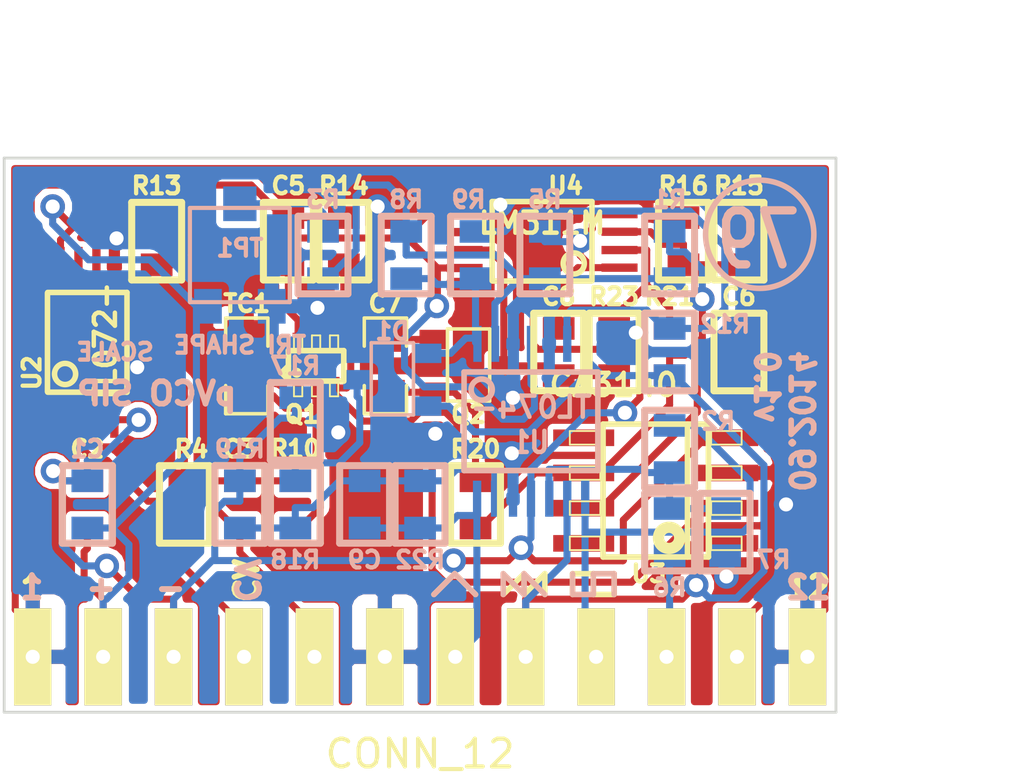
<source format=kicad_pcb>
(kicad_pcb (version 4) (host pcbnew "(2014-09-02 BZR 5112)-product")

  (general
    (links 94)
    (no_connects 0)
    (area 141.449999 76.15 180.821429 103.9782)
    (thickness 0.8)
    (drawings 47)
    (tracks 477)
    (zones 0)
    (modules 40)
    (nets 34)
  )

  (page A3)
  (layers
    (0 F.Cu signal)
    (31 B.Cu signal)
    (32 B.Adhes user)
    (33 F.Adhes user)
    (34 B.Paste user)
    (35 F.Paste user)
    (36 B.SilkS user)
    (37 F.SilkS user)
    (38 B.Mask user)
    (39 F.Mask user)
    (40 Dwgs.User user)
    (41 Cmts.User user)
    (42 Eco1.User user)
    (43 Eco2.User user)
    (44 Edge.Cuts user)
  )

  (setup
    (last_trace_width 0.254)
    (trace_clearance 0.2032)
    (zone_clearance 0.2032)
    (zone_45_only no)
    (trace_min 0.254)
    (segment_width 0.2)
    (edge_width 0.1)
    (via_size 0.889)
    (via_drill 0.508)
    (via_min_size 0.889)
    (via_min_drill 0.508)
    (uvia_size 0.508)
    (uvia_drill 0.127)
    (uvias_allowed no)
    (uvia_min_size 0.508)
    (uvia_min_drill 0.127)
    (pcb_text_width 0.3)
    (pcb_text_size 1.5 1.5)
    (mod_edge_width 0.15)
    (mod_text_size 1 1)
    (mod_text_width 0.15)
    (pad_size 0.29972 1.30048)
    (pad_drill 0)
    (pad_to_mask_clearance 0)
    (aux_axis_origin 0 0)
    (visible_elements 7FFEFF7F)
    (pcbplotparams
      (layerselection 0x010f0_80000001)
      (usegerberextensions true)
      (excludeedgelayer true)
      (linewidth 0.150000)
      (plotframeref false)
      (viasonmask false)
      (mode 1)
      (useauxorigin false)
      (hpglpennumber 1)
      (hpglpenspeed 20)
      (hpglpendiameter 15)
      (hpglpenoverlay 2)
      (psnegative false)
      (psa4output false)
      (plotreference true)
      (plotvalue false)
      (plotinvisibletext false)
      (padsonsilk false)
      (subtractmaskfromsilk true)
      (outputformat 1)
      (mirror false)
      (drillshape 0)
      (scaleselection 1)
      (outputdirectory Gerbers/))
  )

  (net 0 "")
  (net 1 +VCC)
  (net 2 -VCC)
  (net 3 /TRI_SHAPE)
  (net 4 0V)
  (net 5 PITCH_CV)
  (net 6 PULSE)
  (net 7 PWM_CV)
  (net 8 RAMP)
  (net 9 SAW)
  (net 10 SYNC)
  (net 11 TRI)
  (net 12 "Net-(C3-Pad1)")
  (net 13 "Net-(C5-Pad1)")
  (net 14 "Net-(C5-Pad2)")
  (net 15 "Net-(C6-Pad2)")
  (net 16 "Net-(C7-Pad1)")
  (net 17 "Net-(C7-Pad2)")
  (net 18 "Net-(C8-Pad1)")
  (net 19 "Net-(C8-Pad2)")
  (net 20 "Net-(C9-Pad1)")
  (net 21 "Net-(D1-Pad3)")
  (net 22 "Net-(Q1-Pad1)")
  (net 23 "Net-(Q1-Pad2)")
  (net 24 "Net-(R1-Pad2)")
  (net 25 "Net-(R2-Pad2)")
  (net 26 "Net-(R12-Pad1)")
  (net 27 "Net-(U3-Pad1)")
  (net 28 "Net-(U3-Pad5)")
  (net 29 "Net-(U3-Pad8)")
  (net 30 "Net-(U4-Pad5)")
  (net 31 "Net-(U4-Pad6)")
  (net 32 "Net-(D1-Pad2)")
  (net 33 SCALE)

  (net_class Default "This is the default net class."
    (clearance 0.2032)
    (trace_width 0.254)
    (via_dia 0.889)
    (via_drill 0.508)
    (uvia_dia 0.508)
    (uvia_drill 0.127)
    (add_net +VCC)
    (add_net -VCC)
    (add_net /TRI_SHAPE)
    (add_net 0V)
    (add_net "Net-(C3-Pad1)")
    (add_net "Net-(C5-Pad1)")
    (add_net "Net-(C5-Pad2)")
    (add_net "Net-(C6-Pad2)")
    (add_net "Net-(C7-Pad1)")
    (add_net "Net-(C7-Pad2)")
    (add_net "Net-(C8-Pad1)")
    (add_net "Net-(C8-Pad2)")
    (add_net "Net-(C9-Pad1)")
    (add_net "Net-(D1-Pad2)")
    (add_net "Net-(D1-Pad3)")
    (add_net "Net-(Q1-Pad1)")
    (add_net "Net-(Q1-Pad2)")
    (add_net "Net-(R1-Pad2)")
    (add_net "Net-(R12-Pad1)")
    (add_net "Net-(R2-Pad2)")
    (add_net "Net-(U3-Pad1)")
    (add_net "Net-(U3-Pad5)")
    (add_net "Net-(U3-Pad8)")
    (add_net "Net-(U4-Pad5)")
    (add_net "Net-(U4-Pad6)")
    (add_net PITCH_CV)
    (add_net PULSE)
    (add_net PWM_CV)
    (add_net RAMP)
    (add_net SAW)
    (add_net SCALE)
    (add_net SYNC)
    (add_net TRI)
  )

  (module TSSOP8-JRL (layer F.Cu) (tedit 540B915A) (tstamp 540508B8)
    (at 144.5 88.25)
    (path /53FFE3C7)
    (attr smd)
    (fp_text reference U2 (at -2 1 270) (layer F.SilkS)
      (effects (font (size 0.6096 0.6096) (thickness 0.1524)))
    )
    (fp_text value TL072- (at 0.65 -0.1 90) (layer F.SilkS)
      (effects (font (size 0.762 0.762) (thickness 0.16002)))
    )
    (fp_line (start -1.43 -1.9) (end 1.43 -1.9) (layer F.SilkS) (width 0.2))
    (fp_line (start 1.43 -1.9) (end 1.43 1.7) (layer F.SilkS) (width 0.2))
    (fp_line (start 1.43 1.7) (end -1.43 1.7) (layer F.SilkS) (width 0.2))
    (fp_line (start -1.438 1.678) (end -1.438 -1.878) (layer F.SilkS) (width 0.2))
    (fp_circle (center -0.803 1.043) (end -1.184 1.043) (layer F.SilkS) (width 0.2))
    (pad 1 smd rect (at -0.9554 2.694) (size 0.29972 1.30048) (layers F.Cu F.Paste F.Mask)
      (net 12 "Net-(C3-Pad1)"))
    (pad 2 smd rect (at -0.3204 2.694) (size 0.29972 1.30048) (layers F.Cu F.Paste F.Mask)
      (net 5 PITCH_CV))
    (pad 3 smd rect (at 0.34 2.694) (size 0.29972 1.30048) (layers F.Cu F.Paste F.Mask)
      (net 4 0V))
    (pad 4 smd rect (at 0.975 2.694) (size 0.29972 1.30048) (layers F.Cu F.Paste F.Mask)
      (net 2 -VCC))
    (pad 5 smd rect (at 0.975 -2.894) (size 0.29972 1.30048) (layers F.Cu F.Paste F.Mask)
      (net 4 0V))
    (pad 6 smd rect (at 0.3273 -2.894) (size 0.29972 1.30048) (layers F.Cu F.Paste F.Mask)
      (net 13 "Net-(C5-Pad1)"))
    (pad 7 smd rect (at -0.3204 -2.894) (size 0.29972 1.30048) (layers F.Cu F.Paste F.Mask)
      (net 14 "Net-(C5-Pad2)"))
    (pad 8 smd rect (at -0.9681 -2.894) (size 0.29972 1.30048) (layers F.Cu F.Paste F.Mask)
      (net 1 +VCC))
    (model "E:/Documents/KiCad/MyLibs/MyModules/3D models/TSSOP08.wrl"
      (at (xyz 0 0 0))
      (scale (xyz 0.3937 0.3937 0.3937))
      (rotate (xyz 0 0 180))
    )
  )

  (module TSSOP8-JRL (layer F.Cu) (tedit 540B90B7) (tstamp 540508C9)
    (at 161 84.5 90)
    (path /5113E081)
    (attr smd)
    (fp_text reference U4 (at 2 0.75 180) (layer F.SilkS)
      (effects (font (size 0.6096 0.6096) (thickness 0.1524)))
    )
    (fp_text value LM311M (at 0.65 -0.1 180) (layer F.SilkS)
      (effects (font (size 0.762 0.762) (thickness 0.16002)))
    )
    (fp_line (start -1.43 -1.9) (end 1.43 -1.9) (layer F.SilkS) (width 0.2))
    (fp_line (start 1.43 -1.9) (end 1.43 1.7) (layer F.SilkS) (width 0.2))
    (fp_line (start 1.43 1.7) (end -1.43 1.7) (layer F.SilkS) (width 0.2))
    (fp_line (start -1.438 1.678) (end -1.438 -1.878) (layer F.SilkS) (width 0.2))
    (fp_circle (center -0.803 1.043) (end -1.184 1.043) (layer F.SilkS) (width 0.2))
    (pad 1 smd rect (at -0.9554 2.694 90) (size 0.29972 1.30048) (layers F.Cu F.Paste F.Mask)
      (net 2 -VCC))
    (pad 2 smd rect (at -0.3204 2.694 90) (size 0.29972 1.30048) (layers F.Cu F.Paste F.Mask)
      (net 18 "Net-(C8-Pad1)"))
    (pad 3 smd rect (at 0.34 2.694 90) (size 0.29972 1.30048) (layers F.Cu F.Paste F.Mask)
      (net 15 "Net-(C6-Pad2)"))
    (pad 4 smd rect (at 0.975 2.694 90) (size 0.29972 1.30048) (layers F.Cu F.Paste F.Mask)
      (net 2 -VCC))
    (pad 5 smd rect (at 0.975 -2.894 90) (size 0.29972 1.30048) (layers F.Cu F.Paste F.Mask)
      (net 30 "Net-(U4-Pad5)"))
    (pad 6 smd rect (at 0.3273 -2.894 90) (size 0.29972 1.30048) (layers F.Cu F.Paste F.Mask)
      (net 31 "Net-(U4-Pad6)"))
    (pad 7 smd rect (at -0.3204 -2.894 90) (size 0.29972 1.30048) (layers F.Cu F.Paste F.Mask)
      (net 19 "Net-(C8-Pad2)"))
    (pad 8 smd rect (at -0.9681 -2.894 90) (size 0.29972 1.30048) (layers F.Cu F.Paste F.Mask)
      (net 1 +VCC))
    (model "E:/Documents/KiCad/MyLibs/MyModules/3D models/TSSOP08.wrl"
      (at (xyz 0 0 0))
      (scale (xyz 0.3937 0.3937 0.3937))
      (rotate (xyz 0 0 180))
    )
  )

  (module SOT363-JRL (layer F.Cu) (tedit 541058F4) (tstamp 54050907)
    (at 152.75 89)
    (descr "SMALL OUTLINE TRANSISTOR; 6 LEADS")
    (tags "SMALL OUTLINE TRANSISTOR; 6 LEADS")
    (path /5113E67D)
    (attr smd)
    (fp_text reference Q1 (at -0.5 1.75) (layer F.SilkS)
      (effects (font (size 0.6096 0.6096) (thickness 0.1524)))
    )
    (fp_text value BCM847 (at 1.016 2.286) (layer F.SilkS) hide
      (effects (font (size 0.8128 0.8128) (thickness 0.1524)))
    )
    (fp_line (start -0.79756 1.09982) (end -0.49784 1.09982) (layer F.SilkS) (width 0.06604))
    (fp_line (start -0.49784 1.09982) (end -0.49784 0.59944) (layer F.SilkS) (width 0.06604))
    (fp_line (start -0.79756 0.59944) (end -0.49784 0.59944) (layer F.SilkS) (width 0.06604))
    (fp_line (start -0.79756 1.09982) (end -0.79756 0.59944) (layer F.SilkS) (width 0.06604))
    (fp_line (start -0.14986 1.09982) (end 0.14986 1.09982) (layer F.SilkS) (width 0.06604))
    (fp_line (start 0.14986 1.09982) (end 0.14986 0.59944) (layer F.SilkS) (width 0.06604))
    (fp_line (start -0.14986 0.59944) (end 0.14986 0.59944) (layer F.SilkS) (width 0.06604))
    (fp_line (start -0.14986 1.09982) (end -0.14986 0.59944) (layer F.SilkS) (width 0.06604))
    (fp_line (start 0.49784 1.09982) (end 0.79756 1.09982) (layer F.SilkS) (width 0.06604))
    (fp_line (start 0.79756 1.09982) (end 0.79756 0.59944) (layer F.SilkS) (width 0.06604))
    (fp_line (start 0.49784 0.59944) (end 0.79756 0.59944) (layer F.SilkS) (width 0.06604))
    (fp_line (start 0.49784 1.09982) (end 0.49784 0.59944) (layer F.SilkS) (width 0.06604))
    (fp_line (start 0.49784 -0.59944) (end 0.79756 -0.59944) (layer F.SilkS) (width 0.06604))
    (fp_line (start 0.79756 -0.59944) (end 0.79756 -1.09982) (layer F.SilkS) (width 0.06604))
    (fp_line (start 0.49784 -1.09982) (end 0.79756 -1.09982) (layer F.SilkS) (width 0.06604))
    (fp_line (start 0.49784 -0.59944) (end 0.49784 -1.09982) (layer F.SilkS) (width 0.06604))
    (fp_line (start -0.14986 -0.59944) (end 0.14986 -0.59944) (layer F.SilkS) (width 0.06604))
    (fp_line (start 0.14986 -0.59944) (end 0.14986 -1.09982) (layer F.SilkS) (width 0.06604))
    (fp_line (start -0.14986 -1.09982) (end 0.14986 -1.09982) (layer F.SilkS) (width 0.06604))
    (fp_line (start -0.14986 -0.59944) (end -0.14986 -1.09982) (layer F.SilkS) (width 0.06604))
    (fp_line (start -0.79756 -0.59944) (end -0.49784 -0.59944) (layer F.SilkS) (width 0.06604))
    (fp_line (start -0.49784 -0.59944) (end -0.49784 -1.09982) (layer F.SilkS) (width 0.06604))
    (fp_line (start -0.79756 -1.09982) (end -0.49784 -1.09982) (layer F.SilkS) (width 0.06604))
    (fp_line (start -0.79756 -0.59944) (end -0.79756 -1.09982) (layer F.SilkS) (width 0.06604))
    (fp_line (start -0.99822 -0.54864) (end 0.99822 -0.54864) (layer F.SilkS) (width 0.2032))
    (fp_line (start 0.99822 -0.54864) (end 0.99822 0.54864) (layer F.SilkS) (width 0.2032))
    (fp_line (start 0.99822 0.54864) (end -0.99822 0.54864) (layer F.SilkS) (width 0.2032))
    (fp_line (start -0.99822 0.54864) (end -0.99822 -0.54864) (layer F.SilkS) (width 0.2032))
    (fp_circle (center -0.6985 0.24892) (end -0.77216 0.32258) (layer F.SilkS) (width 0.1524))
    (pad 1 smd rect (at -0.6477 0.79756) (size 0.39878 0.79756) (layers F.Cu F.Paste F.Mask)
      (net 22 "Net-(Q1-Pad1)"))
    (pad 2 smd rect (at 0 0.79756) (size 0.39878 0.79756) (layers F.Cu F.Paste F.Mask)
      (net 23 "Net-(Q1-Pad2)"))
    (pad 3 smd rect (at 0.6477 0.79756) (size 0.39878 0.79756) (layers F.Cu F.Paste F.Mask)
      (net 16 "Net-(C7-Pad1)"))
    (pad 4 smd rect (at 0.6477 -0.79756) (size 0.39878 0.79756) (layers F.Cu F.Paste F.Mask)
      (net 22 "Net-(Q1-Pad1)"))
    (pad 5 smd rect (at 0 -0.79756) (size 0.39878 0.79756) (layers F.Cu F.Paste F.Mask)
      (net 4 0V))
    (pad 6 smd rect (at -0.6477 -0.79756) (size 0.39878 0.79756) (layers F.Cu F.Paste F.Mask)
      (net 13 "Net-(C5-Pad1)"))
    (model "E:/Documents/ViaCAD/KiCad 3D modules/SOT363.wrl"
      (at (xyz 0 0 0))
      (scale (xyz 0.3937 0.3937 0.3937))
      (rotate (xyz 0 0 90))
    )
  )

  (module SOT23-JRL (layer F.Cu) (tedit 540B8E70) (tstamp 54050912)
    (at 158.25 89 270)
    (tags SOT23)
    (path /5113E160)
    (fp_text reference Q2 (at 1.75 0 360) (layer F.SilkS)
      (effects (font (size 0.6096 0.6096) (thickness 0.1524)))
    )
    (fp_text value MMBF4391LT1G (at 0.0635 0 270) (layer F.SilkS) hide
      (effects (font (size 0.8128 0.8128) (thickness 0.1524)))
    )
    (fp_line (start 1.27 0.762) (end -1.3335 0.762) (layer F.SilkS) (width 0.127))
    (fp_line (start -1.3335 0.762) (end -1.3335 -0.762) (layer F.SilkS) (width 0.127))
    (fp_line (start -1.3335 -0.762) (end 1.27 -0.762) (layer F.SilkS) (width 0.127))
    (fp_line (start 1.27 -0.762) (end 1.27 0.762) (layer F.SilkS) (width 0.127))
    (pad 3 smd rect (at 0 -1.27 270) (size 0.70104 1.00076) (layers F.Cu F.Paste F.Mask)
      (net 19 "Net-(C8-Pad2)"))
    (pad 1 smd rect (at 0.9525 1.27 270) (size 0.70104 1.00076) (layers F.Cu F.Paste F.Mask)
      (net 17 "Net-(C7-Pad2)"))
    (pad 2 smd rect (at -0.9525 1.27 270) (size 0.70104 1.00076) (layers F.Cu F.Paste F.Mask)
      (net 16 "Net-(C7-Pad1)"))
    (model smd/smd_transistors/sot23.wrl
      (at (xyz 0 0 0))
      (scale (xyz 1 1 1))
      (rotate (xyz 0 0 0))
    )
  )

  (module SOT23-JRL (layer B.Cu) (tedit 540B91AE) (tstamp 5405091D)
    (at 155.5 89.5 270)
    (tags SOT23)
    (path /5114032F)
    (fp_text reference D1 (at -1.75 0 360) (layer B.SilkS)
      (effects (font (size 0.6096 0.6096) (thickness 0.1524)) (justify mirror))
    )
    (fp_text value BAV70 (at 0.0635 0 270) (layer B.SilkS) hide
      (effects (font (size 0.8128 0.8128) (thickness 0.1524)) (justify mirror))
    )
    (fp_line (start 1.27 -0.762) (end -1.3335 -0.762) (layer B.SilkS) (width 0.127))
    (fp_line (start -1.3335 -0.762) (end -1.3335 0.762) (layer B.SilkS) (width 0.127))
    (fp_line (start -1.3335 0.762) (end 1.27 0.762) (layer B.SilkS) (width 0.127))
    (fp_line (start 1.27 0.762) (end 1.27 -0.762) (layer B.SilkS) (width 0.127))
    (pad 3 smd rect (at 0 1.27 270) (size 0.70104 1.00076) (layers B.Cu B.Paste B.Mask)
      (net 21 "Net-(D1-Pad3)"))
    (pad 1 smd rect (at 0.9525 -1.27 270) (size 0.70104 1.00076) (layers B.Cu B.Paste B.Mask)
      (net 9 SAW))
    (pad 2 smd rect (at -0.9525 -1.27 270) (size 0.70104 1.00076) (layers B.Cu B.Paste B.Mask)
      (net 32 "Net-(D1-Pad2)"))
    (model smd/smd_transistors/sot23.wrl
      (at (xyz 0 0 0))
      (scale (xyz 1 1 1))
      (rotate (xyz 0 0 0))
    )
  )

  (module SOIC-8-JRL (layer F.Cu) (tedit 540C80B4) (tstamp 54050951)
    (at 165 93.5 90)
    (descr "SMALL OUTLINE INTEGRATED CIRCUIT")
    (tags "SMALL OUTLINE INTEGRATED CIRCUIT")
    (path /5113E19B)
    (attr smd)
    (fp_text reference U3 (at -3 -0.25 180) (layer F.SilkS)
      (effects (font (size 0.6096 0.6096) (thickness 0.1524)))
    )
    (fp_text value CA3140 (at 3.81 -1.524 180) (layer F.SilkS)
      (effects (font (size 0.8128 0.8128) (thickness 0.1524)))
    )
    (fp_circle (center -1.708 0.481) (end -1.581 0.608) (layer F.SilkS) (width 0.4064))
    (fp_line (start -2.14884 3.0988) (end -1.65862 3.0988) (layer F.SilkS) (width 0.06604))
    (fp_line (start -1.65862 3.0988) (end -1.65862 1.99898) (layer F.SilkS) (width 0.06604))
    (fp_line (start -2.14884 1.99898) (end -1.65862 1.99898) (layer F.SilkS) (width 0.06604))
    (fp_line (start -2.14884 3.0988) (end -2.14884 1.99898) (layer F.SilkS) (width 0.06604))
    (fp_line (start -0.87884 3.0988) (end -0.38862 3.0988) (layer F.SilkS) (width 0.06604))
    (fp_line (start -0.38862 3.0988) (end -0.38862 1.99898) (layer F.SilkS) (width 0.06604))
    (fp_line (start -0.87884 1.99898) (end -0.38862 1.99898) (layer F.SilkS) (width 0.06604))
    (fp_line (start -0.87884 3.0988) (end -0.87884 1.99898) (layer F.SilkS) (width 0.06604))
    (fp_line (start 0.38862 3.0988) (end 0.87884 3.0988) (layer F.SilkS) (width 0.06604))
    (fp_line (start 0.87884 3.0988) (end 0.87884 1.99898) (layer F.SilkS) (width 0.06604))
    (fp_line (start 0.38862 1.99898) (end 0.87884 1.99898) (layer F.SilkS) (width 0.06604))
    (fp_line (start 0.38862 3.0988) (end 0.38862 1.99898) (layer F.SilkS) (width 0.06604))
    (fp_line (start 1.65862 3.0988) (end 2.14884 3.0988) (layer F.SilkS) (width 0.06604))
    (fp_line (start 2.14884 3.0988) (end 2.14884 1.99898) (layer F.SilkS) (width 0.06604))
    (fp_line (start 1.65862 1.99898) (end 2.14884 1.99898) (layer F.SilkS) (width 0.06604))
    (fp_line (start 1.65862 3.0988) (end 1.65862 1.99898) (layer F.SilkS) (width 0.06604))
    (fp_line (start 1.65862 -1.99898) (end 2.14884 -1.99898) (layer F.SilkS) (width 0.06604))
    (fp_line (start 2.14884 -1.99898) (end 2.14884 -3.0988) (layer F.SilkS) (width 0.06604))
    (fp_line (start 1.65862 -3.0988) (end 2.14884 -3.0988) (layer F.SilkS) (width 0.06604))
    (fp_line (start 1.65862 -1.99898) (end 1.65862 -3.0988) (layer F.SilkS) (width 0.06604))
    (fp_line (start 0.38862 -1.99898) (end 0.87884 -1.99898) (layer F.SilkS) (width 0.06604))
    (fp_line (start 0.87884 -1.99898) (end 0.87884 -3.0988) (layer F.SilkS) (width 0.06604))
    (fp_line (start 0.38862 -3.0988) (end 0.87884 -3.0988) (layer F.SilkS) (width 0.06604))
    (fp_line (start 0.38862 -1.99898) (end 0.38862 -3.0988) (layer F.SilkS) (width 0.06604))
    (fp_line (start -0.87884 -1.99898) (end -0.38862 -1.99898) (layer F.SilkS) (width 0.06604))
    (fp_line (start -0.38862 -1.99898) (end -0.38862 -3.0988) (layer F.SilkS) (width 0.06604))
    (fp_line (start -0.87884 -3.0988) (end -0.38862 -3.0988) (layer F.SilkS) (width 0.06604))
    (fp_line (start -0.87884 -1.99898) (end -0.87884 -3.0988) (layer F.SilkS) (width 0.06604))
    (fp_line (start -2.14884 -1.99898) (end -1.65862 -1.99898) (layer F.SilkS) (width 0.06604))
    (fp_line (start -1.65862 -1.99898) (end -1.65862 -3.0988) (layer F.SilkS) (width 0.06604))
    (fp_line (start -2.14884 -3.0988) (end -1.65862 -3.0988) (layer F.SilkS) (width 0.06604))
    (fp_line (start -2.14884 -1.99898) (end -2.14884 -3.0988) (layer F.SilkS) (width 0.06604))
    (fp_line (start 2.39776 -1.89992) (end 2.39776 1.39954) (layer F.SilkS) (width 0.2032))
    (fp_line (start 2.39776 1.39954) (end 2.39776 1.89992) (layer F.SilkS) (width 0.2032))
    (fp_line (start 2.39776 1.89992) (end -2.39776 1.89992) (layer F.SilkS) (width 0.2032))
    (fp_line (start -2.39776 1.89992) (end -2.39776 1.39954) (layer F.SilkS) (width 0.2032))
    (fp_line (start -2.39776 1.39954) (end -2.39776 -1.89992) (layer F.SilkS) (width 0.2032))
    (fp_line (start -2.39776 -1.89992) (end 2.39776 -1.89992) (layer F.SilkS) (width 0.2032))
    (fp_line (start 2.39776 1.14554) (end -2.39776 1.14554) (layer F.SilkS) (width 0.2032))
    (pad 1 smd rect (at -1.905 2.59842 90) (size 0.59944 2.19964) (layers F.Cu F.Paste F.Mask)
      (net 27 "Net-(U3-Pad1)"))
    (pad 2 smd rect (at -0.635 2.59842 90) (size 0.59944 2.19964) (layers F.Cu F.Paste F.Mask)
      (net 16 "Net-(C7-Pad1)"))
    (pad 3 smd rect (at 0.635 2.59842 90) (size 0.59944 2.19964) (layers F.Cu F.Paste F.Mask)
      (net 4 0V))
    (pad 4 smd rect (at 1.905 2.59842 90) (size 0.59944 2.19964) (layers F.Cu F.Paste F.Mask)
      (net 2 -VCC))
    (pad 5 smd rect (at 1.905 -2.59842 90) (size 0.59944 2.19964) (layers F.Cu F.Paste F.Mask)
      (net 28 "Net-(U3-Pad5)"))
    (pad 6 smd rect (at 0.635 -2.59842 90) (size 0.59944 2.19964) (layers F.Cu F.Paste F.Mask)
      (net 8 RAMP))
    (pad 7 smd rect (at -0.635 -2.59842 90) (size 0.59944 2.19964) (layers F.Cu F.Paste F.Mask)
      (net 1 +VCC))
    (pad 8 smd rect (at -1.905 -2.59842 90) (size 0.59944 2.19964) (layers F.Cu F.Paste F.Mask)
      (net 29 "Net-(U3-Pad8)"))
    (model smd/smd_dil/so-8.wrl
      (at (xyz 0 0 0))
      (scale (xyz 1 1 1))
      (rotate (xyz 0 0 0))
    )
  )

  (module SM0805-HAND (layer F.Cu) (tedit 540B8E60) (tstamp 54050979)
    (at 155.25 89 270)
    (path /5113F26E)
    (attr smd)
    (fp_text reference C7 (at -2.25 0 360) (layer F.SilkS)
      (effects (font (size 0.6096 0.6096) (thickness 0.1524)))
    )
    (fp_text value "2.2n 1%" (at 0 0 270) (layer F.SilkS) hide
      (effects (font (size 0.635 0.635) (thickness 0.127)))
    )
    (fp_line (start -0.7112 0.762) (end -1.7272 0.762) (layer F.SilkS) (width 0.127))
    (fp_line (start -1.7272 0.762) (end -1.7272 -0.762) (layer F.SilkS) (width 0.127))
    (fp_line (start -1.7272 -0.762) (end -0.7112 -0.762) (layer F.SilkS) (width 0.127))
    (fp_line (start 0.7112 -0.762) (end 1.7272 -0.762) (layer F.SilkS) (width 0.127))
    (fp_line (start 1.7272 -0.762) (end 1.7272 0.762) (layer F.SilkS) (width 0.127))
    (fp_line (start 1.7272 0.762) (end 0.7112 0.762) (layer F.SilkS) (width 0.127))
    (pad 1 smd rect (at -1.0795 0 270) (size 1.143 1.397) (layers F.Cu F.Paste F.Mask)
      (net 16 "Net-(C7-Pad1)"))
    (pad 2 smd rect (at 1.0795 0 270) (size 1.143 1.397) (layers F.Cu F.Paste F.Mask)
      (net 17 "Net-(C7-Pad2)"))
    (model smd/chip_cms.wrl
      (at (xyz 0 0 0))
      (scale (xyz 0.1 0.1 0.1))
      (rotate (xyz 0 0 0))
    )
  )

  (module SM0805-HAND (layer F.Cu) (tedit 540B8E56) (tstamp 5405D719)
    (at 150.25 89 270)
    (path /5113EC84)
    (attr smd)
    (fp_text reference TC1 (at -2.25 0 360) (layer F.SilkS)
      (effects (font (size 0.6096 0.6096) (thickness 0.1524)))
    )
    (fp_text value "1K 3300ppm/K" (at 0 0 270) (layer F.SilkS) hide
      (effects (font (size 0.635 0.635) (thickness 0.127)))
    )
    (fp_line (start -0.7112 0.762) (end -1.7272 0.762) (layer F.SilkS) (width 0.127))
    (fp_line (start -1.7272 0.762) (end -1.7272 -0.762) (layer F.SilkS) (width 0.127))
    (fp_line (start -1.7272 -0.762) (end -0.7112 -0.762) (layer F.SilkS) (width 0.127))
    (fp_line (start 0.7112 -0.762) (end 1.7272 -0.762) (layer F.SilkS) (width 0.127))
    (fp_line (start 1.7272 -0.762) (end 1.7272 0.762) (layer F.SilkS) (width 0.127))
    (fp_line (start 1.7272 0.762) (end 0.7112 0.762) (layer F.SilkS) (width 0.127))
    (pad 1 smd rect (at -1.0795 0 270) (size 1.143 1.397) (layers F.Cu F.Paste F.Mask)
      (net 4 0V))
    (pad 2 smd rect (at 1.0795 0 270) (size 1.143 1.397) (layers F.Cu F.Paste F.Mask)
      (net 23 "Net-(Q1-Pad2)"))
    (model smd/chip_cms.wrl
      (at (xyz 0 0 0))
      (scale (xyz 0.1 0.1 0.1))
      (rotate (xyz 0 0 0))
    )
  )

  (module SM0603-JRL (layer F.Cu) (tedit 540B90EC) (tstamp 5405098F)
    (at 148 94 90)
    (path /5113EBF1)
    (attr smd)
    (fp_text reference R4 (at 2 0.25 180) (layer F.SilkS)
      (effects (font (size 0.6096 0.6096) (thickness 0.1524)))
    )
    (fp_text value 91K (at 0 0 90) (layer F.SilkS) hide
      (effects (font (size 0.508 0.4572) (thickness 0.1143)))
    )
    (fp_line (start -1.4 0.9) (end 1.4 0.9) (layer F.SilkS) (width 0.254))
    (fp_line (start 1.4 0.9) (end 1.4 -0.9) (layer F.SilkS) (width 0.254))
    (fp_line (start 1.4 -0.9) (end -1.4 -0.9) (layer F.SilkS) (width 0.254))
    (fp_line (start -1.4 -0.9) (end -1.4 0.9) (layer F.SilkS) (width 0.254))
    (pad 1 smd rect (at -0.8509 0 90) (size 0.8128 1.143) (layers F.Cu F.Paste F.Mask)
      (net 33 SCALE))
    (pad 2 smd rect (at 0.8509 0 90) (size 0.8128 1.143) (layers F.Cu F.Paste F.Mask)
      (net 12 "Net-(C3-Pad1)"))
    (model smd\resistors\R0603.wrl
      (at (xyz 0 0 0.001))
      (scale (xyz 0.5 0.5 0.5))
      (rotate (xyz 0 0 0))
    )
  )

  (module SM0603-JRL (layer B.Cu) (tedit 540B919C) (tstamp 54050999)
    (at 152 94 270)
    (path /51140351)
    (attr smd)
    (fp_text reference R18 (at 2 0 360) (layer B.SilkS)
      (effects (font (size 0.6096 0.6096) (thickness 0.1524)) (justify mirror))
    )
    (fp_text value 15K (at 0 0 270) (layer B.SilkS) hide
      (effects (font (size 0.508 0.4572) (thickness 0.1143)) (justify mirror))
    )
    (fp_line (start -1.4 -0.9) (end 1.4 -0.9) (layer B.SilkS) (width 0.254))
    (fp_line (start 1.4 -0.9) (end 1.4 0.9) (layer B.SilkS) (width 0.254))
    (fp_line (start 1.4 0.9) (end -1.4 0.9) (layer B.SilkS) (width 0.254))
    (fp_line (start -1.4 0.9) (end -1.4 -0.9) (layer B.SilkS) (width 0.254))
    (pad 1 smd rect (at -0.8509 0 270) (size 0.8128 1.143) (layers B.Cu B.Paste B.Mask)
      (net 21 "Net-(D1-Pad3)"))
    (pad 2 smd rect (at 0.8509 0 270) (size 0.8128 1.143) (layers B.Cu B.Paste B.Mask)
      (net 20 "Net-(C9-Pad1)"))
    (model smd\resistors\R0603.wrl
      (at (xyz 0 0 0.001))
      (scale (xyz 0.5 0.5 0.5))
      (rotate (xyz 0 0 0))
    )
  )

  (module SM0603-JRL (layer F.Cu) (tedit 540B8E25) (tstamp 540509A3)
    (at 151.75 84.5 90)
    (path /5113EFA7)
    (attr smd)
    (fp_text reference C5 (at 2 0 180) (layer F.SilkS)
      (effects (font (size 0.6096 0.6096) (thickness 0.1524)))
    )
    (fp_text value 100p (at 0 0 90) (layer F.SilkS) hide
      (effects (font (size 0.508 0.4572) (thickness 0.1143)))
    )
    (fp_line (start -1.4 0.9) (end 1.4 0.9) (layer F.SilkS) (width 0.254))
    (fp_line (start 1.4 0.9) (end 1.4 -0.9) (layer F.SilkS) (width 0.254))
    (fp_line (start 1.4 -0.9) (end -1.4 -0.9) (layer F.SilkS) (width 0.254))
    (fp_line (start -1.4 -0.9) (end -1.4 0.9) (layer F.SilkS) (width 0.254))
    (pad 1 smd rect (at -0.8509 0 90) (size 0.8128 1.143) (layers F.Cu F.Paste F.Mask)
      (net 13 "Net-(C5-Pad1)"))
    (pad 2 smd rect (at 0.8509 0 90) (size 0.8128 1.143) (layers F.Cu F.Paste F.Mask)
      (net 14 "Net-(C5-Pad2)"))
    (model smd\resistors\R0603.wrl
      (at (xyz 0 0 0.001))
      (scale (xyz 0.5 0.5 0.5))
      (rotate (xyz 0 0 0))
    )
  )

  (module SM0603-JRL (layer F.Cu) (tedit 540B8E2C) (tstamp 540509AD)
    (at 153.75 84.5 270)
    (path /5113EF8B)
    (attr smd)
    (fp_text reference R14 (at -2 0 360) (layer F.SilkS)
      (effects (font (size 0.6096 0.6096) (thickness 0.1524)))
    )
    (fp_text value 10K (at 0 0 270) (layer F.SilkS) hide
      (effects (font (size 0.508 0.4572) (thickness 0.1143)))
    )
    (fp_line (start -1.4 0.9) (end 1.4 0.9) (layer F.SilkS) (width 0.254))
    (fp_line (start 1.4 0.9) (end 1.4 -0.9) (layer F.SilkS) (width 0.254))
    (fp_line (start 1.4 -0.9) (end -1.4 -0.9) (layer F.SilkS) (width 0.254))
    (fp_line (start -1.4 -0.9) (end -1.4 0.9) (layer F.SilkS) (width 0.254))
    (pad 1 smd rect (at -0.8509 0 270) (size 0.8128 1.143) (layers F.Cu F.Paste F.Mask)
      (net 14 "Net-(C5-Pad2)"))
    (pad 2 smd rect (at 0.8509 0 270) (size 0.8128 1.143) (layers F.Cu F.Paste F.Mask)
      (net 22 "Net-(Q1-Pad1)"))
    (model smd\resistors\R0603.wrl
      (at (xyz 0 0 0.001))
      (scale (xyz 0.5 0.5 0.5))
      (rotate (xyz 0 0 0))
    )
  )

  (module SM0603-JRL (layer F.Cu) (tedit 540B8E20) (tstamp 540509B7)
    (at 147 84.5 90)
    (path /5113EEC1)
    (attr smd)
    (fp_text reference R13 (at 2 0 180) (layer F.SilkS)
      (effects (font (size 0.6096 0.6096) (thickness 0.1524)))
    )
    (fp_text value 1.5M (at 0 0 90) (layer F.SilkS) hide
      (effects (font (size 0.508 0.4572) (thickness 0.1143)))
    )
    (fp_line (start -1.4 0.9) (end 1.4 0.9) (layer F.SilkS) (width 0.254))
    (fp_line (start 1.4 0.9) (end 1.4 -0.9) (layer F.SilkS) (width 0.254))
    (fp_line (start 1.4 -0.9) (end -1.4 -0.9) (layer F.SilkS) (width 0.254))
    (fp_line (start -1.4 -0.9) (end -1.4 0.9) (layer F.SilkS) (width 0.254))
    (pad 1 smd rect (at -0.8509 0 90) (size 0.8128 1.143) (layers F.Cu F.Paste F.Mask)
      (net 13 "Net-(C5-Pad1)"))
    (pad 2 smd rect (at 0.8509 0 90) (size 0.8128 1.143) (layers F.Cu F.Paste F.Mask)
      (net 1 +VCC))
    (model smd\resistors\R0603.wrl
      (at (xyz 0 0 0.001))
      (scale (xyz 0.5 0.5 0.5))
      (rotate (xyz 0 0 0))
    )
  )

  (module SM0603-JRL (layer F.Cu) (tedit 540B90F4) (tstamp 5405D724)
    (at 152 94 270)
    (path /5113EC77)
    (attr smd)
    (fp_text reference R10 (at -2 0 360) (layer F.SilkS)
      (effects (font (size 0.6096 0.6096) (thickness 0.1524)))
    )
    (fp_text value 56K (at 0 0 270) (layer F.SilkS) hide
      (effects (font (size 0.508 0.4572) (thickness 0.1143)))
    )
    (fp_line (start -1.4 0.9) (end 1.4 0.9) (layer F.SilkS) (width 0.254))
    (fp_line (start 1.4 0.9) (end 1.4 -0.9) (layer F.SilkS) (width 0.254))
    (fp_line (start 1.4 -0.9) (end -1.4 -0.9) (layer F.SilkS) (width 0.254))
    (fp_line (start -1.4 -0.9) (end -1.4 0.9) (layer F.SilkS) (width 0.254))
    (pad 1 smd rect (at -0.8509 0 270) (size 0.8128 1.143) (layers F.Cu F.Paste F.Mask)
      (net 12 "Net-(C3-Pad1)"))
    (pad 2 smd rect (at 0.8509 0 270) (size 0.8128 1.143) (layers F.Cu F.Paste F.Mask)
      (net 23 "Net-(Q1-Pad2)"))
    (model smd\resistors\R0603.wrl
      (at (xyz 0 0 0.001))
      (scale (xyz 0.5 0.5 0.5))
      (rotate (xyz 0 0 0))
    )
  )

  (module SM0603-JRL (layer F.Cu) (tedit 540B90F1) (tstamp 540509CB)
    (at 150 94 270)
    (path /5113EC21)
    (attr smd)
    (fp_text reference C3 (at -2 0 360) (layer F.SilkS)
      (effects (font (size 0.6096 0.6096) (thickness 0.1524)))
    )
    (fp_text value 100p (at 0 0 270) (layer F.SilkS) hide
      (effects (font (size 0.508 0.4572) (thickness 0.1143)))
    )
    (fp_line (start -1.4 0.9) (end 1.4 0.9) (layer F.SilkS) (width 0.254))
    (fp_line (start 1.4 0.9) (end 1.4 -0.9) (layer F.SilkS) (width 0.254))
    (fp_line (start 1.4 -0.9) (end -1.4 -0.9) (layer F.SilkS) (width 0.254))
    (fp_line (start -1.4 -0.9) (end -1.4 0.9) (layer F.SilkS) (width 0.254))
    (pad 1 smd rect (at -0.8509 0 270) (size 0.8128 1.143) (layers F.Cu F.Paste F.Mask)
      (net 12 "Net-(C3-Pad1)"))
    (pad 2 smd rect (at 0.8509 0 270) (size 0.8128 1.143) (layers F.Cu F.Paste F.Mask)
      (net 5 PITCH_CV))
    (model smd\resistors\R0603.wrl
      (at (xyz 0 0 0.001))
      (scale (xyz 0.5 0.5 0.5))
      (rotate (xyz 0 0 0))
    )
  )

  (module SM0603-JRL (layer F.Cu) (tedit 540B9100) (tstamp 540509D5)
    (at 158.5 94 270)
    (path /5113F30F)
    (attr smd)
    (fp_text reference R20 (at -2 0 360) (layer F.SilkS)
      (effects (font (size 0.6096 0.6096) (thickness 0.1524)))
    )
    (fp_text value 680 (at 0 0 270) (layer F.SilkS) hide
      (effects (font (size 0.508 0.4572) (thickness 0.1143)))
    )
    (fp_line (start -1.4 0.9) (end 1.4 0.9) (layer F.SilkS) (width 0.254))
    (fp_line (start 1.4 0.9) (end 1.4 -0.9) (layer F.SilkS) (width 0.254))
    (fp_line (start 1.4 -0.9) (end -1.4 -0.9) (layer F.SilkS) (width 0.254))
    (fp_line (start -1.4 -0.9) (end -1.4 0.9) (layer F.SilkS) (width 0.254))
    (pad 1 smd rect (at -0.8509 0 270) (size 0.8128 1.143) (layers F.Cu F.Paste F.Mask)
      (net 17 "Net-(C7-Pad2)"))
    (pad 2 smd rect (at 0.8509 0 270) (size 0.8128 1.143) (layers F.Cu F.Paste F.Mask)
      (net 8 RAMP))
    (model smd\resistors\R0603.wrl
      (at (xyz 0 0 0.001))
      (scale (xyz 0.5 0.5 0.5))
      (rotate (xyz 0 0 0))
    )
  )

  (module SM0603-JRL (layer B.Cu) (tedit 540B9197) (tstamp 540509DF)
    (at 150 94 270)
    (path /5114035A)
    (attr smd)
    (fp_text reference R19 (at -2 0 360) (layer B.SilkS)
      (effects (font (size 0.6096 0.6096) (thickness 0.1524)) (justify mirror))
    )
    (fp_text value 56K (at 0 0 270) (layer B.SilkS) hide
      (effects (font (size 0.508 0.4572) (thickness 0.1143)) (justify mirror))
    )
    (fp_line (start -1.4 -0.9) (end 1.4 -0.9) (layer B.SilkS) (width 0.254))
    (fp_line (start 1.4 -0.9) (end 1.4 0.9) (layer B.SilkS) (width 0.254))
    (fp_line (start 1.4 0.9) (end -1.4 0.9) (layer B.SilkS) (width 0.254))
    (fp_line (start -1.4 0.9) (end -1.4 -0.9) (layer B.SilkS) (width 0.254))
    (pad 1 smd rect (at -0.8509 0 270) (size 0.8128 1.143) (layers B.Cu B.Paste B.Mask)
      (net 2 -VCC))
    (pad 2 smd rect (at 0.8509 0 270) (size 0.8128 1.143) (layers B.Cu B.Paste B.Mask)
      (net 20 "Net-(C9-Pad1)"))
    (model smd\resistors\R0603.wrl
      (at (xyz 0 0 0.001))
      (scale (xyz 0.5 0.5 0.5))
      (rotate (xyz 0 0 0))
    )
  )

  (module SM0603-JRL (layer B.Cu) (tedit 540B91A3) (tstamp 540509E9)
    (at 156.5 94 270)
    (path /51140397)
    (attr smd)
    (fp_text reference R22 (at 2 0 360) (layer B.SilkS)
      (effects (font (size 0.6096 0.6096) (thickness 0.1524)) (justify mirror))
    )
    (fp_text value 33K (at 0 0 270) (layer B.SilkS) hide
      (effects (font (size 0.508 0.4572) (thickness 0.1143)) (justify mirror))
    )
    (fp_line (start -1.4 -0.9) (end 1.4 -0.9) (layer B.SilkS) (width 0.254))
    (fp_line (start 1.4 -0.9) (end 1.4 0.9) (layer B.SilkS) (width 0.254))
    (fp_line (start 1.4 0.9) (end -1.4 0.9) (layer B.SilkS) (width 0.254))
    (fp_line (start -1.4 0.9) (end -1.4 -0.9) (layer B.SilkS) (width 0.254))
    (pad 1 smd rect (at -0.8509 0 270) (size 0.8128 1.143) (layers B.Cu B.Paste B.Mask)
      (net 20 "Net-(C9-Pad1)"))
    (pad 2 smd rect (at 0.8509 0 270) (size 0.8128 1.143) (layers B.Cu B.Paste B.Mask)
      (net 11 TRI))
    (model smd\resistors\R0603.wrl
      (at (xyz 0 0 0.001))
      (scale (xyz 0.5 0.5 0.5))
      (rotate (xyz 0 0 0))
    )
  )

  (module SM0603-JRL (layer B.Cu) (tedit 540B919E) (tstamp 540509F3)
    (at 154.5 94 270)
    (path /5114039E)
    (attr smd)
    (fp_text reference C9 (at 2 0 360) (layer B.SilkS)
      (effects (font (size 0.6096 0.6096) (thickness 0.1524)) (justify mirror))
    )
    (fp_text value 100p (at 0 0 270) (layer B.SilkS) hide
      (effects (font (size 0.508 0.4572) (thickness 0.1143)) (justify mirror))
    )
    (fp_line (start -1.4 -0.9) (end 1.4 -0.9) (layer B.SilkS) (width 0.254))
    (fp_line (start 1.4 -0.9) (end 1.4 0.9) (layer B.SilkS) (width 0.254))
    (fp_line (start 1.4 0.9) (end -1.4 0.9) (layer B.SilkS) (width 0.254))
    (fp_line (start -1.4 0.9) (end -1.4 -0.9) (layer B.SilkS) (width 0.254))
    (pad 1 smd rect (at -0.8509 0 270) (size 0.8128 1.143) (layers B.Cu B.Paste B.Mask)
      (net 20 "Net-(C9-Pad1)"))
    (pad 2 smd rect (at 0.8509 0 270) (size 0.8128 1.143) (layers B.Cu B.Paste B.Mask)
      (net 11 TRI))
    (model smd\resistors\R0603.wrl
      (at (xyz 0 0 0.001))
      (scale (xyz 0.5 0.5 0.5))
      (rotate (xyz 0 0 0))
    )
  )

  (module SM0603-JRL (layer B.Cu) (tedit 540B918C) (tstamp 54050A11)
    (at 144.5 94 90)
    (path /51141E60)
    (attr smd)
    (fp_text reference C1 (at 2 0 180) (layer B.SilkS)
      (effects (font (size 0.6096 0.6096) (thickness 0.1524)) (justify mirror))
    )
    (fp_text value 100n (at 0 0 90) (layer B.SilkS) hide
      (effects (font (size 0.508 0.4572) (thickness 0.1143)) (justify mirror))
    )
    (fp_line (start -1.4 -0.9) (end 1.4 -0.9) (layer B.SilkS) (width 0.254))
    (fp_line (start 1.4 -0.9) (end 1.4 0.9) (layer B.SilkS) (width 0.254))
    (fp_line (start 1.4 0.9) (end -1.4 0.9) (layer B.SilkS) (width 0.254))
    (fp_line (start -1.4 0.9) (end -1.4 -0.9) (layer B.SilkS) (width 0.254))
    (pad 1 smd rect (at -0.8509 0 90) (size 0.8128 1.143) (layers B.Cu B.Paste B.Mask)
      (net 1 +VCC))
    (pad 2 smd rect (at 0.8509 0 90) (size 0.8128 1.143) (layers B.Cu B.Paste B.Mask)
      (net 2 -VCC))
    (model smd\resistors\R0603.wrl
      (at (xyz 0 0 0.001))
      (scale (xyz 0.5 0.5 0.5))
      (rotate (xyz 0 0 0))
    )
  )

  (module SM0603-JRL (layer F.Cu) (tedit 540B90E9) (tstamp 54050A1B)
    (at 144.5 94 90)
    (path /51141E68)
    (attr smd)
    (fp_text reference C2 (at 2 0 180) (layer F.SilkS)
      (effects (font (size 0.6096 0.6096) (thickness 0.1524)))
    )
    (fp_text value 100n (at 0 0 90) (layer F.SilkS) hide
      (effects (font (size 0.508 0.4572) (thickness 0.1143)))
    )
    (fp_line (start -1.4 0.9) (end 1.4 0.9) (layer F.SilkS) (width 0.254))
    (fp_line (start 1.4 0.9) (end 1.4 -0.9) (layer F.SilkS) (width 0.254))
    (fp_line (start 1.4 -0.9) (end -1.4 -0.9) (layer F.SilkS) (width 0.254))
    (fp_line (start -1.4 -0.9) (end -1.4 0.9) (layer F.SilkS) (width 0.254))
    (pad 1 smd rect (at -0.8509 0 90) (size 0.8128 1.143) (layers F.Cu F.Paste F.Mask)
      (net 1 +VCC))
    (pad 2 smd rect (at 0.8509 0 90) (size 0.8128 1.143) (layers F.Cu F.Paste F.Mask)
      (net 2 -VCC))
    (model smd\resistors\R0603.wrl
      (at (xyz 0 0 0.001))
      (scale (xyz 0.5 0.5 0.5))
      (rotate (xyz 0 0 0))
    )
  )

  (module SM0603-JRL (layer B.Cu) (tedit 540B9209) (tstamp 54050A25)
    (at 167.5 95 270)
    (path /5113FD80)
    (attr smd)
    (fp_text reference R7 (at 1 -1.75 360) (layer B.SilkS)
      (effects (font (size 0.6096 0.6096) (thickness 0.1524)) (justify mirror))
    )
    (fp_text value 56K (at 0 0 270) (layer B.SilkS) hide
      (effects (font (size 0.508 0.4572) (thickness 0.1143)) (justify mirror))
    )
    (fp_line (start -1.4 -0.9) (end 1.4 -0.9) (layer B.SilkS) (width 0.254))
    (fp_line (start 1.4 -0.9) (end 1.4 0.9) (layer B.SilkS) (width 0.254))
    (fp_line (start 1.4 0.9) (end -1.4 0.9) (layer B.SilkS) (width 0.254))
    (fp_line (start -1.4 0.9) (end -1.4 -0.9) (layer B.SilkS) (width 0.254))
    (pad 1 smd rect (at -0.8509 0 270) (size 0.8128 1.143) (layers B.Cu B.Paste B.Mask)
      (net 25 "Net-(R2-Pad2)"))
    (pad 2 smd rect (at 0.8509 0 270) (size 0.8128 1.143) (layers B.Cu B.Paste B.Mask)
      (net 4 0V))
    (model smd\resistors\R0603.wrl
      (at (xyz 0 0 0.001))
      (scale (xyz 0.5 0.5 0.5))
      (rotate (xyz 0 0 0))
    )
  )

  (module SM0603-JRL (layer B.Cu) (tedit 540B9192) (tstamp 54050A2F)
    (at 152 91 270)
    (path /51140354)
    (attr smd)
    (fp_text reference R17 (at -2 0 360) (layer B.SilkS)
      (effects (font (size 0.6096 0.6096) (thickness 0.1524)) (justify mirror))
    )
    (fp_text value 15K (at 0 0 270) (layer B.SilkS) hide
      (effects (font (size 0.508 0.4572) (thickness 0.1143)) (justify mirror))
    )
    (fp_line (start -1.4 -0.9) (end 1.4 -0.9) (layer B.SilkS) (width 0.254))
    (fp_line (start 1.4 -0.9) (end 1.4 0.9) (layer B.SilkS) (width 0.254))
    (fp_line (start 1.4 0.9) (end -1.4 0.9) (layer B.SilkS) (width 0.254))
    (fp_line (start -1.4 0.9) (end -1.4 -0.9) (layer B.SilkS) (width 0.254))
    (pad 1 smd rect (at -0.8509 0 270) (size 0.8128 1.143) (layers B.Cu B.Paste B.Mask)
      (net 2 -VCC))
    (pad 2 smd rect (at 0.8509 0 270) (size 0.8128 1.143) (layers B.Cu B.Paste B.Mask)
      (net 21 "Net-(D1-Pad3)"))
    (model smd\resistors\R0603.wrl
      (at (xyz 0 0 0.001))
      (scale (xyz 0.5 0.5 0.5))
      (rotate (xyz 0 0 0))
    )
  )

  (module SM0603-JRL (layer B.Cu) (tedit 540B91F5) (tstamp 54088575)
    (at 165.5 88.5 270)
    (path /511401BE)
    (attr smd)
    (fp_text reference R12 (at -1 -2 360) (layer B.SilkS)
      (effects (font (size 0.6096 0.6096) (thickness 0.1524)) (justify mirror))
    )
    (fp_text value 56K (at 0 0 270) (layer B.SilkS) hide
      (effects (font (size 0.508 0.4572) (thickness 0.1143)) (justify mirror))
    )
    (fp_line (start -1.4 -0.9) (end 1.4 -0.9) (layer B.SilkS) (width 0.254))
    (fp_line (start 1.4 -0.9) (end 1.4 0.9) (layer B.SilkS) (width 0.254))
    (fp_line (start 1.4 0.9) (end -1.4 0.9) (layer B.SilkS) (width 0.254))
    (fp_line (start -1.4 0.9) (end -1.4 -0.9) (layer B.SilkS) (width 0.254))
    (pad 1 smd rect (at -0.8509 0 270) (size 0.8128 1.143) (layers B.Cu B.Paste B.Mask)
      (net 26 "Net-(R12-Pad1)"))
    (pad 2 smd rect (at 0.8509 0 270) (size 0.8128 1.143) (layers B.Cu B.Paste B.Mask)
      (net 9 SAW))
    (model smd\resistors\R0603.wrl
      (at (xyz 0 0 0.001))
      (scale (xyz 0.5 0.5 0.5))
      (rotate (xyz 0 0 0))
    )
  )

  (module SM0603-JRL (layer B.Cu) (tedit 540B91BB) (tstamp 54050A43)
    (at 158.5 85 90)
    (path /51140175)
    (attr smd)
    (fp_text reference R9 (at 2 -0.25 180) (layer B.SilkS)
      (effects (font (size 0.6096 0.6096) (thickness 0.1524)) (justify mirror))
    )
    (fp_text value 56K (at 0 0 90) (layer B.SilkS) hide
      (effects (font (size 0.508 0.4572) (thickness 0.1143)) (justify mirror))
    )
    (fp_line (start -1.4 -0.9) (end 1.4 -0.9) (layer B.SilkS) (width 0.254))
    (fp_line (start 1.4 -0.9) (end 1.4 0.9) (layer B.SilkS) (width 0.254))
    (fp_line (start 1.4 0.9) (end -1.4 0.9) (layer B.SilkS) (width 0.254))
    (fp_line (start -1.4 0.9) (end -1.4 -0.9) (layer B.SilkS) (width 0.254))
    (pad 1 smd rect (at -0.8509 0 90) (size 0.8128 1.143) (layers B.Cu B.Paste B.Mask)
      (net 32 "Net-(D1-Pad2)"))
    (pad 2 smd rect (at 0.8509 0 90) (size 0.8128 1.143) (layers B.Cu B.Paste B.Mask)
      (net 26 "Net-(R12-Pad1)"))
    (model smd\resistors\R0603.wrl
      (at (xyz 0 0 0.001))
      (scale (xyz 0.5 0.5 0.5))
      (rotate (xyz 0 0 0))
    )
  )

  (module SM0603-JRL (layer B.Cu) (tedit 540B91B6) (tstamp 5408AEFB)
    (at 156 85 270)
    (path /511400C2)
    (attr smd)
    (fp_text reference R8 (at -2 0 360) (layer B.SilkS)
      (effects (font (size 0.6096 0.6096) (thickness 0.1524)) (justify mirror))
    )
    (fp_text value 39K (at 0 0 270) (layer B.SilkS) hide
      (effects (font (size 0.508 0.4572) (thickness 0.1143)) (justify mirror))
    )
    (fp_line (start -1.4 -0.9) (end 1.4 -0.9) (layer B.SilkS) (width 0.254))
    (fp_line (start 1.4 -0.9) (end 1.4 0.9) (layer B.SilkS) (width 0.254))
    (fp_line (start 1.4 0.9) (end -1.4 0.9) (layer B.SilkS) (width 0.254))
    (fp_line (start -1.4 0.9) (end -1.4 -0.9) (layer B.SilkS) (width 0.254))
    (pad 1 smd rect (at -0.8509 0 270) (size 0.8128 1.143) (layers B.Cu B.Paste B.Mask)
      (net 24 "Net-(R1-Pad2)"))
    (pad 2 smd rect (at 0.8509 0 270) (size 0.8128 1.143) (layers B.Cu B.Paste B.Mask)
      (net 32 "Net-(D1-Pad2)"))
    (model smd\resistors\R0603.wrl
      (at (xyz 0 0 0.001))
      (scale (xyz 0.5 0.5 0.5))
      (rotate (xyz 0 0 0))
    )
  )

  (module SM0603-JRL (layer B.Cu) (tedit 540B91B4) (tstamp 54050A57)
    (at 153 85 270)
    (path /51140027)
    (attr smd)
    (fp_text reference R3 (at -2 0 360) (layer B.SilkS)
      (effects (font (size 0.6096 0.6096) (thickness 0.1524)) (justify mirror))
    )
    (fp_text value 1M (at 0 0 270) (layer B.SilkS) hide
      (effects (font (size 0.508 0.4572) (thickness 0.1143)) (justify mirror))
    )
    (fp_line (start -1.4 -0.9) (end 1.4 -0.9) (layer B.SilkS) (width 0.254))
    (fp_line (start 1.4 -0.9) (end 1.4 0.9) (layer B.SilkS) (width 0.254))
    (fp_line (start 1.4 0.9) (end -1.4 0.9) (layer B.SilkS) (width 0.254))
    (fp_line (start -1.4 0.9) (end -1.4 -0.9) (layer B.SilkS) (width 0.254))
    (pad 1 smd rect (at -0.8509 0 270) (size 0.8128 1.143) (layers B.Cu B.Paste B.Mask)
      (net 3 /TRI_SHAPE))
    (pad 2 smd rect (at 0.8509 0 270) (size 0.8128 1.143) (layers B.Cu B.Paste B.Mask)
      (net 24 "Net-(R1-Pad2)"))
    (model smd\resistors\R0603.wrl
      (at (xyz 0 0 0.001))
      (scale (xyz 0.5 0.5 0.5))
      (rotate (xyz 0 0 0))
    )
  )

  (module SM0603-JRL (layer B.Cu) (tedit 540B91BE) (tstamp 54050A61)
    (at 161 85 270)
    (path /5113FFCA)
    (attr smd)
    (fp_text reference R5 (at -2 0 360) (layer B.SilkS)
      (effects (font (size 0.6096 0.6096) (thickness 0.1524)) (justify mirror))
    )
    (fp_text value 56K (at 0 0 270) (layer B.SilkS) hide
      (effects (font (size 0.508 0.4572) (thickness 0.1143)) (justify mirror))
    )
    (fp_line (start -1.4 -0.9) (end 1.4 -0.9) (layer B.SilkS) (width 0.254))
    (fp_line (start 1.4 -0.9) (end 1.4 0.9) (layer B.SilkS) (width 0.254))
    (fp_line (start 1.4 0.9) (end -1.4 0.9) (layer B.SilkS) (width 0.254))
    (fp_line (start -1.4 0.9) (end -1.4 -0.9) (layer B.SilkS) (width 0.254))
    (pad 1 smd rect (at -0.8509 0 270) (size 0.8128 1.143) (layers B.Cu B.Paste B.Mask)
      (net 2 -VCC))
    (pad 2 smd rect (at 0.8509 0 270) (size 0.8128 1.143) (layers B.Cu B.Paste B.Mask)
      (net 24 "Net-(R1-Pad2)"))
    (model smd\resistors\R0603.wrl
      (at (xyz 0 0 0.001))
      (scale (xyz 0.5 0.5 0.5))
      (rotate (xyz 0 0 0))
    )
  )

  (module SM0603-JRL (layer B.Cu) (tedit 540B91C2) (tstamp 54050A6B)
    (at 165.5 85 270)
    (path /5113FEFB)
    (attr smd)
    (fp_text reference R1 (at -2 0 360) (layer B.SilkS)
      (effects (font (size 0.6096 0.6096) (thickness 0.1524)) (justify mirror))
    )
    (fp_text value 10K (at 0 0 270) (layer B.SilkS) hide
      (effects (font (size 0.508 0.4572) (thickness 0.1143)) (justify mirror))
    )
    (fp_line (start -1.4 -0.9) (end 1.4 -0.9) (layer B.SilkS) (width 0.254))
    (fp_line (start 1.4 -0.9) (end 1.4 0.9) (layer B.SilkS) (width 0.254))
    (fp_line (start 1.4 0.9) (end -1.4 0.9) (layer B.SilkS) (width 0.254))
    (fp_line (start -1.4 0.9) (end -1.4 -0.9) (layer B.SilkS) (width 0.254))
    (pad 1 smd rect (at -0.8509 0 270) (size 0.8128 1.143) (layers B.Cu B.Paste B.Mask)
      (net 8 RAMP))
    (pad 2 smd rect (at 0.8509 0 270) (size 0.8128 1.143) (layers B.Cu B.Paste B.Mask)
      (net 24 "Net-(R1-Pad2)"))
    (model smd\resistors\R0603.wrl
      (at (xyz 0 0 0.001))
      (scale (xyz 0.5 0.5 0.5))
      (rotate (xyz 0 0 0))
    )
  )

  (module SM0603-JRL (layer F.Cu) (tedit 540B9073) (tstamp 54050A75)
    (at 161.5 88.5 270)
    (path /5113F545)
    (attr smd)
    (fp_text reference C8 (at -2 0 360) (layer F.SilkS)
      (effects (font (size 0.6096 0.6096) (thickness 0.1524)))
    )
    (fp_text value 18p (at 0 0 270) (layer F.SilkS) hide
      (effects (font (size 0.508 0.4572) (thickness 0.1143)))
    )
    (fp_line (start -1.4 0.9) (end 1.4 0.9) (layer F.SilkS) (width 0.254))
    (fp_line (start 1.4 0.9) (end 1.4 -0.9) (layer F.SilkS) (width 0.254))
    (fp_line (start 1.4 -0.9) (end -1.4 -0.9) (layer F.SilkS) (width 0.254))
    (fp_line (start -1.4 -0.9) (end -1.4 0.9) (layer F.SilkS) (width 0.254))
    (pad 1 smd rect (at -0.8509 0 270) (size 0.8128 1.143) (layers F.Cu F.Paste F.Mask)
      (net 18 "Net-(C8-Pad1)"))
    (pad 2 smd rect (at 0.8509 0 270) (size 0.8128 1.143) (layers F.Cu F.Paste F.Mask)
      (net 19 "Net-(C8-Pad2)"))
    (model smd\resistors\R0603.wrl
      (at (xyz 0 0 0.001))
      (scale (xyz 0.5 0.5 0.5))
      (rotate (xyz 0 0 0))
    )
  )

  (module SM0603-JRL (layer B.Cu) (tedit 540B91F9) (tstamp 54050A7F)
    (at 165.5 95 270)
    (path /5113FD74)
    (attr smd)
    (fp_text reference R6 (at 2 0 360) (layer B.SilkS)
      (effects (font (size 0.6096 0.6096) (thickness 0.1524)) (justify mirror))
    )
    (fp_text value 10K (at 0 0 270) (layer B.SilkS) hide
      (effects (font (size 0.508 0.4572) (thickness 0.1143)) (justify mirror))
    )
    (fp_line (start -1.4 -0.9) (end 1.4 -0.9) (layer B.SilkS) (width 0.254))
    (fp_line (start 1.4 -0.9) (end 1.4 0.9) (layer B.SilkS) (width 0.254))
    (fp_line (start 1.4 0.9) (end -1.4 0.9) (layer B.SilkS) (width 0.254))
    (fp_line (start -1.4 0.9) (end -1.4 -0.9) (layer B.SilkS) (width 0.254))
    (pad 1 smd rect (at -0.8509 0 270) (size 0.8128 1.143) (layers B.Cu B.Paste B.Mask)
      (net 25 "Net-(R2-Pad2)"))
    (pad 2 smd rect (at 0.8509 0 270) (size 0.8128 1.143) (layers B.Cu B.Paste B.Mask)
      (net 7 PWM_CV))
    (model smd\resistors\R0603.wrl
      (at (xyz 0 0 0.001))
      (scale (xyz 0.5 0.5 0.5))
      (rotate (xyz 0 0 0))
    )
  )

  (module SM0603-JRL (layer B.Cu) (tedit 540B91F3) (tstamp 54050A89)
    (at 165.5 92 270)
    (path /5113FD6F)
    (attr smd)
    (fp_text reference R2 (at -1 -1.75 540) (layer B.SilkS)
      (effects (font (size 0.6096 0.6096) (thickness 0.1524)) (justify mirror))
    )
    (fp_text value 1M (at 0 0 270) (layer B.SilkS) hide
      (effects (font (size 0.508 0.4572) (thickness 0.1143)) (justify mirror))
    )
    (fp_line (start -1.4 -0.9) (end 1.4 -0.9) (layer B.SilkS) (width 0.254))
    (fp_line (start 1.4 -0.9) (end 1.4 0.9) (layer B.SilkS) (width 0.254))
    (fp_line (start 1.4 0.9) (end -1.4 0.9) (layer B.SilkS) (width 0.254))
    (fp_line (start -1.4 0.9) (end -1.4 -0.9) (layer B.SilkS) (width 0.254))
    (pad 1 smd rect (at -0.8509 0 270) (size 0.8128 1.143) (layers B.Cu B.Paste B.Mask)
      (net 6 PULSE))
    (pad 2 smd rect (at 0.8509 0 270) (size 0.8128 1.143) (layers B.Cu B.Paste B.Mask)
      (net 25 "Net-(R2-Pad2)"))
    (model smd\resistors\R0603.wrl
      (at (xyz 0 0 0.001))
      (scale (xyz 0.5 0.5 0.5))
      (rotate (xyz 0 0 0))
    )
  )

  (module SM0603-JRL (layer F.Cu) (tedit 540B9093) (tstamp 54050A93)
    (at 168 88.5 90)
    (path /5113F7BE)
    (attr smd)
    (fp_text reference C6 (at 2 0 180) (layer F.SilkS)
      (effects (font (size 0.6096 0.6096) (thickness 0.1524)))
    )
    (fp_text value 100p (at 0 0 90) (layer F.SilkS) hide
      (effects (font (size 0.508 0.4572) (thickness 0.1143)))
    )
    (fp_line (start -1.4 0.9) (end 1.4 0.9) (layer F.SilkS) (width 0.254))
    (fp_line (start 1.4 0.9) (end 1.4 -0.9) (layer F.SilkS) (width 0.254))
    (fp_line (start 1.4 -0.9) (end -1.4 -0.9) (layer F.SilkS) (width 0.254))
    (fp_line (start -1.4 -0.9) (end -1.4 0.9) (layer F.SilkS) (width 0.254))
    (pad 1 smd rect (at -0.8509 0 90) (size 0.8128 1.143) (layers F.Cu F.Paste F.Mask)
      (net 10 SYNC))
    (pad 2 smd rect (at 0.8509 0 90) (size 0.8128 1.143) (layers F.Cu F.Paste F.Mask)
      (net 15 "Net-(C6-Pad2)"))
    (model smd\resistors\R0603.wrl
      (at (xyz 0 0 0.001))
      (scale (xyz 0.5 0.5 0.5))
      (rotate (xyz 0 0 0))
    )
  )

  (module SM0603-JRL (layer F.Cu) (tedit 540B90C1) (tstamp 54050A9D)
    (at 166 84.5 270)
    (path /5113F76D)
    (attr smd)
    (fp_text reference R16 (at -2 0 360) (layer F.SilkS)
      (effects (font (size 0.6096 0.6096) (thickness 0.1524)))
    )
    (fp_text value 10K (at 0 0 270) (layer F.SilkS) hide
      (effects (font (size 0.508 0.4572) (thickness 0.1143)))
    )
    (fp_line (start -1.4 0.9) (end 1.4 0.9) (layer F.SilkS) (width 0.254))
    (fp_line (start 1.4 0.9) (end 1.4 -0.9) (layer F.SilkS) (width 0.254))
    (fp_line (start 1.4 -0.9) (end -1.4 -0.9) (layer F.SilkS) (width 0.254))
    (fp_line (start -1.4 -0.9) (end -1.4 0.9) (layer F.SilkS) (width 0.254))
    (pad 1 smd rect (at -0.8509 0 270) (size 0.8128 1.143) (layers F.Cu F.Paste F.Mask)
      (net 4 0V))
    (pad 2 smd rect (at 0.8509 0 270) (size 0.8128 1.143) (layers F.Cu F.Paste F.Mask)
      (net 15 "Net-(C6-Pad2)"))
    (model smd\resistors\R0603.wrl
      (at (xyz 0 0 0.001))
      (scale (xyz 0.5 0.5 0.5))
      (rotate (xyz 0 0 0))
    )
  )

  (module SM0603-JRL (layer F.Cu) (tedit 540B90BD) (tstamp 54050AA7)
    (at 168 84.5 90)
    (path /5113F767)
    (attr smd)
    (fp_text reference R15 (at 2 0 180) (layer F.SilkS)
      (effects (font (size 0.6096 0.6096) (thickness 0.1524)))
    )
    (fp_text value 20K (at 0 0 90) (layer F.SilkS) hide
      (effects (font (size 0.508 0.4572) (thickness 0.1143)))
    )
    (fp_line (start -1.4 0.9) (end 1.4 0.9) (layer F.SilkS) (width 0.254))
    (fp_line (start 1.4 0.9) (end 1.4 -0.9) (layer F.SilkS) (width 0.254))
    (fp_line (start 1.4 -0.9) (end -1.4 -0.9) (layer F.SilkS) (width 0.254))
    (fp_line (start -1.4 -0.9) (end -1.4 0.9) (layer F.SilkS) (width 0.254))
    (pad 1 smd rect (at -0.8509 0 90) (size 0.8128 1.143) (layers F.Cu F.Paste F.Mask)
      (net 15 "Net-(C6-Pad2)"))
    (pad 2 smd rect (at 0.8509 0 90) (size 0.8128 1.143) (layers F.Cu F.Paste F.Mask)
      (net 1 +VCC))
    (model smd\resistors\R0603.wrl
      (at (xyz 0 0 0.001))
      (scale (xyz 0.5 0.5 0.5))
      (rotate (xyz 0 0 0))
    )
  )

  (module SM0603-JRL (layer F.Cu) (tedit 540B908E) (tstamp 54050AB1)
    (at 163.5 88.5 270)
    (path /5113F730)
    (attr smd)
    (fp_text reference R23 (at -2 0 360) (layer F.SilkS)
      (effects (font (size 0.6096 0.6096) (thickness 0.1524)))
    )
    (fp_text value 3.3K (at 0 0 270) (layer F.SilkS) hide
      (effects (font (size 0.508 0.4572) (thickness 0.1143)))
    )
    (fp_line (start -1.4 0.9) (end 1.4 0.9) (layer F.SilkS) (width 0.254))
    (fp_line (start 1.4 0.9) (end 1.4 -0.9) (layer F.SilkS) (width 0.254))
    (fp_line (start 1.4 -0.9) (end -1.4 -0.9) (layer F.SilkS) (width 0.254))
    (fp_line (start -1.4 -0.9) (end -1.4 0.9) (layer F.SilkS) (width 0.254))
    (pad 1 smd rect (at -0.8509 0 270) (size 0.8128 1.143) (layers F.Cu F.Paste F.Mask)
      (net 4 0V))
    (pad 2 smd rect (at 0.8509 0 270) (size 0.8128 1.143) (layers F.Cu F.Paste F.Mask)
      (net 19 "Net-(C8-Pad2)"))
    (model smd\resistors\R0603.wrl
      (at (xyz 0 0 0.001))
      (scale (xyz 0.5 0.5 0.5))
      (rotate (xyz 0 0 0))
    )
  )

  (module SM0603-JRL (layer F.Cu) (tedit 540B9096) (tstamp 54050ABB)
    (at 165.5 88.5 270)
    (path /5113F5F6)
    (attr smd)
    (fp_text reference R21 (at -2 0 360) (layer F.SilkS)
      (effects (font (size 0.6096 0.6096) (thickness 0.1524)))
    )
    (fp_text value 15K (at 0 0 270) (layer F.SilkS) hide
      (effects (font (size 0.508 0.4572) (thickness 0.1143)))
    )
    (fp_line (start -1.4 0.9) (end 1.4 0.9) (layer F.SilkS) (width 0.254))
    (fp_line (start 1.4 0.9) (end 1.4 -0.9) (layer F.SilkS) (width 0.254))
    (fp_line (start 1.4 -0.9) (end -1.4 -0.9) (layer F.SilkS) (width 0.254))
    (fp_line (start -1.4 -0.9) (end -1.4 0.9) (layer F.SilkS) (width 0.254))
    (pad 1 smd rect (at -0.8509 0 270) (size 0.8128 1.143) (layers F.Cu F.Paste F.Mask)
      (net 18 "Net-(C8-Pad1)"))
    (pad 2 smd rect (at 0.8509 0 270) (size 0.8128 1.143) (layers F.Cu F.Paste F.Mask)
      (net 8 RAMP))
    (model smd\resistors\R0603.wrl
      (at (xyz 0 0 0.001))
      (scale (xyz 0.5 0.5 0.5))
      (rotate (xyz 0 0 0))
    )
  )

  (module PVG3 (layer B.Cu) (tedit 540D05CD) (tstamp 5405095F)
    (at 150 85 180)
    (path /5113EB64)
    (fp_text reference TP1 (at 0 0.25 180) (layer B.SilkS)
      (effects (font (size 0.6096 0.6096) (thickness 0.1524)) (justify mirror))
    )
    (fp_text value 100K (at 0 -4 180) (layer B.SilkS) hide
      (effects (font (size 1 1) (thickness 0.15)) (justify mirror))
    )
    (fp_line (start 1.8 0) (end 1.8 1.7) (layer B.SilkS) (width 0.15))
    (fp_line (start 1.8 1.7) (end -1.8 1.7) (layer B.SilkS) (width 0.15))
    (fp_line (start -1.8 1.7) (end -1.8 -1.7) (layer B.SilkS) (width 0.15))
    (fp_line (start -1.8 -1.7) (end 1.8 -1.7) (layer B.SilkS) (width 0.15))
    (fp_line (start 1.8 -1.7) (end 1.8 0) (layer B.SilkS) (width 0.15))
    (pad 1 smd rect (at 1.15 -1.85 180) (size 1 1.25) (layers B.Cu B.Paste B.Mask)
      (net 1 +VCC))
    (pad 3 smd rect (at -1.15 -1.85 180) (size 1 1.25) (layers B.Cu B.Paste B.Mask)
      (net 4 0V))
    (pad 2 smd rect (at 0 1.85 180) (size 1.2 1.25) (layers B.Cu B.Paste B.Mask)
      (net 3 /TRI_SHAPE))
    (model "E:/Documents/ViaCAD/KiCad 3D modules/PVG3A.wrl"
      (at (xyz 0 0 0))
      (scale (xyz 0.3937 0.3937 0.3937))
      (rotate (xyz 0 0 0))
    )
  )

  (module CONN_12X_0100_SMD_THRUHOLE (layer F.Cu) (tedit 540B90F9) (tstamp 54050AC9)
    (at 156.5 99.5)
    (path /54075097)
    (fp_text reference P1 (at 0 -3.5) (layer F.SilkS) hide
      (effects (font (size 1 1) (thickness 0.15)))
    )
    (fp_text value CONN_12 (at 0 3.5) (layer F.SilkS)
      (effects (font (size 1 1) (thickness 0.15)))
    )
    (pad 1 thru_hole rect (at -13.97 0) (size 1.35 3.5) (drill 0.508) (layers *.Cu *.Mask F.SilkS)
      (net 4 0V))
    (pad 2 thru_hole rect (at -11.43 0) (size 1.35 3.5) (drill 0.508) (layers *.Cu *.Mask F.SilkS)
      (net 1 +VCC))
    (pad 3 thru_hole rect (at -8.89 0) (size 1.35 3.5) (drill 0.508) (layers *.Cu *.Mask F.SilkS)
      (net 2 -VCC))
    (pad 4 thru_hole rect (at -6.35 0) (size 1.35 3.5) (drill 0.508) (layers *.Cu *.Mask F.SilkS)
      (net 33 SCALE))
    (pad 5 thru_hole rect (at -3.81 0) (size 1.35 3.5) (drill 0.508) (layers *.Cu *.Mask F.SilkS)
      (net 5 PITCH_CV))
    (pad 6 thru_hole rect (at -1.27 0) (size 1.35 3.5) (drill 0.508) (layers *.Cu *.Mask F.SilkS)
      (net 4 0V))
    (pad 7 thru_hole rect (at 1.27 0) (size 1.35 3.5) (drill 0.508) (layers *.Cu *.Mask F.SilkS)
      (net 11 TRI))
    (pad 8 thru_hole rect (at 3.81 0) (size 1.35 3.5) (drill 0.508) (layers *.Cu *.Mask F.SilkS)
      (net 9 SAW))
    (pad 9 thru_hole rect (at 6.35 0) (size 1.35 3.5) (drill 0.508) (layers *.Cu *.Mask F.SilkS)
      (net 6 PULSE))
    (pad 10 thru_hole rect (at 8.89 0) (size 1.35 3.5) (drill 0.508) (layers *.Cu *.Mask F.SilkS)
      (net 7 PWM_CV))
    (pad 11 thru_hole rect (at 11.43 0) (size 1.35 3.5) (drill 0.508) (layers *.Cu *.Mask F.SilkS)
      (net 10 SYNC))
    (pad 12 thru_hole rect (at 13.97 0) (size 1.35 3.5) (drill 0.508) (layers *.Cu *.Mask F.SilkS)
      (net 4 0V))
    (model Pin_Headers/Pin_Header_Straight_1x12.wrl
      (at (xyz 0 -0.078 0.01))
      (scale (xyz 1 1 1))
      (rotate (xyz -90 0 0))
    )
  )

  (module github-smd:TSSOP-14 (layer B.Cu) (tedit 540C88C0) (tstamp 540508E0)
    (at 160.5 91)
    (path /52E14220)
    (attr smd)
    (fp_text reference U1 (at 0 0.762) (layer B.SilkS)
      (effects (font (size 0.762 0.635) (thickness 0.16002)) (justify mirror))
    )
    (fp_text value TL074- (at 0 -0.508) (layer B.SilkS)
      (effects (font (size 0.762 0.762) (thickness 0.16002)) (justify mirror))
    )
    (fp_line (start -2.413 1.778) (end 2.413 1.778) (layer B.SilkS) (width 0.2032))
    (fp_line (start 2.413 1.778) (end 2.413 -1.778) (layer B.SilkS) (width 0.2032))
    (fp_line (start 2.413 -1.778) (end -2.413 -1.778) (layer B.SilkS) (width 0.2032))
    (fp_line (start -2.413 -1.778) (end -2.413 1.778) (layer B.SilkS) (width 0.2032))
    (fp_circle (center -1.778 -1.143) (end -2.159 -1.143) (layer B.SilkS) (width 0.2032))
    (pad 1 smd rect (at -1.9304 -2.794) (size 0.29972 1.30048) (layers B.Cu B.Paste B.Mask)
      (net 32 "Net-(D1-Pad2)"))
    (pad 2 smd rect (at -1.2954 -2.794) (size 0.29972 1.30048) (layers B.Cu B.Paste B.Mask)
      (net 24 "Net-(R1-Pad2)"))
    (pad 3 smd rect (at -0.635 -2.794) (size 0.29972 1.30048) (layers B.Cu B.Paste B.Mask)
      (net 4 0V))
    (pad 4 smd rect (at 0 -2.794) (size 0.29972 1.30048) (layers B.Cu B.Paste B.Mask)
      (net 1 +VCC))
    (pad 5 smd rect (at 0.6604 -2.794) (size 0.29972 1.30048) (layers B.Cu B.Paste B.Mask)
      (net 4 0V))
    (pad 6 smd rect (at 1.3081 -2.794) (size 0.29972 1.30048) (layers B.Cu B.Paste B.Mask)
      (net 26 "Net-(R12-Pad1)"))
    (pad 7 smd rect (at 1.9558 -2.794) (size 0.29972 1.30048) (layers B.Cu B.Paste B.Mask)
      (net 9 SAW))
    (pad 8 smd rect (at 1.9558 2.794) (size 0.29972 1.30048) (layers B.Cu B.Paste B.Mask)
      (net 6 PULSE))
    (pad 9 smd rect (at 1.3081 2.794) (size 0.29972 1.30048) (layers B.Cu B.Paste B.Mask)
      (net 9 SAW))
    (pad 10 smd rect (at 0.6604 2.794) (size 0.29972 1.30048) (layers B.Cu B.Paste B.Mask)
      (net 25 "Net-(R2-Pad2)"))
    (pad 11 smd rect (at 0 2.794) (size 0.29972 1.30048) (layers B.Cu B.Paste B.Mask)
      (net 2 -VCC))
    (pad 12 smd rect (at -0.6477 2.794) (size 0.29972 1.30048) (layers B.Cu B.Paste B.Mask)
      (net 4 0V))
    (pad 13 smd rect (at -1.2954 2.794) (size 0.29972 1.30048) (layers B.Cu B.Paste B.Mask)
      (net 20 "Net-(C9-Pad1)"))
    (pad 14 smd rect (at -1.9431 2.794) (size 0.29972 1.30048) (layers B.Cu B.Paste B.Mask)
      (net 11 TRI))
    (model smd\smd_dil\tssop-14.wrl
      (at (xyz 0 0 0))
      (scale (xyz 1 1 1))
      (rotate (xyz 0 0 0))
    )
  )

  (dimension 20 (width 0.3) (layer Dwgs.User)
    (gr_text "20.0 mm" (at 175.6 91.5 270) (layer Dwgs.User)
      (effects (font (size 1.5 1.5) (thickness 0.3)))
    )
    (feature1 (pts (xy 171.5 101.5) (xy 176.95 101.5)))
    (feature2 (pts (xy 171.5 81.5) (xy 176.95 81.5)))
    (crossbar (pts (xy 174.25 81.5) (xy 174.25 101.5)))
    (arrow1a (pts (xy 174.25 101.5) (xy 173.663579 100.373496)))
    (arrow1b (pts (xy 174.25 101.5) (xy 174.836421 100.373496)))
    (arrow2a (pts (xy 174.25 81.5) (xy 173.663579 82.626504)))
    (arrow2b (pts (xy 174.25 81.5) (xy 174.836421 82.626504)))
  )
  (dimension 30 (width 0.3) (layer Dwgs.User)
    (gr_text "30.0 mm" (at 156.5 77.65) (layer Dwgs.User)
      (effects (font (size 1.5 1.5) (thickness 0.3)))
    )
    (feature1 (pts (xy 171.5 81.5) (xy 171.5 76.3)))
    (feature2 (pts (xy 141.5 81.5) (xy 141.5 76.3)))
    (crossbar (pts (xy 141.5 79) (xy 171.5 79)))
    (arrow1a (pts (xy 171.5 79) (xy 170.373496 79.586421)))
    (arrow1b (pts (xy 171.5 79) (xy 170.373496 78.413579)))
    (arrow2a (pts (xy 141.5 79) (xy 142.626504 79.586421)))
    (arrow2b (pts (xy 141.5 79) (xy 142.626504 78.413579)))
  )
  (gr_text v1.0 (at 169 89.75 270) (layer B.SilkS)
    (effects (font (size 0.8128 0.8128) (thickness 0.2032)) (justify mirror))
  )
  (gr_text 12 (at 170.5 97) (layer B.SilkS)
    (effects (font (size 0.8128 0.8128) (thickness 0.2032)) (justify mirror))
  )
  (gr_text CV (at 150.25 96.75 270) (layer B.SilkS)
    (effects (font (size 0.8128 0.8128) (thickness 0.2032)) (justify mirror))
  )
  (gr_text - (at 147.5 97) (layer F.SilkS)
    (effects (font (size 0.8128 0.8128) (thickness 0.2032)))
  )
  (gr_text + (at 145 97) (layer B.SilkS)
    (effects (font (size 0.8128 0.8128) (thickness 0.2032)) (justify mirror))
  )
  (gr_text 1 (at 142.5 97) (layer B.SilkS)
    (effects (font (size 0.8128 0.8128) (thickness 0.2032)) (justify mirror))
  )
  (gr_line (start 158.5 97.25) (end 157.75 96.5) (angle 90) (layer B.SilkS) (width 0.2) (tstamp 540C8138))
  (gr_line (start 157.75 96.5) (end 157 97.25) (angle 90) (layer B.SilkS) (width 0.2) (tstamp 540C8137))
  (gr_line (start 161 97.25) (end 160.25 96.5) (angle 90) (layer B.SilkS) (width 0.2) (tstamp 540C8136))
  (gr_line (start 160.25 96.5) (end 160.25 97.25) (angle 90) (layer B.SilkS) (width 0.2) (tstamp 540C8135))
  (gr_line (start 160.25 97.25) (end 159.5 96.5) (angle 90) (layer B.SilkS) (width 0.2) (tstamp 540C8134))
  (gr_line (start 159.5 96.5) (end 159.5 97.25) (angle 90) (layer B.SilkS) (width 0.2) (tstamp 540C8133))
  (gr_line (start 163.5 97.25) (end 163.5 96.5) (angle 90) (layer B.SilkS) (width 0.2) (tstamp 540C8132))
  (gr_line (start 163.5 96.5) (end 162.75 96.5) (angle 90) (layer B.SilkS) (width 0.2) (tstamp 540C8131))
  (gr_line (start 162.75 96.5) (end 162.75 97.25) (angle 90) (layer B.SilkS) (width 0.2) (tstamp 540C8130))
  (gr_line (start 162.75 97.25) (end 162 97.25) (angle 90) (layer B.SilkS) (width 0.2) (tstamp 540C812F))
  (gr_line (start 162 97.25) (end 162 96.5) (angle 90) (layer B.SilkS) (width 0.2) (tstamp 540C812E))
  (gr_text CV (at 150.25 96.75 90) (layer F.SilkS)
    (effects (font (size 0.8128 0.8128) (thickness 0.2032)))
  )
  (gr_line (start 163.5 97.25) (end 163.5 96.5) (angle 90) (layer F.SilkS) (width 0.2))
  (gr_line (start 162.75 97.25) (end 163.5 97.25) (angle 90) (layer F.SilkS) (width 0.2))
  (gr_line (start 162.75 96.5) (end 162.75 97.25) (angle 90) (layer F.SilkS) (width 0.2))
  (gr_line (start 162 96.5) (end 162.75 96.5) (angle 90) (layer F.SilkS) (width 0.2))
  (gr_line (start 162 97.25) (end 162 96.5) (angle 90) (layer F.SilkS) (width 0.2))
  (gr_line (start 161 96.5) (end 161 97.25) (angle 90) (layer F.SilkS) (width 0.2))
  (gr_line (start 160.25 97.25) (end 161 96.5) (angle 90) (layer F.SilkS) (width 0.2))
  (gr_line (start 160.25 96.5) (end 160.25 97.25) (angle 90) (layer F.SilkS) (width 0.2))
  (gr_line (start 159.5 97.25) (end 160.25 96.5) (angle 90) (layer F.SilkS) (width 0.2))
  (gr_line (start 157.75 96.5) (end 158.5 97.25) (angle 90) (layer F.SilkS) (width 0.2))
  (gr_line (start 157 97.25) (end 157.75 96.5) (angle 90) (layer F.SilkS) (width 0.2))
  (gr_text 12 (at 170.5 97) (layer F.SilkS)
    (effects (font (size 0.8128 0.8128) (thickness 0.2032)))
  )
  (gr_text - (at 147.5 97) (layer B.SilkS)
    (effects (font (size 0.8128 0.8128) (thickness 0.2032)) (justify mirror))
  )
  (gr_text + (at 145 97) (layer F.SilkS)
    (effects (font (size 0.8128 0.8128) (thickness 0.2032)))
  )
  (gr_text 1 (at 142.5 97) (layer F.SilkS)
    (effects (font (size 0.8128 0.8128) (thickness 0.2032)))
  )
  (gr_line (start 151.5 89.25) (end 151.75 89.5) (angle 90) (layer F.SilkS) (width 0.2))
  (gr_line (start 151.75 89) (end 151.5 89.25) (angle 90) (layer F.SilkS) (width 0.2))
  (gr_text "TRI SHAPE" (at 150 88.25) (layer B.SilkS)
    (effects (font (size 0.6096 0.6096) (thickness 0.1524)) (justify mirror))
  )
  (gr_text SCALE (at 145.5 88.5) (layer B.SilkS)
    (effects (font (size 0.6096 0.6096) (thickness 0.1524)) (justify mirror))
  )
  (gr_text 09.2014 (at 170.25 91 270) (layer B.SilkS)
    (effects (font (size 0.8128 0.8128) (thickness 0.2032)) (justify mirror))
  )
  (gr_text "pVCO SIP" (at 147 90) (layer B.SilkS)
    (effects (font (size 0.8128 0.8128) (thickness 0.2032)) (justify mirror))
  )
  (gr_circle (center 168.75 84.25) (end 170.25 85.5) (layer B.SilkS) (width 0.2))
  (gr_text 79 (at 168.7 84.45) (layer B.SilkS)
    (effects (font (size 1.95 1.524) (thickness 0.3)) (justify mirror))
  )
  (gr_line (start 141.5 81.5) (end 171.5 81.5) (angle 90) (layer Edge.Cuts) (width 0.1))
  (gr_line (start 141.5 101.5) (end 171.5 101.5) (angle 90) (layer Edge.Cuts) (width 0.1))
  (gr_line (start 171.5 101.5) (end 171.5 81.5) (angle 90) (layer Edge.Cuts) (width 0.1))
  (gr_line (start 141.5 101.5) (end 141.5 81.5) (angle 90) (layer Edge.Cuts) (width 0.1))

  (segment (start 166.85031 82.40721) (end 168 83.5569) (width 0.254) (layer F.Cu) (net 1))
  (segment (start 157.91409 82.40721) (end 166.85031 82.40721) (width 0.254) (layer F.Cu) (net 1))
  (segment (start 155.9893 84.332) (end 157.91409 82.40721) (width 0.254) (layer F.Cu) (net 1))
  (segment (start 155.9353 84.386) (end 155.9893 84.332) (width 0.254) (layer F.Cu) (net 1))
  (segment (start 147 84.386) (end 155.9353 84.386) (width 0.254) (layer F.Cu) (net 1))
  (segment (start 147 83.6491) (end 147 84.386) (width 0.254) (layer F.Cu) (net 1))
  (segment (start 156.657501 87.281899) (end 157.102 86.8374) (width 0.254) (layer B.Cu) (net 1))
  (segment (start 155.939 88.0004) (end 156.657501 87.281899) (width 0.254) (layer B.Cu) (net 1))
  (segment (start 156.649009 89.757209) (end 155.939 89.0472) (width 0.254) (layer B.Cu) (net 1))
  (segment (start 159.478143 90.924701) (end 158.310651 89.757209) (width 0.254) (layer B.Cu) (net 1))
  (segment (start 160.624701 89.778143) (end 160.624701 90.521857) (width 0.254) (layer B.Cu) (net 1))
  (segment (start 160.5 89.653442) (end 160.624701 89.778143) (width 0.254) (layer B.Cu) (net 1))
  (segment (start 160.5 88.2009) (end 160.5 89.653442) (width 0.254) (layer B.Cu) (net 1))
  (segment (start 155.939 89.0472) (end 155.939 88.0004) (width 0.254) (layer B.Cu) (net 1))
  (segment (start 160.221857 90.924701) (end 159.478143 90.924701) (width 0.254) (layer B.Cu) (net 1))
  (segment (start 158.310651 89.757209) (end 156.649009 89.757209) (width 0.254) (layer B.Cu) (net 1))
  (segment (start 160.624701 90.521857) (end 160.221857 90.924701) (width 0.254) (layer B.Cu) (net 1))
  (segment (start 148.4347 91.8182) (end 145.402 94.8509) (width 0.254) (layer B.Cu) (net 1))
  (segment (start 148.4347 86.85) (end 148.4347 91.8182) (width 0.254) (layer B.Cu) (net 1))
  (segment (start 146.8349 83.6491) (end 146.1745 82.9887) (width 0.254) (layer F.Cu) (net 1))
  (segment (start 147 83.6491) (end 146.8349 83.6491) (width 0.254) (layer F.Cu) (net 1))
  (segment (start 146.1745 82.9887) (end 144.995 82.9887) (width 0.254) (layer F.Cu) (net 1))
  (segment (start 144.995 82.9887) (end 144.34091 83.64279) (width 0.254) (layer F.Cu) (net 1))
  (segment (start 144.34091 83.64279) (end 143.963 84.0207) (width 0.254) (layer F.Cu) (net 1))
  (via (at 143.25 83.25) (size 0.889) (layers F.Cu B.Cu) (net 1))
  (via (at 157.102 86.8374) (size 0.889) (layers F.Cu B.Cu) (net 1))
  (segment (start 143.963 83.963) (end 143.25 83.25) (width 0.254) (layer F.Cu) (net 1))
  (segment (start 143.963 84.0207) (end 143.963 83.963) (width 0.254) (layer F.Cu) (net 1))
  (segment (start 143.532 84.4518) (end 143.532 84.9039) (width 0.254) (layer F.Cu) (net 1))
  (segment (start 143.963 84.0207) (end 143.532 84.4518) (width 0.254) (layer F.Cu) (net 1))
  (segment (start 143.532 84.9039) (end 143.532 85.356) (width 0.254) (layer F.Cu) (net 1))
  (segment (start 143.5319 84.904) (end 143.5319 85.356) (width 0.254) (layer F.Cu) (net 1))
  (segment (start 143.532 84.9039) (end 143.5319 84.904) (width 0.254) (layer F.Cu) (net 1))
  (segment (start 145.07 99.5) (end 145.07 97.4195) (width 0.254) (layer F.Cu) (net 1))
  (segment (start 144.3842 96.7337) (end 145.07 97.4195) (width 0.254) (layer F.Cu) (net 1))
  (segment (start 144.3842 95.7036) (end 144.3842 96.7337) (width 0.254) (layer F.Cu) (net 1))
  (segment (start 144.5 95.5878) (end 144.3842 95.7036) (width 0.254) (layer F.Cu) (net 1))
  (segment (start 144.5 94.8509) (end 144.5 95.5878) (width 0.254) (layer F.Cu) (net 1))
  (segment (start 168 83.6491) (end 168 83.5569) (width 0.254) (layer F.Cu) (net 1))
  (segment (start 145.07 99.5) (end 145.07 97.4195) (width 0.254) (layer B.Cu) (net 1))
  (segment (start 144.5 94.8509) (end 145.402 94.8509) (width 0.254) (layer B.Cu) (net 1))
  (segment (start 148.85 86.85) (end 148.4348 86.85) (width 0.254) (layer B.Cu) (net 1))
  (segment (start 146.0006 95.4495) (end 145.402 94.8509) (width 0.254) (layer B.Cu) (net 1))
  (segment (start 146.0006 96.6053) (end 146.0006 95.4495) (width 0.254) (layer B.Cu) (net 1))
  (segment (start 145.1864 97.4195) (end 146.0006 96.6053) (width 0.254) (layer B.Cu) (net 1))
  (segment (start 145.07 97.4195) (end 145.1864 97.4195) (width 0.254) (layer B.Cu) (net 1))
  (segment (start 148.4347 86.85) (end 148.4348 86.85) (width 0.254) (layer B.Cu) (net 1))
  (segment (start 158.106 85.4681) (end 157.1253 85.4681) (width 0.254) (layer F.Cu) (net 1))
  (segment (start 155.9893 84.332) (end 157.1253 85.4681) (width 0.254) (layer F.Cu) (net 1))
  (segment (start 157.1253 86.8141) (end 157.1253 85.4681) (width 0.254) (layer F.Cu) (net 1))
  (segment (start 157.102 86.8374) (end 157.1253 86.8141) (width 0.254) (layer F.Cu) (net 1))
  (segment (start 168.9021 88.1954) (end 168.7114 88.3861) (width 0.254) (layer F.Cu) (net 1))
  (segment (start 167.5077 88.3861) (end 166.4969 89.3969) (width 0.254) (layer F.Cu) (net 1))
  (segment (start 168.9021 84.459) (end 168.9021 88.1954) (width 0.254) (layer F.Cu) (net 1))
  (segment (start 166.4969 90.6698) (end 163.0317 94.135) (width 0.254) (layer F.Cu) (net 1))
  (segment (start 168.7114 88.3861) (end 167.5077 88.3861) (width 0.254) (layer F.Cu) (net 1))
  (segment (start 168 83.5569) (end 168.9021 84.459) (width 0.254) (layer F.Cu) (net 1))
  (segment (start 163.0317 94.135) (end 162.4016 94.135) (width 0.254) (layer F.Cu) (net 1))
  (segment (start 166.4969 89.3969) (end 166.4969 90.6698) (width 0.254) (layer F.Cu) (net 1))
  (segment (start 146.757623 85.172923) (end 148.4347 86.85) (width 0.254) (layer B.Cu) (net 1))
  (segment (start 143.25 83.25) (end 143.25 83.878617) (width 0.254) (layer B.Cu) (net 1))
  (segment (start 143.25 83.878617) (end 144.544306 85.172923) (width 0.254) (layer B.Cu) (net 1))
  (segment (start 144.544306 85.172923) (end 146.757623 85.172923) (width 0.254) (layer B.Cu) (net 1))
  (segment (start 149.0027 96.0268) (end 149.0956 96.0268) (width 0.254) (layer B.Cu) (net 2))
  (segment (start 147.61 97.4195) (end 149.0027 96.0268) (width 0.254) (layer B.Cu) (net 2))
  (segment (start 147.61 99.5) (end 147.61 97.4195) (width 0.254) (layer B.Cu) (net 2))
  (segment (start 160.1423 95.5628) (end 160.5 95.2051) (width 0.254) (layer B.Cu) (net 2))
  (segment (start 159.6732 96.0319) (end 157.7097 96.0319) (width 0.254) (layer F.Cu) (net 2))
  (via (at 160.1423 95.5628) (size 0.889) (layers F.Cu B.Cu) (net 2))
  (segment (start 160.5 92.7279) (end 162.5343 90.6936) (width 0.254) (layer B.Cu) (net 2))
  (segment (start 162.5343 90.6936) (end 163.8885 90.6936) (width 0.254) (layer B.Cu) (net 2))
  (segment (start 160.5 95.2051) (end 160.5 93.7991) (width 0.254) (layer B.Cu) (net 2))
  (segment (start 160.5 93.7991) (end 160.5 92.7279) (width 0.254) (layer B.Cu) (net 2))
  (segment (start 167.5984 91.595) (end 166.9779 91.595) (width 0.254) (layer F.Cu) (net 2))
  (segment (start 160.1423 95.5628) (end 159.6732 96.0319) (width 0.254) (layer F.Cu) (net 2))
  (segment (start 149.0956 96.0268) (end 157.7046 96.0268) (width 0.254) (layer B.Cu) (net 2))
  (via (at 157.7097 96.0319) (size 0.889) (layers F.Cu B.Cu) (net 2))
  (segment (start 157.7046 96.0268) (end 157.7097 96.0319) (width 0.254) (layer B.Cu) (net 2))
  (segment (start 164.4278 88.795754) (end 164.206747 88.574701) (width 0.254) (layer F.Cu) (net 2))
  (segment (start 164.206747 88.574701) (end 163.908941 88.574701) (width 0.254) (layer F.Cu) (net 2))
  (via (at 163.8885 90.6936) (size 0.889) (layers F.Cu B.Cu) (net 2))
  (segment (start 163.908941 88.574701) (end 163.73564 88.4014) (width 0.254) (layer F.Cu) (net 2))
  (segment (start 164.4278 90.1543) (end 164.4278 88.795754) (width 0.254) (layer F.Cu) (net 2))
  (segment (start 160.753 88.4014) (end 160.5807 88.2291) (width 0.254) (layer F.Cu) (net 2))
  (segment (start 163.8885 90.6936) (end 164.4278 90.1543) (width 0.254) (layer F.Cu) (net 2))
  (segment (start 160.5807 88.2291) (end 160.5807 87.0669) (width 0.254) (layer F.Cu) (net 2))
  (segment (start 160.5807 87.0669) (end 162.1922 85.4554) (width 0.254) (layer F.Cu) (net 2))
  (segment (start 162.1922 85.4554) (end 162.7133 85.4554) (width 0.254) (layer F.Cu) (net 2))
  (segment (start 163.73564 88.4014) (end 160.753 88.4014) (width 0.254) (layer F.Cu) (net 2))
  (via (at 146.35 90.95) (size 0.889) (layers F.Cu B.Cu) (net 2))
  (via (at 145.1985 96.2189) (size 0.889) (layers F.Cu B.Cu) (net 2))
  (via (at 162.2715 84.4896) (size 0.889) (layers F.Cu B.Cu) (net 2))
  (via (at 143.2643 92.797) (size 0.889) (layers F.Cu B.Cu) (net 2))
  (segment (start 146.344 90.944) (end 146.35 90.95) (width 0.254) (layer F.Cu) (net 2))
  (segment (start 145.475 90.944) (end 146.344 90.944) (width 0.254) (layer F.Cu) (net 2))
  (segment (start 151.4473 90.886) (end 152 90.886) (width 0.254) (layer B.Cu) (net 2))
  (segment (start 150 92.3333) (end 151.4473 90.886) (width 0.254) (layer B.Cu) (net 2))
  (segment (start 150 93.1491) (end 150 92.3333) (width 0.254) (layer B.Cu) (net 2))
  (segment (start 152 90.1491) (end 152 90.886) (width 0.254) (layer B.Cu) (net 2))
  (segment (start 146.3991 97.4195) (end 147.61 97.4195) (width 0.254) (layer F.Cu) (net 2))
  (segment (start 145.1985 96.2189) (end 146.3991 97.4195) (width 0.254) (layer F.Cu) (net 2))
  (segment (start 147.61 99.5) (end 147.61 97.4195) (width 0.254) (layer F.Cu) (net 2))
  (segment (start 144.8878 92.4122) (end 144.5 92.4122) (width 0.254) (layer B.Cu) (net 2))
  (segment (start 146.35 90.95) (end 144.8878 92.4122) (width 0.254) (layer B.Cu) (net 2))
  (segment (start 144.5 93.1491) (end 144.5 92.4122) (width 0.254) (layer B.Cu) (net 2))
  (segment (start 144.5 93.1491) (end 143.598 93.1491) (width 0.254) (layer B.Cu) (net 2))
  (segment (start 161 84.1491) (end 161 84.5175) (width 0.254) (layer B.Cu) (net 2))
  (segment (start 162.2436 84.5175) (end 162.2715 84.4896) (width 0.254) (layer B.Cu) (net 2))
  (segment (start 161 84.5175) (end 162.2436 84.5175) (width 0.254) (layer B.Cu) (net 2))
  (segment (start 162.2715 85.0136) (end 162.7133 85.4554) (width 0.254) (layer F.Cu) (net 2))
  (segment (start 162.2715 84.4896) (end 162.2715 85.0136) (width 0.254) (layer F.Cu) (net 2))
  (segment (start 163.694 85.4554) (end 162.7133 85.4554) (width 0.254) (layer F.Cu) (net 2))
  (segment (start 162.7133 84.0478) (end 162.2715 84.4896) (width 0.254) (layer F.Cu) (net 2))
  (segment (start 162.7133 83.525) (end 162.7133 84.0478) (width 0.254) (layer F.Cu) (net 2))
  (segment (start 163.694 83.525) (end 162.7133 83.525) (width 0.254) (layer F.Cu) (net 2))
  (segment (start 143.598 93.1307) (end 143.598 93.1491) (width 0.254) (layer F.Cu) (net 2))
  (segment (start 143.2643 92.797) (end 143.598 93.1307) (width 0.254) (layer F.Cu) (net 2))
  (segment (start 144.5 93.1491) (end 143.598 93.1491) (width 0.254) (layer F.Cu) (net 2))
  (segment (start 143.598 95.4668) (end 143.598 93.1491) (width 0.254) (layer B.Cu) (net 2))
  (segment (start 144.3501 96.2189) (end 143.598 95.4668) (width 0.254) (layer B.Cu) (net 2))
  (segment (start 145.1985 96.2189) (end 144.3501 96.2189) (width 0.254) (layer B.Cu) (net 2))
  (segment (start 143.2643 92.8154) (end 143.2643 92.797) (width 0.254) (layer B.Cu) (net 2))
  (segment (start 143.598 93.1491) (end 143.2643 92.8154) (width 0.254) (layer B.Cu) (net 2))
  (segment (start 150 93.1491) (end 150 93.886) (width 0.254) (layer B.Cu) (net 2))
  (segment (start 149.4473 93.886) (end 150 93.886) (width 0.254) (layer B.Cu) (net 2))
  (segment (start 149.0956 94.2377) (end 149.4473 93.886) (width 0.254) (layer B.Cu) (net 2))
  (segment (start 149.0956 96.0268) (end 149.0956 94.2377) (width 0.254) (layer B.Cu) (net 2))
  (segment (start 166.79832 91.595) (end 163.831601 94.561719) (width 0.254) (layer F.Cu) (net 2))
  (segment (start 167.59842 91.595) (end 166.79832 91.595) (width 0.254) (layer F.Cu) (net 2))
  (segment (start 163.831601 94.561719) (end 163.831601 96.018399) (width 0.254) (layer F.Cu) (net 2))
  (segment (start 160.586799 96.007299) (end 160.1423 95.5628) (width 0.254) (layer F.Cu) (net 2))
  (segment (start 160.614421 96.034921) (end 160.586799 96.007299) (width 0.254) (layer F.Cu) (net 2))
  (segment (start 163.815079 96.034921) (end 160.614421 96.034921) (width 0.254) (layer F.Cu) (net 2))
  (segment (start 163.831601 96.018399) (end 163.815079 96.034921) (width 0.254) (layer F.Cu) (net 2))
  (segment (start 153 83.4887) (end 153 84.1491) (width 0.254) (layer B.Cu) (net 3))
  (segment (start 152.661 83.15) (end 153 83.4887) (width 0.254) (layer B.Cu) (net 3))
  (segment (start 150 83.15) (end 152.661 83.15) (width 0.254) (layer B.Cu) (net 3))
  (segment (start 166.9344 92.865) (end 167.5984 92.865) (width 0.254) (layer F.Cu) (net 4))
  (segment (start 170.47 99.5) (end 170.47 98.425) (width 0.254) (layer F.Cu) (net 4))
  (segment (start 141.9 82.1) (end 141.9 97.795) (width 0.254) (layer F.Cu) (net 4))
  (segment (start 170.47 98.425) (end 171.1 97.795) (width 0.254) (layer F.Cu) (net 4))
  (segment (start 171.1 97.795) (end 171.1 82.1) (width 0.254) (layer F.Cu) (net 4))
  (segment (start 171.1 82.1) (end 170.95 81.95) (width 0.254) (layer F.Cu) (net 4))
  (segment (start 170.95 81.95) (end 142.05 81.95) (width 0.254) (layer F.Cu) (net 4))
  (segment (start 142.05 81.95) (end 141.9 82.1) (width 0.254) (layer F.Cu) (net 4))
  (segment (start 141.9 97.795) (end 142.53 98.425) (width 0.254) (layer F.Cu) (net 4))
  (segment (start 142.53 98.425) (end 142.53 99.5) (width 0.254) (layer F.Cu) (net 4))
  (segment (start 160.024229 83.181913) (end 159.395612 83.181913) (width 0.254) (layer F.Cu) (net 4))
  (segment (start 160.217442 82.9887) (end 160.024229 83.181913) (width 0.254) (layer F.Cu) (net 4))
  (segment (start 166 83.6491) (end 165.8349 83.6491) (width 0.254) (layer F.Cu) (net 4))
  (via (at 159.395612 83.181913) (size 0.889) (layers F.Cu B.Cu) (net 4))
  (segment (start 165.1745 82.9887) (end 160.217442 82.9887) (width 0.254) (layer F.Cu) (net 4))
  (segment (start 165.8349 83.6491) (end 165.1745 82.9887) (width 0.254) (layer F.Cu) (net 4))
  (via (at 157.05 91.450722) (size 0.889) (layers F.Cu B.Cu) (net 4))
  (segment (start 153.55 91.4) (end 154.178617 91.4) (width 0.254) (layer F.Cu) (net 4))
  (segment (start 154.178617 91.4) (end 154.229339 91.450722) (width 0.254) (layer F.Cu) (net 4))
  (segment (start 154.229339 91.450722) (end 157.05 91.450722) (width 0.254) (layer F.Cu) (net 4))
  (via (at 153.55 91.4) (size 0.889) (layers F.Cu B.Cu) (net 4))
  (segment (start 153.428617 86.905002) (end 154.969202 85.364417) (width 0.254) (layer B.Cu) (net 4))
  (segment (start 152.8 86.905002) (end 153.428617 86.905002) (width 0.254) (layer B.Cu) (net 4))
  (segment (start 154.969202 85.364417) (end 154.969202 83.25) (width 0.254) (layer B.Cu) (net 4))
  (via (at 154.969202 83.25) (size 0.889) (layers F.Cu B.Cu) (net 4))
  (segment (start 159.84976 92.198172) (end 159.808218 92.15663) (width 0.254) (layer B.Cu) (net 4))
  (segment (start 159.84976 93.79908) (end 159.84976 92.198172) (width 0.254) (layer B.Cu) (net 4))
  (via (at 159.808218 92.15663) (size 0.889) (layers F.Cu B.Cu) (net 4))
  (segment (start 159.84976 88.20092) (end 159.84976 90.14976) (width 0.254) (layer B.Cu) (net 4))
  (segment (start 159.84976 90.14976) (end 159.85 90.15) (width 0.254) (layer B.Cu) (net 4))
  (via (at 159.85 90.15) (size 0.889) (layers F.Cu B.Cu) (net 4))
  (segment (start 151.15 86.85) (end 150.4427 86.85) (width 0.254) (layer B.Cu) (net 4))
  (segment (start 150.4427 86.85) (end 149.997702 86.405002) (width 0.254) (layer B.Cu) (net 4))
  (segment (start 163.5 87.6491) (end 164.129898 87.6491) (width 0.254) (layer F.Cu) (net 4))
  (segment (start 164.129898 87.6491) (end 164.280798 87.8) (width 0.254) (layer F.Cu) (net 4))
  (via (at 164.280798 87.8) (size 0.889) (layers F.Cu B.Cu) (net 4))
  (segment (start 152.75 88.20244) (end 152.75 86.955002) (width 0.254) (layer F.Cu) (net 4))
  (segment (start 152.75 86.955002) (end 152.8 86.905002) (width 0.254) (layer F.Cu) (net 4))
  (via (at 152.8 86.905002) (size 0.889) (layers F.Cu B.Cu) (net 4))
  (segment (start 167.55 96.6) (end 167.55 95.9009) (width 0.254) (layer B.Cu) (net 4))
  (segment (start 167.55 95.9009) (end 167.5 95.8509) (width 0.254) (layer B.Cu) (net 4))
  (segment (start 168.397322 96.6) (end 167.55 96.6) (width 0.254) (layer F.Cu) (net 4))
  (segment (start 169.7 94) (end 169.7 95.297322) (width 0.254) (layer F.Cu) (net 4))
  (segment (start 169.7 95.297322) (end 168.397322 96.6) (width 0.254) (layer F.Cu) (net 4))
  (via (at 167.55 96.6) (size 0.889) (layers F.Cu B.Cu) (net 4))
  (segment (start 169.565 94.135) (end 169.7 94) (width 0.254) (layer F.Cu) (net 4))
  (via (at 169.7 94) (size 0.889) (layers F.Cu B.Cu) (net 4))
  (segment (start 151.15 86.85) (end 151.15 87.830721) (width 0.254) (layer B.Cu) (net 4))
  (segment (start 151.15 87.830721) (end 153.55 90.230721) (width 0.254) (layer B.Cu) (net 4))
  (segment (start 153.55 90.230721) (end 153.55 91.4) (width 0.254) (layer B.Cu) (net 4))
  (segment (start 144.84 90.944) (end 144.84 90.03976) (width 0.254) (layer F.Cu) (net 4))
  (segment (start 144.84 90.03976) (end 145.82976 89.05) (width 0.254) (layer F.Cu) (net 4))
  (segment (start 145.82976 89.05) (end 146.3 89.05) (width 0.254) (layer F.Cu) (net 4))
  (via (at 146.3 89.05) (size 0.889) (layers F.Cu B.Cu) (net 4))
  (segment (start 145.374 91.9244) (end 146.25 92.8) (width 0.254) (layer F.Cu) (net 4))
  (segment (start 144.916 91.9244) (end 145.374 91.9244) (width 0.254) (layer F.Cu) (net 4))
  (segment (start 144.84 91.8482) (end 144.916 91.9244) (width 0.254) (layer F.Cu) (net 4))
  (segment (start 144.84 90.944) (end 144.84 91.8482) (width 0.254) (layer F.Cu) (net 4))
  (segment (start 152.75 87.015) (end 152.783 86.9821) (width 0.254) (layer F.Cu) (net 4))
  (segment (start 152.75 88.2024) (end 152.75 87.015) (width 0.254) (layer F.Cu) (net 4))
  (segment (start 142 82) (end 143.5 82) (width 0.254) (layer B.Cu) (net 4))
  (segment (start 142 97) (end 142 82) (width 0.254) (layer B.Cu) (net 4))
  (segment (start 142.53 97.53) (end 142 97) (width 0.254) (layer B.Cu) (net 4))
  (segment (start 142.53 99.5) (end 142.53 97.53) (width 0.254) (layer B.Cu) (net 4))
  (segment (start 171 82) (end 146.5 82) (width 0.254) (layer B.Cu) (net 4))
  (segment (start 171 97) (end 171 82) (width 0.254) (layer B.Cu) (net 4))
  (segment (start 170.47 97.53) (end 171 97) (width 0.254) (layer B.Cu) (net 4))
  (segment (start 170.47 99.5) (end 170.47 97.53) (width 0.254) (layer B.Cu) (net 4))
  (segment (start 145.475 85.356) (end 145.475 84.45176) (width 0.254) (layer F.Cu) (net 4))
  (segment (start 145.475 84.45176) (end 145.528545 84.398215) (width 0.254) (layer F.Cu) (net 4))
  (segment (start 145.528545 84.398215) (end 145.547202 84.398215) (width 0.254) (layer F.Cu) (net 4))
  (segment (start 145.475 84.477321) (end 145.554108 84.398213) (width 0.254) (layer F.Cu) (net 4))
  (via (at 145.554108 84.398213) (size 0.889) (drill 0.508) (layers F.Cu B.Cu) (net 4))
  (segment (start 145.475 85.356) (end 145.475 84.477321) (width 0.254) (layer F.Cu) (net 4))
  (segment (start 150 94.8509) (end 149.8349 94.8509) (width 0.254) (layer F.Cu) (net 5))
  (segment (start 149.8349 94.8509) (end 148.869701 93.885701) (width 0.254) (layer F.Cu) (net 5))
  (segment (start 148.869701 93.885701) (end 146.689457 93.885701) (width 0.254) (layer F.Cu) (net 5))
  (segment (start 146.689457 93.885701) (end 145.401734 92.598566) (width 0.254) (layer F.Cu) (net 5))
  (segment (start 150 94.8509) (end 150 95.735) (width 0.254) (layer F.Cu) (net 5))
  (segment (start 150 95.735) (end 152.69 98.425) (width 0.254) (layer F.Cu) (net 5))
  (segment (start 152.69 98.425) (end 152.69 99.5) (width 0.254) (layer F.Cu) (net 5))
  (segment (start 144.18 91.3961) (end 144.18 90.944) (width 0.254) (layer F.Cu) (net 5))
  (segment (start 144.1796 91.3957) (end 144.1796 90.944) (width 0.254) (layer F.Cu) (net 5))
  (segment (start 144.18 91.3961) (end 144.1796 91.3957) (width 0.254) (layer F.Cu) (net 5))
  (segment (start 144.744 92.4125) (end 144.2788 91.9471) (width 0.254) (layer F.Cu) (net 5))
  (segment (start 145.216 92.4125) (end 144.744 92.4125) (width 0.254) (layer F.Cu) (net 5))
  (segment (start 145.402 92.5983) (end 145.216 92.4125) (width 0.254) (layer F.Cu) (net 5))
  (segment (start 150 94.8509) (end 149.835 94.8509) (width 0.254) (layer F.Cu) (net 5))
  (segment (start 144.18 91.8482) (end 144.18 91.3961) (width 0.254) (layer F.Cu) (net 5))
  (segment (start 144.2788 91.9471) (end 144.18 91.8482) (width 0.254) (layer F.Cu) (net 5))
  (segment (start 162.451 99.1007) (end 162.85 99.5) (width 0.254) (layer B.Cu) (net 6))
  (segment (start 162.451 95) (end 162.451 99.1007) (width 0.254) (layer B.Cu) (net 6))
  (segment (start 168.4021 93.1492) (end 166.402 91.1491) (width 0.254) (layer B.Cu) (net 6))
  (segment (start 168.4021 94.7452) (end 168.4021 93.1492) (width 0.254) (layer B.Cu) (net 6))
  (segment (start 168.1473 95) (end 168.4021 94.7452) (width 0.254) (layer B.Cu) (net 6))
  (segment (start 162.451 95) (end 168.1473 95) (width 0.254) (layer B.Cu) (net 6))
  (segment (start 165.5 91.1491) (end 166.402 91.1491) (width 0.254) (layer B.Cu) (net 6))
  (segment (start 162.451 93.7991) (end 162.451 94.3995) (width 0.254) (layer B.Cu) (net 6))
  (segment (start 162.451 94.3995) (end 162.451 95) (width 0.254) (layer B.Cu) (net 6))
  (segment (start 162.4507 94.3992) (end 162.4507 93.7991) (width 0.254) (layer B.Cu) (net 6))
  (segment (start 162.451 94.3995) (end 162.4507 94.3992) (width 0.254) (layer B.Cu) (net 6))
  (segment (start 165.5 99.39) (end 165.39 99.5) (width 0.254) (layer B.Cu) (net 7))
  (segment (start 165.5 95.8509) (end 165.5 99.39) (width 0.254) (layer B.Cu) (net 7))
  (segment (start 160.651 92.865) (end 162.4016 92.865) (width 0.254) (layer F.Cu) (net 8))
  (segment (start 165.5 90.4115) (end 165.5 89.3509) (width 0.254) (layer F.Cu) (net 8))
  (segment (start 162.4016 92.865) (end 162.402 92.865) (width 0.254) (layer F.Cu) (net 8))
  (segment (start 158.5 94.8509) (end 158.665 94.8509) (width 0.254) (layer F.Cu) (net 8))
  (segment (start 158.665 94.8509) (end 160.651 92.865) (width 0.254) (layer F.Cu) (net 8))
  (segment (start 162.402 92.865) (end 163.0465 92.865) (width 0.254) (layer F.Cu) (net 8))
  (segment (start 163.0465 92.865) (end 165.5 90.4115) (width 0.254) (layer F.Cu) (net 8))
  (via (at 166.6787 86.5893) (size 0.889) (layers F.Cu B.Cu) (net 8))
  (segment (start 166.0527 84.886) (end 165.5 84.886) (width 0.254) (layer B.Cu) (net 8))
  (segment (start 166.6787 85.512) (end 166.0527 84.886) (width 0.254) (layer B.Cu) (net 8))
  (segment (start 166.6787 86.5893) (end 166.6787 85.512) (width 0.254) (layer B.Cu) (net 8))
  (segment (start 166.6787 87.988) (end 166.6787 86.5893) (width 0.254) (layer F.Cu) (net 8))
  (segment (start 166.0527 88.614) (end 166.6787 87.988) (width 0.254) (layer F.Cu) (net 8))
  (segment (start 165.5 88.614) (end 166.0527 88.614) (width 0.254) (layer F.Cu) (net 8))
  (segment (start 165.5 84.1491) (end 165.5 84.886) (width 0.254) (layer B.Cu) (net 8))
  (segment (start 165.5 89.3509) (end 165.5 88.614) (width 0.254) (layer F.Cu) (net 8))
  (segment (start 161.8005 93.7991) (end 161.8 93.7991) (width 0.254) (layer B.Cu) (net 9))
  (segment (start 160.31 99.5) (end 160.31 97.496) (width 0.254) (layer B.Cu) (net 9))
  (segment (start 160.31 99.5) (end 160.31 97.4195) (width 0.254) (layer F.Cu) (net 9))
  (segment (start 166.4564 96.9086) (end 165.9455 97.4195) (width 0.254) (layer F.Cu) (net 9))
  (segment (start 160.31 97.496) (end 161.8 96.0055) (width 0.254) (layer B.Cu) (net 9))
  (segment (start 161.8 96.0055) (end 161.8 93.7991) (width 0.254) (layer B.Cu) (net 9))
  (segment (start 165.9455 97.4195) (end 160.31 97.4195) (width 0.254) (layer F.Cu) (net 9))
  (segment (start 157.52438 90.4525) (end 156.77 90.4525) (width 0.254) (layer B.Cu) (net 9))
  (segment (start 158.453791 91.381911) (end 157.52438 90.4525) (width 0.254) (layer B.Cu) (net 9))
  (segment (start 160.427489 91.381911) (end 158.453791 91.381911) (width 0.254) (layer B.Cu) (net 9))
  (segment (start 162.7668 89.0426) (end 160.427489 91.381911) (width 0.254) (layer B.Cu) (net 9))
  (segment (start 166.900899 97.353099) (end 166.4564 96.9086) (width 0.254) (layer B.Cu) (net 9))
  (segment (start 166.922501 97.374701) (end 166.900899 97.353099) (width 0.254) (layer B.Cu) (net 9))
  (segment (start 167.921857 97.374701) (end 166.922501 97.374701) (width 0.254) (layer B.Cu) (net 9))
  (segment (start 168.9028 96.393758) (end 167.921857 97.374701) (width 0.254) (layer B.Cu) (net 9))
  (segment (start 168.9028 92.5886) (end 168.9028 96.393758) (width 0.254) (layer B.Cu) (net 9))
  (segment (start 165.5 89.3509) (end 165.6651 89.3509) (width 0.254) (layer B.Cu) (net 9))
  (segment (start 165.6651 89.3509) (end 168.9028 92.5886) (width 0.254) (layer B.Cu) (net 9))
  (via (at 166.4564 96.9086) (size 0.889) (layers F.Cu B.Cu) (net 9))
  (segment (start 162.4507 88.2009) (end 162.451 88.2009) (width 0.254) (layer B.Cu) (net 9))
  (segment (start 162.5 88.1516) (end 162.451 88.2009) (width 0.254) (layer B.Cu) (net 9))
  (segment (start 162.451 88.7267) (end 162.7668 89.0426) (width 0.254) (layer B.Cu) (net 9))
  (segment (start 162.451 88.2009) (end 162.451 88.7267) (width 0.254) (layer B.Cu) (net 9))
  (segment (start 163.075 89.3509) (end 165.5 89.3509) (width 0.254) (layer B.Cu) (net 9))
  (segment (start 162.7668 89.0426) (end 163.075 89.3509) (width 0.254) (layer B.Cu) (net 9))
  (segment (start 168 90.0113) (end 168 89.3509) (width 0.254) (layer F.Cu) (net 10))
  (segment (start 170.474701 95.880299) (end 170.474701 92.486001) (width 0.254) (layer F.Cu) (net 10))
  (segment (start 167.93 99.5) (end 167.93 98.425) (width 0.254) (layer F.Cu) (net 10))
  (segment (start 170.474701 92.486001) (end 168 90.0113) (width 0.254) (layer F.Cu) (net 10))
  (segment (start 167.93 98.425) (end 170.474701 95.880299) (width 0.254) (layer F.Cu) (net 10))
  (segment (start 157.77 99.5) (end 158.549 98.7207) (width 0.254) (layer B.Cu) (net 11))
  (segment (start 158.549 98.7207) (end 158.549 94.3995) (width 0.254) (layer B.Cu) (net 11))
  (segment (start 156.5 94.8509) (end 154.5 94.8509) (width 0.254) (layer B.Cu) (net 11))
  (segment (start 158.549 94.3373) (end 158.549 94.3249) (width 0.254) (layer B.Cu) (net 11))
  (segment (start 158.5493 94.337) (end 158.5493 93.7991) (width 0.254) (layer B.Cu) (net 11))
  (segment (start 158.549 94.3373) (end 158.5493 94.337) (width 0.254) (layer B.Cu) (net 11))
  (segment (start 158.549 94.3995) (end 158.549 94.3373) (width 0.254) (layer B.Cu) (net 11))
  (segment (start 157.8534 94.3995) (end 157.402 94.8509) (width 0.254) (layer B.Cu) (net 11))
  (segment (start 158.549 94.3995) (end 157.8534 94.3995) (width 0.254) (layer B.Cu) (net 11))
  (segment (start 156.5 94.8509) (end 157.402 94.8509) (width 0.254) (layer B.Cu) (net 11))
  (segment (start 143.545 89.808442) (end 143.545 90.4919) (width 0.254) (layer F.Cu) (net 12))
  (segment (start 145.078143 88.275299) (end 143.545 89.808442) (width 0.254) (layer F.Cu) (net 12))
  (segment (start 146.671857 88.275299) (end 145.078143 88.275299) (width 0.254) (layer F.Cu) (net 12))
  (segment (start 148 89.603442) (end 146.671857 88.275299) (width 0.254) (layer F.Cu) (net 12))
  (segment (start 148 93.1491) (end 148 89.603442) (width 0.254) (layer F.Cu) (net 12))
  (segment (start 150 93.1491) (end 148 93.1491) (width 0.254) (layer F.Cu) (net 12))
  (segment (start 152 93.1491) (end 150 93.1491) (width 0.254) (layer F.Cu) (net 12))
  (segment (start 143.545 90.4919) (end 143.545 90.944) (width 0.254) (layer F.Cu) (net 12))
  (segment (start 143.5446 90.4923) (end 143.5446 90.944) (width 0.254) (layer F.Cu) (net 12))
  (segment (start 143.545 90.4919) (end 143.5446 90.4923) (width 0.254) (layer F.Cu) (net 12))
  (segment (start 149.75 85.3509) (end 147 85.3509) (width 0.254) (layer F.Cu) (net 13))
  (segment (start 151.75 85.3509) (end 149.75 85.3509) (width 0.254) (layer F.Cu) (net 13))
  (segment (start 152.102 88.2024) (end 152.102 87.7773) (width 0.254) (layer F.Cu) (net 13))
  (segment (start 151.75 87) (end 151.75 85.3509) (width 0.254) (layer F.Cu) (net 13))
  (segment (start 152.102 87.3523) (end 151.75 87) (width 0.254) (layer F.Cu) (net 13))
  (segment (start 152.102 87.7773) (end 152.102 87.3523) (width 0.254) (layer F.Cu) (net 13))
  (segment (start 152.1023 87.7776) (end 152.1023 88.2024) (width 0.254) (layer F.Cu) (net 13))
  (segment (start 152.102 87.7773) (end 152.1023 87.7776) (width 0.254) (layer F.Cu) (net 13))
  (segment (start 144.827 86.2602) (end 144.827 85.8081) (width 0.254) (layer F.Cu) (net 13))
  (segment (start 144.904 86.3364) (end 144.827 86.2602) (width 0.254) (layer F.Cu) (net 13))
  (segment (start 145.939 86.3364) (end 144.904 86.3364) (width 0.254) (layer F.Cu) (net 13))
  (segment (start 146.924 85.3509) (end 145.939 86.3364) (width 0.254) (layer F.Cu) (net 13))
  (segment (start 147 85.3509) (end 146.924 85.3509) (width 0.254) (layer F.Cu) (net 13))
  (segment (start 144.827 85.8081) (end 144.827 85.356) (width 0.254) (layer F.Cu) (net 13))
  (segment (start 144.8273 85.8078) (end 144.8273 85.356) (width 0.254) (layer F.Cu) (net 13))
  (segment (start 144.827 85.8081) (end 144.8273 85.8078) (width 0.254) (layer F.Cu) (net 13))
  (segment (start 151.75 83.6491) (end 153.75 83.6491) (width 0.254) (layer F.Cu) (net 14))
  (segment (start 144.18 86.2602) (end 144.18 85.8081) (width 0.254) (layer F.Cu) (net 14))
  (segment (start 144.103 86.3364) (end 144.18 86.2602) (width 0.254) (layer F.Cu) (net 14))
  (segment (start 143.118 86.3364) (end 144.103 86.3364) (width 0.254) (layer F.Cu) (net 14))
  (segment (start 142.475 85.6939) (end 143.118 86.3364) (width 0.254) (layer F.Cu) (net 14))
  (segment (start 142.475 82.8781) (end 142.475 85.6939) (width 0.254) (layer F.Cu) (net 14))
  (segment (start 142.878 82.4753) (end 142.475 82.8781) (width 0.254) (layer F.Cu) (net 14))
  (segment (start 150.411 82.4753) (end 142.878 82.4753) (width 0.254) (layer F.Cu) (net 14))
  (segment (start 151.585 83.6491) (end 150.411 82.4753) (width 0.254) (layer F.Cu) (net 14))
  (segment (start 151.75 83.6491) (end 151.585 83.6491) (width 0.254) (layer F.Cu) (net 14))
  (segment (start 144.18 85.8081) (end 144.18 85.356) (width 0.254) (layer F.Cu) (net 14))
  (segment (start 144.1796 85.8077) (end 144.1796 85.356) (width 0.254) (layer F.Cu) (net 14))
  (segment (start 144.18 85.8081) (end 144.1796 85.8077) (width 0.254) (layer F.Cu) (net 14))
  (segment (start 168 85.3509) (end 168 87.6491) (width 0.254) (layer F.Cu) (net 15))
  (segment (start 168 85.3509) (end 166 85.3509) (width 0.254) (layer F.Cu) (net 15))
  (segment (start 164.8091 84.16) (end 163.694 84.16) (width 0.254) (layer F.Cu) (net 15))
  (segment (start 165.2631 84.614) (end 164.8091 84.16) (width 0.254) (layer F.Cu) (net 15))
  (segment (start 166 84.614) (end 165.2631 84.614) (width 0.254) (layer F.Cu) (net 15))
  (segment (start 166 85.3509) (end 166 84.614) (width 0.254) (layer F.Cu) (net 15))
  (segment (start 156.98 88.0475) (end 156.73 88.0475) (width 0.254) (layer F.Cu) (net 16))
  (segment (start 155.377 88.0475) (end 155.25 87.9205) (width 0.254) (layer F.Cu) (net 16))
  (segment (start 156.73 88.0475) (end 155.377 88.0475) (width 0.254) (layer F.Cu) (net 16))
  (segment (start 156.603 87.9205) (end 156.73 88.0475) (width 0.254) (layer F.Cu) (net 16))
  (segment (start 153.851 89.7976) (end 153.4464 89.7976) (width 0.254) (layer F.Cu) (net 16))
  (segment (start 154 89.6486) (end 153.851 89.7976) (width 0.254) (layer F.Cu) (net 16))
  (segment (start 154 88.218) (end 154 89.6486) (width 0.254) (layer F.Cu) (net 16))
  (segment (start 154.298 87.9205) (end 154 88.218) (width 0.254) (layer F.Cu) (net 16))
  (segment (start 155.25 87.9205) (end 154.298 87.9205) (width 0.254) (layer F.Cu) (net 16))
  (segment (start 153.4464 89.7976) (end 153.398 89.7976) (width 0.254) (layer F.Cu) (net 16))
  (segment (start 153.398 89.7976) (end 153.3977 89.7976) (width 0.254) (layer F.Cu) (net 16))
  (segment (start 154.42589 90.99279) (end 153.4464 90.0133) (width 0.254) (layer F.Cu) (net 16))
  (segment (start 156.9347 92.66258) (end 157.824701 91.772579) (width 0.254) (layer F.Cu) (net 16))
  (segment (start 156.9347 96.3529) (end 156.9347 92.66258) (width 0.254) (layer F.Cu) (net 16))
  (segment (start 157.824701 91.078865) (end 157.421857 90.676021) (width 0.254) (layer F.Cu) (net 16))
  (segment (start 167.59842 94.135) (end 166.79832 94.135) (width 0.254) (layer F.Cu) (net 16))
  (segment (start 166.79832 94.135) (end 164.126111 96.807209) (width 0.254) (layer F.Cu) (net 16))
  (segment (start 164.126111 96.807209) (end 157.389009 96.807209) (width 0.254) (layer F.Cu) (net 16))
  (segment (start 157.389009 96.807209) (end 156.9347 96.3529) (width 0.254) (layer F.Cu) (net 16))
  (segment (start 157.824701 91.772579) (end 157.824701 91.078865) (width 0.254) (layer F.Cu) (net 16))
  (segment (start 157.421857 90.676021) (end 156.478143 90.676021) (width 0.254) (layer F.Cu) (net 16))
  (segment (start 156.478143 90.676021) (end 156.161374 90.99279) (width 0.254) (layer F.Cu) (net 16))
  (segment (start 156.161374 90.99279) (end 154.42589 90.99279) (width 0.254) (layer F.Cu) (net 16))
  (segment (start 153.4464 90.0133) (end 153.4464 89.7976) (width 0.254) (layer F.Cu) (net 16))
  (segment (start 158.5 90.7181) (end 158.5 93.1491) (width 0.254) (layer F.Cu) (net 17))
  (segment (start 157.734 89.9525) (end 158.5 90.7181) (width 0.254) (layer F.Cu) (net 17))
  (segment (start 156.98 89.9525) (end 157.734 89.9525) (width 0.254) (layer F.Cu) (net 17))
  (segment (start 155.377 89.9525) (end 155.25 90.0795) (width 0.254) (layer F.Cu) (net 17))
  (segment (start 156.98 89.9525) (end 155.377 89.9525) (width 0.254) (layer F.Cu) (net 17))
  (segment (start 165.5 87.6491) (end 165.5 86.9122) (width 0.254) (layer F.Cu) (net 18))
  (segment (start 163.694 84.8204) (end 164.6747 84.8204) (width 0.254) (layer F.Cu) (net 18))
  (segment (start 163.8494 86.9122) (end 164.6747 86.0869) (width 0.254) (layer F.Cu) (net 18))
  (segment (start 161.5 86.9122) (end 163.8494 86.9122) (width 0.254) (layer F.Cu) (net 18))
  (segment (start 165.5 86.9122) (end 164.6747 86.0869) (width 0.254) (layer F.Cu) (net 18))
  (segment (start 164.6747 86.0869) (end 164.6747 84.8204) (width 0.254) (layer F.Cu) (net 18))
  (segment (start 161.5 87.6491) (end 161.5 86.9122) (width 0.254) (layer F.Cu) (net 18))
  (segment (start 161.149 89) (end 161.5 89.3509) (width 0.254) (layer F.Cu) (net 19))
  (segment (start 159.52 89) (end 161.149 89) (width 0.254) (layer F.Cu) (net 19))
  (segment (start 163.5 89.3509) (end 161.5 89.3509) (width 0.254) (layer F.Cu) (net 19))
  (segment (start 159.52 85.3302) (end 159.52 89) (width 0.254) (layer F.Cu) (net 19))
  (segment (start 159.01 84.8204) (end 159.52 85.3302) (width 0.254) (layer F.Cu) (net 19))
  (segment (start 158.106 84.8204) (end 159.01 84.8204) (width 0.254) (layer F.Cu) (net 19))
  (segment (start 159.1995 93.7991) (end 159.1995 92.7333) (width 0.254) (layer B.Cu) (net 20))
  (segment (start 157.8178 92.7333) (end 159.1995 92.7333) (width 0.254) (layer B.Cu) (net 20))
  (segment (start 157.402 93.1491) (end 157.8178 92.7333) (width 0.254) (layer B.Cu) (net 20))
  (segment (start 156.5 93.1491) (end 157.402 93.1491) (width 0.254) (layer B.Cu) (net 20))
  (segment (start 152 94.8509) (end 150 94.8509) (width 0.254) (layer B.Cu) (net 20))
  (segment (start 154.5 93.1491) (end 156.5 93.1491) (width 0.254) (layer B.Cu) (net 20))
  (segment (start 152.6331 94.114) (end 152 94.114) (width 0.254) (layer B.Cu) (net 20))
  (segment (start 153.598 93.1491) (end 152.6331 94.114) (width 0.254) (layer B.Cu) (net 20))
  (segment (start 154.5 93.1491) (end 153.598 93.1491) (width 0.254) (layer B.Cu) (net 20))
  (segment (start 152 94.8509) (end 152 94.114) (width 0.254) (layer B.Cu) (net 20))
  (segment (start 154.23 90.10452) (end 154.23 89.5) (width 0.254) (layer B.Cu) (net 21))
  (segment (start 154.324701 90.199221) (end 154.23 90.10452) (width 0.254) (layer B.Cu) (net 21))
  (segment (start 154.324701 91.771857) (end 154.324701 90.199221) (width 0.254) (layer B.Cu) (net 21))
  (segment (start 152 92.4998) (end 153.596758 92.4998) (width 0.254) (layer B.Cu) (net 21))
  (segment (start 153.596758 92.4998) (end 154.324701 91.771857) (width 0.254) (layer B.Cu) (net 21))
  (segment (start 152 91.8509) (end 152 92.4998) (width 0.254) (layer B.Cu) (net 21))
  (segment (start 152 92.4998) (end 152 93.1491) (width 0.254) (layer B.Cu) (net 21))
  (segment (start 153.398 87.4989) (end 153.398 88.177) (width 0.254) (layer F.Cu) (net 22))
  (segment (start 153.75 87.1466) (end 153.398 87.4989) (width 0.254) (layer F.Cu) (net 22))
  (segment (start 153.75 85.3509) (end 153.75 87.1466) (width 0.254) (layer F.Cu) (net 22))
  (segment (start 153.3977 88.1773) (end 153.3977 88.2024) (width 0.254) (layer F.Cu) (net 22))
  (segment (start 153.398 88.177) (end 153.3977 88.1773) (width 0.254) (layer F.Cu) (net 22))
  (segment (start 152.102 89.1448) (end 152.102 89.4712) (width 0.254) (layer F.Cu) (net 22))
  (segment (start 152.179 89.0686) (end 152.102 89.1448) (width 0.254) (layer F.Cu) (net 22))
  (segment (start 153.184 89.0686) (end 152.179 89.0686) (width 0.254) (layer F.Cu) (net 22))
  (segment (start 153.398 88.8552) (end 153.184 89.0686) (width 0.254) (layer F.Cu) (net 22))
  (segment (start 153.398 88.177) (end 153.398 88.8552) (width 0.254) (layer F.Cu) (net 22))
  (segment (start 152.102 89.4712) (end 152.102 89.7976) (width 0.254) (layer F.Cu) (net 22))
  (segment (start 152.1023 89.4715) (end 152.1023 89.7976) (width 0.254) (layer F.Cu) (net 22))
  (segment (start 152.102 89.4712) (end 152.1023 89.4715) (width 0.254) (layer F.Cu) (net 22))
  (segment (start 152.165 94.8509) (end 152 94.8509) (width 0.254) (layer F.Cu) (net 23))
  (segment (start 152.902 94.1143) (end 152.165 94.8509) (width 0.254) (layer F.Cu) (net 23))
  (segment (start 152.902 92.5642) (end 152.902 94.1143) (width 0.254) (layer F.Cu) (net 23))
  (segment (start 152.75 92.4125) (end 152.902 92.5642) (width 0.254) (layer F.Cu) (net 23))
  (segment (start 152.75 90.5) (end 152.75 92.4125) (width 0.254) (layer F.Cu) (net 23))
  (segment (start 152.723 90.5265) (end 152.75 90.5) (width 0.254) (layer F.Cu) (net 23))
  (segment (start 151.65 90.5265) (end 152.723 90.5265) (width 0.254) (layer F.Cu) (net 23))
  (segment (start 151.202 90.0795) (end 151.65 90.5265) (width 0.254) (layer F.Cu) (net 23))
  (segment (start 150.25 90.0795) (end 151.202 90.0795) (width 0.254) (layer F.Cu) (net 23))
  (segment (start 152.75 90.5) (end 152.75 90.4503) (width 0.254) (layer F.Cu) (net 23))
  (segment (start 152.75 90.4503) (end 152.75 89.7976) (width 0.254) (layer F.Cu) (net 23))
  (segment (start 152.75 89.7976) (end 152.75 90.4503) (width 0.254) (layer F.Cu) (net 23))
  (segment (start 152.75 90.4503) (end 152.75 90.5) (width 0.254) (layer F.Cu) (net 23))
  (segment (start 155.341059 82.475299) (end 156 83.13424) (width 0.254) (layer B.Cu) (net 24))
  (segment (start 154.597345 82.475299) (end 155.341059 82.475299) (width 0.254) (layer B.Cu) (net 24))
  (segment (start 156 83.13424) (end 156 85) (width 0.254) (layer B.Cu) (net 24))
  (segment (start 154.194501 82.878143) (end 154.597345 82.475299) (width 0.254) (layer B.Cu) (net 24))
  (segment (start 153.1651 85.8509) (end 154.194501 84.821499) (width 0.254) (layer B.Cu) (net 24))
  (segment (start 153 85.8509) (end 153.1651 85.8509) (width 0.254) (layer B.Cu) (net 24))
  (segment (start 154.194501 84.821499) (end 154.194501 82.878143) (width 0.254) (layer B.Cu) (net 24))
  (segment (start 156 84.1491) (end 156 84.886) (width 0.254) (layer B.Cu) (net 24))
  (segment (start 165.5 85.8509) (end 161 85.8509) (width 0.254) (layer B.Cu) (net 24))
  (segment (start 159.1995 86.7494) (end 159.1995 88.2009) (width 0.254) (layer B.Cu) (net 24))
  (segment (start 160.098 85.8509) (end 159.1995 86.7494) (width 0.254) (layer B.Cu) (net 24))
  (segment (start 161 85.8509) (end 160.098 85.8509) (width 0.254) (layer B.Cu) (net 24))
  (segment (start 156 85) (end 156 84.886) (width 0.254) (layer B.Cu) (net 24))
  (segment (start 159.2471 85) (end 160.098 85.8509) (width 0.254) (layer B.Cu) (net 24))
  (segment (start 156 85) (end 159.2471 85) (width 0.254) (layer B.Cu) (net 24))
  (segment (start 167.5 94.1491) (end 165.5 94.1491) (width 0.254) (layer B.Cu) (net 25))
  (segment (start 165.5 92.8509) (end 165.5 94.1491) (width 0.254) (layer B.Cu) (net 25))
  (segment (start 164.4804 92.7333) (end 161.1502 92.7333) (width 0.254) (layer B.Cu) (net 25))
  (segment (start 164.598 92.8509) (end 164.4804 92.7333) (width 0.254) (layer B.Cu) (net 25))
  (segment (start 165.5 92.8509) (end 164.598 92.8509) (width 0.254) (layer B.Cu) (net 25))
  (segment (start 161.1502 93.7991) (end 161.1502 92.7333) (width 0.254) (layer B.Cu) (net 25))
  (segment (start 158.5 84.1491) (end 159.556713 84.1491) (width 0.254) (layer B.Cu) (net 26))
  (segment (start 159.556713 84.1491) (end 160.158633 83.54718) (width 0.254) (layer B.Cu) (net 26))
  (segment (start 160.158633 83.54718) (end 160.158633 83.495293) (width 0.254) (layer B.Cu) (net 26))
  (segment (start 166.3255 87.6491) (end 165.5 87.6491) (width 0.254) (layer B.Cu) (net 26))
  (segment (start 166.7719 87.6491) (end 166.3255 87.6491) (width 0.254) (layer B.Cu) (net 26))
  (segment (start 160.158633 83.495293) (end 160.241726 83.4122) (width 0.254) (layer B.Cu) (net 26))
  (segment (start 167.4903 86.9307) (end 166.7719 87.6491) (width 0.254) (layer B.Cu) (net 26))
  (segment (start 167.4903 84.6813) (end 167.4903 86.9307) (width 0.254) (layer B.Cu) (net 26))
  (segment (start 166.2212 83.4122) (end 167.4903 84.6813) (width 0.254) (layer B.Cu) (net 26))
  (segment (start 160.241726 83.4122) (end 166.2212 83.4122) (width 0.254) (layer B.Cu) (net 26))
  (segment (start 161.8005 87.1351) (end 161.8005 88.2009) (width 0.254) (layer B.Cu) (net 26))
  (segment (start 164.6745 86.9887) (end 161.9469 86.9887) (width 0.254) (layer B.Cu) (net 26))
  (segment (start 165.3349 87.6491) (end 164.6745 86.9887) (width 0.254) (layer B.Cu) (net 26))
  (segment (start 165.5 87.6491) (end 165.3349 87.6491) (width 0.254) (layer B.Cu) (net 26))
  (segment (start 161.9469 86.9887) (end 161.8005 87.1351) (width 0.254) (layer B.Cu) (net 26))
  (segment (start 158.5493 88.2009) (end 158.549 88.2009) (width 0.254) (layer B.Cu) (net 32))
  (segment (start 158.5 88.1516) (end 158.549 88.2009) (width 0.254) (layer B.Cu) (net 32))
  (segment (start 158.5 88.0002) (end 158.5 88.1516) (width 0.254) (layer B.Cu) (net 32))
  (segment (start 158.1482 88.0002) (end 157.6009 88.5475) (width 0.254) (layer B.Cu) (net 32))
  (segment (start 158.5 88.0002) (end 158.1482 88.0002) (width 0.254) (layer B.Cu) (net 32))
  (segment (start 156.77 88.5475) (end 157.6009 88.5475) (width 0.254) (layer B.Cu) (net 32))
  (segment (start 158.5 85.8509) (end 158.5 86.0623) (width 0.254) (layer B.Cu) (net 32))
  (segment (start 158.5 86.0623) (end 158.5 88.0002) (width 0.254) (layer B.Cu) (net 32))
  (segment (start 157.1134 86.0623) (end 156.902 85.8509) (width 0.254) (layer B.Cu) (net 32))
  (segment (start 158.5 86.0623) (end 157.1134 86.0623) (width 0.254) (layer B.Cu) (net 32))
  (segment (start 156 85.8509) (end 156.902 85.8509) (width 0.254) (layer B.Cu) (net 32))
  (segment (start 148 94.8509) (end 148 96.275) (width 0.254) (layer F.Cu) (net 33))
  (segment (start 148 96.275) (end 150.15 98.425) (width 0.254) (layer F.Cu) (net 33))
  (segment (start 150.15 98.425) (end 150.15 99.5) (width 0.254) (layer F.Cu) (net 33))
  (segment (start 150 99.35) (end 150.15 99.5) (width 0.254) (layer F.Cu) (net 33))

  (zone (net 4) (net_name 0V) (layer F.Cu) (tstamp 54075332) (hatch edge 0.508)
    (connect_pads (clearance 0.2032))
    (min_thickness 0.254)
    (fill yes (arc_segments 16) (thermal_gap 0.508) (thermal_bridge_width 0.508))
    (polygon
      (pts
        (xy 171.5 101.5) (xy 141.5 101.5) (xy 141.5 81.5) (xy 171.5 81.5)
      )
    )
    (filled_polygon
      (pts
        (xy 146.61324 84.6143) (xy 146.362819 84.6143) (xy 146.25986 84.656947) (xy 146.25986 84.57945) (xy 146.163187 84.346061)
        (xy 145.984558 84.167433) (xy 145.751169 84.07076) (xy 145.70868 84.07076) (xy 145.54993 84.22951) (xy 145.54993 85.229)
        (xy 145.622 85.229) (xy 145.622 85.483) (xy 145.54993 85.483) (xy 145.54993 85.503) (xy 145.40007 85.503)
        (xy 145.40007 85.483) (xy 145.328 85.483) (xy 145.328 85.229) (xy 145.40007 85.229) (xy 145.40007 84.22951)
        (xy 145.24132 84.07076) (xy 145.198831 84.07076) (xy 144.965442 84.167433) (xy 144.786813 84.346061) (xy 144.774594 84.37556)
        (xy 144.611759 84.37556) (xy 144.50345 84.420423) (xy 144.395141 84.37556) (xy 144.263779 84.37556) (xy 144.254726 84.37556)
        (xy 144.286289 84.343989) (xy 144.286327 84.343952) (xy 144.286329 84.343948) (xy 144.664199 83.96608) (xy 144.664199 83.966079)
        (xy 144.664201 83.966076) (xy 145.184378 83.4459) (xy 145.985122 83.4459) (xy 146.0983 83.559078) (xy 146.0983 84.121181)
        (xy 146.14857 84.242543) (xy 146.241457 84.33543) (xy 146.362819 84.3857) (xy 146.494181 84.3857) (xy 146.5428 84.3857)
        (xy 146.5428 84.386) (xy 146.577602 84.560963) (xy 146.61324 84.6143)
      )
    )
    (filled_polygon
      (pts
        (xy 147.5428 92.4125) (xy 147.362819 92.4125) (xy 147.241457 92.46277) (xy 147.14857 92.555657) (xy 147.0983 92.677019)
        (xy 147.0983 92.808381) (xy 147.0983 93.428501) (xy 146.878774 93.428501) (xy 145.726188 92.276442) (xy 145.725115 92.274837)
        (xy 145.539289 92.089211) (xy 145.539115 92.089037) (xy 145.464887 92.039497) (xy 145.451544 92.030581) (xy 145.528187 91.953939)
        (xy 145.540405 91.92444) (xy 145.690541 91.92444) (xy 145.811903 91.87417) (xy 145.90479 91.781283) (xy 145.95506 91.659921)
        (xy 145.95506 91.624839) (xy 146.195227 91.724565) (xy 146.503421 91.724834) (xy 146.788259 91.607141) (xy 147.006376 91.389405)
        (xy 147.124565 91.104773) (xy 147.124834 90.796579) (xy 147.007141 90.511741) (xy 146.789405 90.293624) (xy 146.504773 90.175435)
        (xy 146.196579 90.175166) (xy 145.95506 90.274959) (xy 145.95506 90.228079) (xy 145.90479 90.106717) (xy 145.811903 90.01383)
        (xy 145.690541 89.96356) (xy 145.559179 89.96356) (xy 145.540405 89.96356) (xy 145.528187 89.934061) (xy 145.349558 89.755433)
        (xy 145.116169 89.65876) (xy 145.07368 89.65876) (xy 144.91493 89.81751) (xy 144.91493 90.817) (xy 144.987 90.817)
        (xy 144.987 91.071) (xy 144.91493 91.071) (xy 144.91493 91.091) (xy 144.76507 91.091) (xy 144.76507 91.071)
        (xy 144.693 91.071) (xy 144.693 90.817) (xy 144.76507 90.817) (xy 144.76507 89.81751) (xy 144.60632 89.65876)
        (xy 144.563831 89.65876) (xy 144.330442 89.755433) (xy 144.151813 89.934061) (xy 144.139594 89.96356) (xy 144.03646 89.96356)
        (xy 145.267521 88.732499) (xy 146.482479 88.732499) (xy 147.5428 89.79282) (xy 147.5428 92.4125)
      )
    )
    (filled_polygon
      (pts
        (xy 153.2928 86.957336) (xy 153.079912 87.170405) (xy 153.075699 87.16866) (xy 153.008445 87.16866) (xy 152.849695 87.32741)
        (xy 152.849695 88.07544) (xy 152.86811 88.07544) (xy 152.86811 88.32944) (xy 152.849695 88.32944) (xy 152.849695 88.34944)
        (xy 152.650305 88.34944) (xy 152.650305 88.32944) (xy 152.63189 88.32944) (xy 152.63189 88.07544) (xy 152.650305 88.07544)
        (xy 152.650305 87.32741) (xy 152.530429 87.207534) (xy 152.524472 87.177517) (xy 152.524417 87.177435) (xy 152.524398 87.177337)
        (xy 152.475048 87.103481) (xy 152.425427 87.029148) (xy 152.2072 86.810735) (xy 152.2072 86.0875) (xy 152.387181 86.0875)
        (xy 152.508543 86.03723) (xy 152.60143 85.944343) (xy 152.6517 85.822981) (xy 152.6517 85.691619) (xy 152.6517 84.878819)
        (xy 152.636946 84.8432) (xy 152.863053 84.8432) (xy 152.8483 84.878819) (xy 152.8483 85.010181) (xy 152.8483 85.822981)
        (xy 152.89857 85.944343) (xy 152.991457 86.03723) (xy 153.112819 86.0875) (xy 153.244181 86.0875) (xy 153.2928 86.0875)
        (xy 153.2928 86.957336)
      )
    )
    (filled_polygon
      (pts
        (xy 159.883649 97.264409) (xy 159.8528 97.4195) (xy 159.8528 97.4198) (xy 159.569319 97.4198) (xy 159.447957 97.47007)
        (xy 159.35507 97.562957) (xy 159.3048 97.684319) (xy 159.3048 97.815681) (xy 159.3048 101.1198) (xy 158.7752 101.1198)
        (xy 158.7752 97.684319) (xy 158.72493 97.562957) (xy 158.632043 97.47007) (xy 158.510681 97.4198) (xy 158.379319 97.4198)
        (xy 157.029319 97.4198) (xy 156.907957 97.47007) (xy 156.81507 97.562957) (xy 156.7648 97.684319) (xy 156.7648 97.815681)
        (xy 156.7648 101.1198) (xy 156.54 101.1198) (xy 156.54 99.78575) (xy 156.54 99.21425) (xy 156.54 97.876309)
        (xy 156.54 97.62369) (xy 156.443327 97.390301) (xy 156.264698 97.211673) (xy 156.031309 97.115) (xy 155.51575 97.115)
        (xy 155.357 97.27375) (xy 155.357 99.373) (xy 156.38125 99.373) (xy 156.54 99.21425) (xy 156.54 99.78575)
        (xy 156.38125 99.627) (xy 155.357 99.627) (xy 155.357 99.647) (xy 155.103 99.647) (xy 155.103 99.627)
        (xy 155.103 99.373) (xy 155.103 97.27375) (xy 154.94425 97.115) (xy 154.428691 97.115) (xy 154.195302 97.211673)
        (xy 154.016673 97.390301) (xy 153.92 97.62369) (xy 153.92 97.876309) (xy 153.92 99.21425) (xy 154.07875 99.373)
        (xy 155.103 99.373) (xy 155.103 99.627) (xy 154.07875 99.627) (xy 153.92 99.78575) (xy 153.92 101.1198)
        (xy 153.6952 101.1198) (xy 153.6952 97.684319) (xy 153.64493 97.562957) (xy 153.552043 97.47007) (xy 153.430681 97.4198)
        (xy 153.299319 97.4198) (xy 152.331378 97.4198) (xy 150.499078 95.5875) (xy 150.637181 95.5875) (xy 150.758543 95.53723)
        (xy 150.85143 95.444343) (xy 150.9017 95.322981) (xy 150.9017 95.191619) (xy 150.9017 94.378819) (xy 150.85143 94.257457)
        (xy 150.758543 94.16457) (xy 150.637181 94.1143) (xy 150.505819 94.1143) (xy 149.744878 94.1143) (xy 149.516278 93.8857)
        (xy 150.637181 93.8857) (xy 150.758543 93.83543) (xy 150.85143 93.742543) (xy 150.9017 93.621181) (xy 150.9017 93.6063)
        (xy 151.0983 93.6063) (xy 151.0983 93.621181) (xy 151.14857 93.742543) (xy 151.241457 93.83543) (xy 151.362819 93.8857)
        (xy 151.494181 93.8857) (xy 152.4448 93.8857) (xy 152.4448 93.924849) (xy 152.255246 94.1143) (xy 151.362819 94.1143)
        (xy 151.241457 94.16457) (xy 151.14857 94.257457) (xy 151.0983 94.378819) (xy 151.0983 94.510181) (xy 151.0983 95.322981)
        (xy 151.14857 95.444343) (xy 151.241457 95.53723) (xy 151.362819 95.5875) (xy 151.494181 95.5875) (xy 152.637181 95.5875)
        (xy 152.758543 95.53723) (xy 152.85143 95.444343) (xy 152.9017 95.322981) (xy 152.9017 95.191619) (xy 152.9017 94.761002)
        (xy 153.225202 94.437677) (xy 153.225238 94.437623) (xy 153.225289 94.437589) (xy 153.273935 94.364784) (xy 153.324351 94.289377)
        (xy 153.324363 94.289314) (xy 153.324398 94.289263) (xy 153.341654 94.202508) (xy 153.3592 94.114424) (xy 153.359187 94.114361)
        (xy 153.3592 94.1143) (xy 153.3592 92.5642) (xy 153.359154 92.563972) (xy 153.359199 92.563748) (xy 153.341824 92.476844)
        (xy 153.324398 92.389237) (xy 153.32427 92.389045) (xy 153.324225 92.38882) (xy 153.274725 92.314897) (xy 153.225289 92.240911)
        (xy 153.225097 92.240783) (xy 153.224969 92.240591) (xy 153.2072 92.222857) (xy 153.2072 90.52654) (xy 153.263991 90.52654)
        (xy 153.313062 90.52654) (xy 154.102601 91.316079) (xy 154.250927 91.415188) (xy 154.42589 91.44999) (xy 156.161374 91.44999)
        (xy 156.336337 91.415188) (xy 156.484663 91.316079) (xy 156.667521 91.133221) (xy 157.232478 91.133221) (xy 157.367501 91.268243)
        (xy 157.367501 91.5832) (xy 156.611411 92.339291) (xy 156.512302 92.487617) (xy 156.4775 92.66258) (xy 156.4775 96.3529)
        (xy 156.512302 96.527863) (xy 156.611411 96.676189) (xy 157.06572 97.130498) (xy 157.214046 97.229607) (xy 157.389009 97.264409)
        (xy 159.883649 97.264409)
      )
    )
    (filled_polygon
      (pts
        (xy 163.39911 90.0875) (xy 163.232124 90.254195) (xy 163.113935 90.538827) (xy 163.113666 90.847021) (xy 163.162447 90.96508)
        (xy 161.236079 90.96508) (xy 161.114717 91.01535) (xy 161.02183 91.108237) (xy 160.97156 91.229599) (xy 160.97156 91.360961)
        (xy 160.97156 91.960401) (xy 161.02183 92.081763) (xy 161.114717 92.17465) (xy 161.236079 92.22492) (xy 161.367441 92.22492)
        (xy 163.040002 92.22492) (xy 163.029842 92.23508) (xy 161.236079 92.23508) (xy 161.114717 92.28535) (xy 161.02183 92.378237)
        (xy 161.009584 92.4078) (xy 160.651 92.4078) (xy 160.543721 92.429138) (xy 160.476047 92.442598) (xy 160.476042 92.4426)
        (xy 160.476037 92.442602) (xy 160.401503 92.492404) (xy 160.327719 92.541703) (xy 159.4017 93.467675) (xy 159.4017 92.677019)
        (xy 159.35143 92.555657) (xy 159.258543 92.46277) (xy 159.137181 92.4125) (xy 159.005819 92.4125) (xy 158.9572 92.4125)
        (xy 158.9572 90.7181) (xy 158.957188 90.71804) (xy 158.9572 90.717981) (xy 158.939939 90.631326) (xy 158.922398 90.543137)
        (xy 158.922363 90.543085) (xy 158.922352 90.543027) (xy 158.873111 90.469375) (xy 158.823289 90.394811) (xy 158.823238 90.394777)
        (xy 158.823205 90.394727) (xy 158.057205 89.629126) (xy 157.981223 89.578385) (xy 157.908963 89.530102) (xy 157.908904 89.53009)
        (xy 157.908853 89.530056) (xy 157.820544 89.512514) (xy 157.798948 89.508219) (xy 157.76031 89.414937) (xy 157.667423 89.32205)
        (xy 157.546061 89.27178) (xy 157.414699 89.27178) (xy 156.413939 89.27178) (xy 156.292577 89.32205) (xy 156.247538 89.367088)
        (xy 156.22843 89.320957) (xy 156.135543 89.22807) (xy 156.014181 89.1778) (xy 155.882819 89.1778) (xy 154.485819 89.1778)
        (xy 154.4572 89.189654) (xy 154.4572 88.810345) (xy 154.485819 88.8222) (xy 154.617181 88.8222) (xy 156.014181 88.8222)
        (xy 156.135543 88.77193) (xy 156.22843 88.679043) (xy 156.247538 88.632911) (xy 156.292577 88.67795) (xy 156.413939 88.72822)
        (xy 156.545301 88.72822) (xy 157.546061 88.72822) (xy 157.667423 88.67795) (xy 157.76031 88.585063) (xy 157.81058 88.463701)
        (xy 157.81058 88.332339) (xy 157.81058 87.631299) (xy 157.76031 87.509937) (xy 157.667423 87.41705) (xy 157.632412 87.402548)
        (xy 157.758376 87.276805) (xy 157.876565 86.992173) (xy 157.876834 86.683979) (xy 157.759141 86.399141) (xy 157.5825 86.22219)
        (xy 157.5825 85.94816) (xy 158.821921 85.94816) (xy 158.943283 85.89789) (xy 159.03617 85.805003) (xy 159.0628 85.740712)
        (xy 159.0628 88.31928) (xy 158.953939 88.31928) (xy 158.832577 88.36955) (xy 158.73969 88.462437) (xy 158.68942 88.583799)
        (xy 158.68942 88.715161) (xy 158.68942 89.416201) (xy 158.73969 89.537563) (xy 158.832577 89.63045) (xy 158.953939 89.68072)
        (xy 159.085301 89.68072) (xy 160.086061 89.68072) (xy 160.207423 89.63045) (xy 160.30031 89.537563) (xy 160.333597 89.4572)
        (xy 160.5983 89.4572) (xy 160.5983 89.822981) (xy 160.64857 89.944343) (xy 160.741457 90.03723) (xy 160.862819 90.0875)
        (xy 160.994181 90.0875) (xy 162.137181 90.0875) (xy 162.258543 90.03723) (xy 162.35143 89.944343) (xy 162.4017 89.822981)
        (xy 162.4017 89.8081) (xy 162.5983 89.8081) (xy 162.5983 89.822981) (xy 162.64857 89.944343) (xy 162.741457 90.03723)
        (xy 162.862819 90.0875) (xy 162.994181 90.0875) (xy 163.39911 90.0875)
      )
    )
    (filled_polygon
      (pts
        (xy 163.647 87.7761) (xy 163.627 87.7761) (xy 163.627 87.7961) (xy 163.373 87.7961) (xy 163.373 87.7761)
        (xy 163.353 87.7761) (xy 163.353 87.5221) (xy 163.373 87.5221) (xy 163.373 87.5021) (xy 163.627 87.5021)
        (xy 163.627 87.5221) (xy 163.647 87.5221) (xy 163.647 87.7761)
      )
    )
    (filled_polygon
      (pts
        (xy 166.147 83.7761) (xy 166.127 83.7761) (xy 166.127 83.7961) (xy 165.873 83.7961) (xy 165.873 83.7761)
        (xy 165.041678 83.7761) (xy 164.984063 83.737602) (xy 164.8091 83.7028) (xy 164.67444 83.7028) (xy 164.67444 83.609179)
        (xy 164.67444 83.309459) (xy 164.62417 83.188097) (xy 164.531283 83.09521) (xy 164.409921 83.04494) (xy 164.278559 83.04494)
        (xy 162.978079 83.04494) (xy 162.92289 83.0678) (xy 162.7133 83.0678) (xy 162.538337 83.102602) (xy 162.390011 83.201711)
        (xy 162.290902 83.350037) (xy 162.2561 83.525) (xy 162.2561 83.714886) (xy 162.118079 83.714766) (xy 161.833241 83.832459)
        (xy 161.615124 84.050195) (xy 161.496935 84.334827) (xy 161.496666 84.643021) (xy 161.614359 84.927859) (xy 161.832095 85.145976)
        (xy 161.841399 85.149839) (xy 161.843022 85.157999) (xy 160.257411 86.743611) (xy 160.158302 86.891937) (xy 160.1235 87.0669)
        (xy 160.1235 88.2291) (xy 160.14641 88.344277) (xy 160.086061 88.31928) (xy 159.9772 88.31928) (xy 159.9772 85.3302)
        (xy 159.977191 85.330155) (xy 159.9772 85.330111) (xy 159.959775 85.242599) (xy 159.942398 85.155237) (xy 159.942372 85.155199)
        (xy 159.942364 85.155155) (xy 159.892929 85.081203) (xy 159.843289 85.006911) (xy 159.843251 85.006885) (xy 159.843226 85.006848)
        (xy 159.333226 84.497047) (xy 159.258291 84.446998) (xy 159.184963 84.398002) (xy 159.184917 84.397992) (xy 159.18488 84.397968)
        (xy 159.098412 84.380786) (xy 159.08644 84.378404) (xy 159.08644 84.256879) (xy 159.08644 83.957159) (xy 159.041576 83.84885)
        (xy 159.08644 83.740541) (xy 159.08644 83.609179) (xy 159.08644 83.309459) (xy 159.03617 83.188097) (xy 158.943283 83.09521)
        (xy 158.821921 83.04494) (xy 158.690559 83.04494) (xy 157.922938 83.04494) (xy 158.103468 82.86441) (xy 164.908764 82.86441)
        (xy 164.890173 82.883002) (xy 164.7935 83.116391) (xy 164.7935 83.36335) (xy 164.95225 83.5221) (xy 165.873 83.5221)
        (xy 165.873 83.5021) (xy 166.127 83.5021) (xy 166.127 83.5221) (xy 166.147 83.5221) (xy 166.147 83.7761)
      )
    )
    (filled_polygon
      (pts
        (xy 170.017501 95.690921) (xy 168.288621 97.4198) (xy 167.189319 97.4198) (xy 167.067957 97.47007) (xy 166.97507 97.562957)
        (xy 166.9248 97.684319) (xy 166.9248 97.815681) (xy 166.9248 101.1198) (xy 166.3952 101.1198) (xy 166.3952 97.684319)
        (xy 166.394755 97.683246) (xy 166.609821 97.683434) (xy 166.894659 97.565741) (xy 167.112776 97.348005) (xy 167.230965 97.063373)
        (xy 167.231234 96.755179) (xy 167.113541 96.470341) (xy 166.895805 96.252224) (xy 166.611173 96.134035) (xy 166.302979 96.133766)
        (xy 166.018141 96.251459) (xy 165.800024 96.469195) (xy 165.681835 96.753827) (xy 165.681653 96.9623) (xy 164.617598 96.9623)
        (xy 166.1684 95.411498) (xy 166.1684 95.770401) (xy 166.21867 95.891763) (xy 166.311557 95.98465) (xy 166.432919 96.03492)
        (xy 166.564281 96.03492) (xy 168.763921 96.03492) (xy 168.885283 95.98465) (xy 168.97817 95.891763) (xy 169.02844 95.770401)
        (xy 169.02844 95.639039) (xy 169.02844 95.039599) (xy 168.97817 94.918237) (xy 168.885283 94.82535) (xy 168.763921 94.77508)
        (xy 168.632559 94.77508) (xy 166.804818 94.77508) (xy 166.814978 94.76492) (xy 168.763921 94.76492) (xy 168.885283 94.71465)
        (xy 168.97817 94.621763) (xy 169.02844 94.500401) (xy 169.02844 94.369039) (xy 169.02844 93.769599) (xy 169.00923 93.723222)
        (xy 169.057939 93.703047) (xy 169.236567 93.524418) (xy 169.33324 93.291029) (xy 169.33324 93.15075) (xy 169.17449 92.992)
        (xy 167.72542 92.992) (xy 167.72542 93.012) (xy 167.47142 93.012) (xy 167.47142 92.992) (xy 167.45142 92.992)
        (xy 167.45142 92.738) (xy 167.47142 92.738) (xy 167.47142 92.718) (xy 167.72542 92.718) (xy 167.72542 92.738)
        (xy 169.17449 92.738) (xy 169.33324 92.57925) (xy 169.33324 92.438971) (xy 169.236567 92.205582) (xy 169.057939 92.026953)
        (xy 169.00923 92.006777) (xy 169.02844 91.960401) (xy 169.02844 91.829039) (xy 169.02844 91.686318) (xy 170.017501 92.675379)
        (xy 170.017501 95.690921)
      )
    )
    (filled_polygon
      (pts
        (xy 171.1198 97.115) (xy 170.75575 97.115) (xy 170.597 97.27375) (xy 170.597 99.373) (xy 170.617 99.373)
        (xy 170.617 99.627) (xy 170.597 99.627) (xy 170.597 99.647) (xy 170.343 99.647) (xy 170.343 99.627)
        (xy 169.31875 99.627) (xy 169.16 99.78575) (xy 169.16 101.1198) (xy 168.9352 101.1198) (xy 168.9352 98.066378)
        (xy 169.16 97.841578) (xy 169.16 97.876309) (xy 169.16 99.21425) (xy 169.31875 99.373) (xy 170.343 99.373)
        (xy 170.343 97.27375) (xy 170.18425 97.115) (xy 169.886578 97.115) (xy 170.79799 96.203588) (xy 170.897099 96.055262)
        (xy 170.931901 95.880299) (xy 170.931901 92.486001) (xy 170.897099 92.311038) (xy 170.79799 92.162712) (xy 168.697707 90.062429)
        (xy 168.758543 90.03723) (xy 168.85143 89.944343) (xy 168.9017 89.822981) (xy 168.9017 89.691619) (xy 168.9017 88.878819)
        (xy 168.873621 88.811032) (xy 168.886363 88.808498) (xy 169.034689 88.709389) (xy 169.225389 88.518689) (xy 169.22539 88.518689)
        (xy 169.324498 88.370363) (xy 169.3593 88.1954) (xy 169.3593 84.459) (xy 169.324498 84.284037) (xy 169.225389 84.135711)
        (xy 168.9017 83.812022) (xy 168.9017 83.177019) (xy 168.85143 83.055657) (xy 168.758543 82.96277) (xy 168.637181 82.9125)
        (xy 168.505819 82.9125) (xy 168.002177 82.9125) (xy 167.173599 82.083921) (xy 167.025273 81.984812) (xy 166.85031 81.95001)
        (xy 157.91409 81.95001) (xy 157.739127 81.984812) (xy 157.590801 82.083921) (xy 155.745922 83.9288) (xy 154.6517 83.9288)
        (xy 154.6517 83.177019) (xy 154.60143 83.055657) (xy 154.508543 82.96277) (xy 154.387181 82.9125) (xy 154.255819 82.9125)
        (xy 153.112819 82.9125) (xy 152.991457 82.96277) (xy 152.89857 83.055657) (xy 152.8483 83.177019) (xy 152.8483 83.1919)
        (xy 152.6517 83.1919) (xy 152.6517 83.177019) (xy 152.60143 83.055657) (xy 152.508543 82.96277) (xy 152.387181 82.9125)
        (xy 152.255819 82.9125) (xy 151.494907 82.9125) (xy 150.734262 82.151983) (xy 150.656566 82.100078) (xy 150.585963 82.052902)
        (xy 150.585943 82.052898) (xy 150.585927 82.052887) (xy 150.497985 82.035402) (xy 150.411 82.0181) (xy 150.410961 82.0181)
        (xy 142.878114 82.0181) (xy 142.878 82.0181) (xy 142.791465 82.035312) (xy 142.703142 82.052858) (xy 142.703092 82.05289)
        (xy 142.703037 82.052902) (xy 142.63088 82.101115) (xy 142.554791 82.15193) (xy 142.151791 82.554731) (xy 142.151758 82.554778)
        (xy 142.151711 82.554811) (xy 142.102784 82.628033) (xy 142.052645 82.703032) (xy 142.052633 82.703089) (xy 142.052602 82.703137)
        (xy 142.035364 82.789798) (xy 142.0178 82.877987) (xy 142.017811 82.878043) (xy 142.0178 82.8781) (xy 142.0178 85.6939)
        (xy 142.017817 85.693988) (xy 142.0178 85.694078) (xy 142.035241 85.781586) (xy 142.052602 85.868863) (xy 142.052652 85.868938)
        (xy 142.05267 85.869027) (xy 142.102118 85.942969) (xy 142.151711 86.017189) (xy 142.151786 86.017239) (xy 142.151837 86.017315)
        (xy 142.794711 86.659689) (xy 142.794837 86.659815) (xy 142.86922 86.709475) (xy 142.943037 86.758798) (xy 142.943125 86.758815)
        (xy 142.943201 86.758866) (xy 143.030655 86.776226) (xy 143.118 86.7936) (xy 143.118178 86.7936) (xy 144.103 86.7936)
        (xy 144.189381 86.776417) (xy 144.275755 86.759706) (xy 144.27677 86.759035) (xy 144.277963 86.758798) (xy 144.3511 86.709929)
        (xy 144.424597 86.661373) (xy 144.501596 86.585173) (xy 144.502277 86.584165) (xy 144.503289 86.583489) (xy 144.5035 86.583173)
        (xy 144.503711 86.583489) (xy 144.504721 86.584163) (xy 144.505403 86.585173) (xy 144.582403 86.661373) (xy 144.655899 86.709929)
        (xy 144.729037 86.758798) (xy 144.730229 86.759035) (xy 144.731245 86.759706) (xy 144.817618 86.776417) (xy 144.904 86.7936)
        (xy 145.939 86.7936) (xy 145.939057 86.793588) (xy 145.939116 86.7936) (xy 146.027275 86.776041) (xy 146.113963 86.758798)
        (xy 146.114011 86.758765) (xy 146.11407 86.758754) (xy 146.188609 86.70892) (xy 146.262289 86.659689) (xy 146.262321 86.659639)
        (xy 146.262371 86.659607) (xy 146.834187 86.0875) (xy 147.637181 86.0875) (xy 147.758543 86.03723) (xy 147.85143 85.944343)
        (xy 147.9017 85.822981) (xy 147.9017 85.8081) (xy 149.75 85.8081) (xy 150.8483 85.8081) (xy 150.8483 85.822981)
        (xy 150.89857 85.944343) (xy 150.991457 86.03723) (xy 151.112819 86.0875) (xy 151.244181 86.0875) (xy 151.2928 86.0875)
        (xy 151.2928 86.804294) (xy 151.07481 86.714) (xy 150.822191 86.714) (xy 150.53575 86.714) (xy 150.377 86.87275)
        (xy 150.377 87.7935) (xy 150.397 87.7935) (xy 150.397 88.0475) (xy 150.377 88.0475) (xy 150.377 88.96825)
        (xy 150.53575 89.127) (xy 150.822191 89.127) (xy 151.07481 89.127) (xy 151.308199 89.030327) (xy 151.486827 88.851698)
        (xy 151.57271 88.644358) (xy 151.57271 88.666901) (xy 151.62298 88.788263) (xy 151.715867 88.88115) (xy 151.733876 88.888609)
        (xy 151.729847 88.894639) (xy 151.680521 88.967634) (xy 151.680277 88.968826) (xy 151.679602 88.969837) (xy 151.662419 89.056221)
        (xy 151.644807 89.142413) (xy 151.645037 89.143605) (xy 151.6448 89.1448) (xy 151.6448 89.189917) (xy 151.62298 89.211737)
        (xy 151.57271 89.333099) (xy 151.57271 89.464461) (xy 151.57271 89.803525) (xy 151.525289 89.756211) (xy 151.524928 89.75585)
        (xy 151.450893 89.706501) (xy 151.376963 89.657102) (xy 151.376707 89.657051) (xy 151.376491 89.656907) (xy 151.289646 89.639733)
        (xy 151.2787 89.637556) (xy 151.2787 89.442319) (xy 151.22843 89.320957) (xy 151.135543 89.22807) (xy 151.014181 89.1778)
        (xy 150.882819 89.1778) (xy 150.123 89.1778) (xy 150.123 88.96825) (xy 150.123 88.0475) (xy 150.123 87.7935)
        (xy 150.123 86.87275) (xy 149.96425 86.714) (xy 149.677809 86.714) (xy 149.42519 86.714) (xy 149.191801 86.810673)
        (xy 149.013173 86.989302) (xy 148.9165 87.222691) (xy 148.9165 87.63475) (xy 149.07525 87.7935) (xy 150.123 87.7935)
        (xy 150.123 88.0475) (xy 149.07525 88.0475) (xy 148.9165 88.20625) (xy 148.9165 88.618309) (xy 149.013173 88.851698)
        (xy 149.191801 89.030327) (xy 149.42519 89.127) (xy 149.677809 89.127) (xy 149.96425 89.127) (xy 150.123 88.96825)
        (xy 150.123 89.1778) (xy 149.485819 89.1778) (xy 149.364457 89.22807) (xy 149.27157 89.320957) (xy 149.2213 89.442319)
        (xy 149.2213 89.573681) (xy 149.2213 90.716681) (xy 149.27157 90.838043) (xy 149.364457 90.93093) (xy 149.485819 90.9812)
        (xy 149.617181 90.9812) (xy 151.014181 90.9812) (xy 151.135543 90.93093) (xy 151.22843 90.838043) (xy 151.253727 90.776969)
        (xy 151.326711 90.849789) (xy 151.327072 90.85015) (xy 151.401106 90.899498) (xy 151.475037 90.948898) (xy 151.475292 90.948948)
        (xy 151.475509 90.949093) (xy 151.562353 90.966266) (xy 151.65 90.9837) (xy 152.2928 90.9837) (xy 152.2928 92.4125)
        (xy 151.362819 92.4125) (xy 151.241457 92.46277) (xy 151.14857 92.555657) (xy 151.0983 92.677019) (xy 151.0983 92.6919)
        (xy 150.9017 92.6919) (xy 150.9017 92.677019) (xy 150.85143 92.555657) (xy 150.758543 92.46277) (xy 150.637181 92.4125)
        (xy 150.505819 92.4125) (xy 149.362819 92.4125) (xy 149.241457 92.46277) (xy 149.14857 92.555657) (xy 149.0983 92.677019)
        (xy 149.0983 92.6919) (xy 148.9017 92.6919) (xy 148.9017 92.677019) (xy 148.85143 92.555657) (xy 148.758543 92.46277)
        (xy 148.637181 92.4125) (xy 148.505819 92.4125) (xy 148.4572 92.4125) (xy 148.4572 89.603442) (xy 148.422398 89.428479)
        (xy 148.323289 89.280153) (xy 146.995146 87.95201) (xy 146.84682 87.852901) (xy 146.671857 87.818099) (xy 145.078143 87.818099)
        (xy 144.90318 87.852901) (xy 144.754854 87.95201) (xy 143.221711 89.485153) (xy 143.122602 89.633479) (xy 143.0878 89.808442)
        (xy 143.0878 90.171924) (xy 143.06454 90.228079) (xy 143.06454 90.359441) (xy 143.06454 91.659921) (xy 143.11481 91.781283)
        (xy 143.207697 91.87417) (xy 143.329059 91.92444) (xy 143.460421 91.92444) (xy 143.737964 91.92444) (xy 143.740254 91.935952)
        (xy 143.757514 92.022949) (xy 143.757578 92.023045) (xy 143.757602 92.023163) (xy 143.806987 92.097073) (xy 143.856547 92.171326)
        (xy 143.955347 92.270226) (xy 143.955403 92.270263) (xy 143.955441 92.27032) (xy 144.09756 92.4125) (xy 143.943653 92.4125)
        (xy 143.921441 92.358741) (xy 143.703705 92.140624) (xy 143.419073 92.022435) (xy 143.110879 92.022166) (xy 142.826041 92.139859)
        (xy 142.607924 92.357595) (xy 142.489735 92.642227) (xy 142.489466 92.950421) (xy 142.607159 93.235259) (xy 142.824895 93.453376)
        (xy 143.109527 93.571565) (xy 143.417721 93.571834) (xy 143.421316 93.570348) (xy 143.423037 93.571498) (xy 143.598 93.6063)
        (xy 143.5983 93.6063) (xy 143.5983 93.621181) (xy 143.64857 93.742543) (xy 143.741457 93.83543) (xy 143.862819 93.8857)
        (xy 143.994181 93.8857) (xy 145.137181 93.8857) (xy 145.258543 93.83543) (xy 145.35143 93.742543) (xy 145.4017 93.621181)
        (xy 145.4017 93.489819) (xy 145.4017 93.244962) (xy 146.366168 94.20899) (xy 146.366242 94.209064) (xy 146.440026 94.258341)
        (xy 146.514494 94.308099) (xy 146.514546 94.308109) (xy 146.514591 94.308139) (xy 146.601697 94.325444) (xy 146.689457 94.342901)
        (xy 146.689562 94.342901) (xy 147.113177 94.342901) (xy 147.0983 94.378819) (xy 147.0983 94.510181) (xy 147.0983 95.322981)
        (xy 147.14857 95.444343) (xy 147.241457 95.53723) (xy 147.362819 95.5875) (xy 147.494181 95.5875) (xy 147.5428 95.5875)
        (xy 147.5428 96.275) (xy 147.577602 96.449963) (xy 147.676711 96.598289) (xy 149.1448 98.066378) (xy 149.1448 101.1198)
        (xy 148.6152 101.1198) (xy 148.6152 97.684319) (xy 148.56493 97.562957) (xy 148.472043 97.47007) (xy 148.350681 97.4198)
        (xy 148.219319 97.4198) (xy 148.0672 97.4198) (xy 148.0672 97.4195) (xy 148.032398 97.244537) (xy 147.933289 97.096211)
        (xy 147.784963 96.997102) (xy 147.61 96.9623) (xy 146.588478 96.9623) (xy 145.973088 96.34691) (xy 145.973334 96.065479)
        (xy 145.855641 95.780641) (xy 145.637905 95.562524) (xy 145.353273 95.444335) (xy 145.351433 95.444333) (xy 145.4017 95.322981)
        (xy 145.4017 95.191619) (xy 145.4017 94.378819) (xy 145.35143 94.257457) (xy 145.258543 94.16457) (xy 145.137181 94.1143)
        (xy 145.005819 94.1143) (xy 143.862819 94.1143) (xy 143.741457 94.16457) (xy 143.64857 94.257457) (xy 143.5983 94.378819)
        (xy 143.5983 94.510181) (xy 143.5983 95.322981) (xy 143.64857 95.444343) (xy 143.741457 95.53723) (xy 143.862819 95.5875)
        (xy 143.950093 95.5875) (xy 143.927 95.7036) (xy 143.927 96.7337) (xy 143.961802 96.908663) (xy 144.060911 97.056989)
        (xy 144.423722 97.4198) (xy 144.329319 97.4198) (xy 144.207957 97.47007) (xy 144.11507 97.562957) (xy 144.0648 97.684319)
        (xy 144.0648 97.815681) (xy 144.0648 101.1198) (xy 143.84 101.1198) (xy 143.84 99.78575) (xy 143.84 99.21425)
        (xy 143.84 97.876309) (xy 143.84 97.62369) (xy 143.743327 97.390301) (xy 143.564698 97.211673) (xy 143.331309 97.115)
        (xy 142.81575 97.115) (xy 142.657 97.27375) (xy 142.657 99.373) (xy 143.68125 99.373) (xy 143.84 99.21425)
        (xy 143.84 99.78575) (xy 143.68125 99.627) (xy 142.657 99.627) (xy 142.657 99.647) (xy 142.403 99.647)
        (xy 142.403 99.627) (xy 142.383 99.627) (xy 142.383 99.373) (xy 142.403 99.373) (xy 142.403 97.27375)
        (xy 142.24425 97.115) (xy 141.8802 97.115) (xy 141.8802 81.8802) (xy 171.1198 81.8802) (xy 171.1198 97.115)
      )
    )
  )
  (zone (net 4) (net_name 0V) (layer B.Cu) (tstamp 54075333) (hatch edge 0.508)
    (connect_pads (clearance 0.254))
    (min_thickness 0.254)
    (fill yes (arc_segments 16) (thermal_gap 0.508) (thermal_bridge_width 0.508))
    (polygon
      (pts
        (xy 171.5 101.5) (xy 141.5 101.5) (xy 141.5 81.5) (xy 171.5 81.5)
      )
    )
    (filled_polygon
      (pts
        (xy 158.041 97.369) (xy 157.019214 97.369) (xy 156.87918 97.427004) (xy 156.772004 97.534181) (xy 156.714 97.674215)
        (xy 156.714 97.825786) (xy 156.714 101.069) (xy 156.54 101.069) (xy 156.54 99.78575) (xy 156.54 99.21425)
        (xy 156.54 97.876309) (xy 156.54 97.62369) (xy 156.443327 97.390301) (xy 156.264698 97.211673) (xy 156.031309 97.115)
        (xy 155.51575 97.115) (xy 155.357 97.27375) (xy 155.357 99.373) (xy 156.38125 99.373) (xy 156.54 99.21425)
        (xy 156.54 99.78575) (xy 156.38125 99.627) (xy 155.357 99.627) (xy 155.357 99.647) (xy 155.103 99.647)
        (xy 155.103 99.627) (xy 155.103 99.373) (xy 155.103 97.27375) (xy 154.94425 97.115) (xy 154.428691 97.115)
        (xy 154.195302 97.211673) (xy 154.016673 97.390301) (xy 153.92 97.62369) (xy 153.92 97.876309) (xy 153.92 99.21425)
        (xy 154.07875 99.373) (xy 155.103 99.373) (xy 155.103 99.627) (xy 154.07875 99.627) (xy 153.92 99.78575)
        (xy 153.92 101.069) (xy 153.746 101.069) (xy 153.746 97.674214) (xy 153.687996 97.53418) (xy 153.580819 97.427004)
        (xy 153.440785 97.369) (xy 153.289214 97.369) (xy 151.939214 97.369) (xy 151.79918 97.427004) (xy 151.692004 97.534181)
        (xy 151.634 97.674215) (xy 151.634 97.825786) (xy 151.634 101.069) (xy 151.206 101.069) (xy 151.206 97.674214)
        (xy 151.147996 97.53418) (xy 151.040819 97.427004) (xy 150.900785 97.369) (xy 150.749214 97.369) (xy 149.399214 97.369)
        (xy 149.25918 97.427004) (xy 149.152004 97.534181) (xy 149.094 97.674215) (xy 149.094 97.825786) (xy 149.094 101.069)
        (xy 148.666 101.069) (xy 148.666 97.674214) (xy 148.607996 97.53418) (xy 148.500819 97.427004) (xy 148.373608 97.374311)
        (xy 149.21312 96.5348) (xy 157.045306 96.5348) (xy 157.241481 96.731317) (xy 157.544777 96.857257) (xy 157.873182 96.857543)
        (xy 158.041 96.788202) (xy 158.041 97.369)
      )
    )
    (filled_polygon
      (pts
        (xy 161.85374 89.23724) (xy 161.132701 89.958279) (xy 161.132701 89.778143) (xy 161.094032 89.58374) (xy 161.008 89.454984)
        (xy 161.008 89.40996) (xy 161.08547 89.33249) (xy 161.08547 88.333) (xy 161.03086 88.333) (xy 161.03086 88.079)
        (xy 161.08547 88.079) (xy 161.08547 87.07951) (xy 160.92672 86.92076) (xy 160.884231 86.92076) (xy 160.650842 87.017433)
        (xy 160.5127 87.155574) (xy 160.374558 87.017433) (xy 160.141169 86.92076) (xy 160.09868 86.92076) (xy 159.93993 87.07951)
        (xy 159.93993 88.079) (xy 159.96914 88.079) (xy 159.96914 88.333) (xy 159.93993 88.333) (xy 159.93993 89.33249)
        (xy 159.992 89.38456) (xy 159.992 89.653442) (xy 160.030669 89.847845) (xy 160.116701 89.9766) (xy 160.116701 90.311436)
        (xy 160.011436 90.416701) (xy 159.688563 90.416701) (xy 158.669861 89.397999) (xy 158.505054 89.287878) (xy 158.310651 89.249209)
        (xy 157.418136 89.249209) (xy 157.4862 89.221016) (xy 157.593376 89.113839) (xy 157.619034 89.051892) (xy 157.795303 89.016831)
        (xy 157.96011 88.90671) (xy 158.03874 88.82808) (xy 158.03874 88.932026) (xy 158.096744 89.07206) (xy 158.203921 89.179236)
        (xy 158.343955 89.23724) (xy 158.495526 89.23724) (xy 158.795246 89.23724) (xy 158.8871 89.199192) (xy 158.978955 89.23724)
        (xy 159.130526 89.23724) (xy 159.198114 89.23724) (xy 159.355442 89.394567) (xy 159.588831 89.49124) (xy 159.63132 89.49124)
        (xy 159.79007 89.33249) (xy 159.79007 88.333) (xy 159.73546 88.333) (xy 159.73546 88.079) (xy 159.79007 88.079)
        (xy 159.79007 87.07951) (xy 159.7075 86.99694) (xy 159.7075 86.95982) (xy 160.149852 86.517467) (xy 160.212681 86.580296)
        (xy 160.352715 86.6383) (xy 160.504286 86.6383) (xy 161.57888 86.6383) (xy 161.44129 86.77589) (xy 161.331169 86.940697)
        (xy 161.320498 86.994341) (xy 161.23533 87.07951) (xy 161.23533 88.079) (xy 161.27724 88.079) (xy 161.27724 88.333)
        (xy 161.23533 88.333) (xy 161.23533 89.33249) (xy 161.39408 89.49124) (xy 161.436569 89.49124) (xy 161.669958 89.394567)
        (xy 161.827285 89.23724) (xy 161.85374 89.23724)
      )
    )
    (filled_polygon
      (pts
        (xy 167.647 95.9779) (xy 167.627 95.9779) (xy 167.627 95.9979) (xy 167.373 95.9979) (xy 167.373 95.9779)
        (xy 167.353 95.9779) (xy 167.353 95.7239) (xy 167.373 95.7239) (xy 167.373 95.7039) (xy 167.627 95.7039)
        (xy 167.627 95.7239) (xy 167.647 95.7239) (xy 167.647 95.9779)
      )
    )
    (filled_polygon
      (pts
        (xy 171.069 97.115) (xy 170.75575 97.115) (xy 170.597 97.27375) (xy 170.597 99.373) (xy 170.617 99.373)
        (xy 170.617 99.627) (xy 170.597 99.627) (xy 170.597 99.647) (xy 170.343 99.647) (xy 170.343 99.627)
        (xy 170.343 99.373) (xy 170.343 97.27375) (xy 170.18425 97.115) (xy 169.668691 97.115) (xy 169.435302 97.211673)
        (xy 169.256673 97.390301) (xy 169.16 97.62369) (xy 169.16 97.876309) (xy 169.16 99.21425) (xy 169.31875 99.373)
        (xy 170.343 99.373) (xy 170.343 99.627) (xy 169.31875 99.627) (xy 169.16 99.78575) (xy 169.16 101.069)
        (xy 168.986 101.069) (xy 168.986 97.674214) (xy 168.927996 97.53418) (xy 168.820819 97.427004) (xy 168.680785 97.369)
        (xy 168.645978 97.369) (xy 169.26201 96.752968) (xy 169.372131 96.588161) (xy 169.4108 96.393758) (xy 169.4108 92.5886)
        (xy 169.378546 92.426449) (xy 169.372131 92.394197) (xy 169.372131 92.394196) (xy 169.26201 92.22939) (xy 166.4525 89.41988)
        (xy 166.4525 88.868714) (xy 166.394496 88.72868) (xy 166.287319 88.621504) (xy 166.147285 88.5635) (xy 165.995714 88.5635)
        (xy 164.852714 88.5635) (xy 164.71268 88.621504) (xy 164.605504 88.728681) (xy 164.558192 88.8429) (xy 163.285468 88.8429)
        (xy 163.126069 88.683448) (xy 163.126067 88.683447) (xy 163.126067 88.683446) (xy 162.98666 88.543995) (xy 162.98666 88.259057)
        (xy 163.007997 88.15005) (xy 162.98666 88.044465) (xy 162.98666 87.4967) (xy 164.464079 87.4967) (xy 164.5475 87.58012)
        (xy 164.5475 88.131286) (xy 164.605504 88.27132) (xy 164.712681 88.378496) (xy 164.852715 88.4365) (xy 165.004286 88.4365)
        (xy 166.147286 88.4365) (xy 166.28732 88.378496) (xy 166.394496 88.271319) (xy 166.441807 88.1571) (xy 166.7719 88.1571)
        (xy 166.966303 88.118431) (xy 167.13111 88.00831) (xy 167.84951 87.28991) (xy 167.959631 87.125103) (xy 167.9983 86.9307)
        (xy 167.9983 84.6813) (xy 167.966046 84.519149) (xy 167.959631 84.486897) (xy 167.959631 84.486896) (xy 167.84951 84.32209)
        (xy 167.84951 84.322089) (xy 166.58041 83.05299) (xy 166.415603 82.942869) (xy 166.2212 82.9042) (xy 160.241726 82.9042)
        (xy 160.079575 82.936453) (xy 160.047322 82.942869) (xy 159.882516 83.05299) (xy 159.799423 83.136083) (xy 159.69494 83.292452)
        (xy 159.413831 83.57356) (xy 159.394496 83.52688) (xy 159.287319 83.419704) (xy 159.147285 83.3617) (xy 158.995714 83.3617)
        (xy 157.852714 83.3617) (xy 157.71268 83.419704) (xy 157.605504 83.526881) (xy 157.5475 83.666915) (xy 157.5475 83.818486)
        (xy 157.5475 84.492) (xy 156.9525 84.492) (xy 156.9525 84.479714) (xy 156.9525 83.666914) (xy 156.894496 83.52688)
        (xy 156.787319 83.419704) (xy 156.647285 83.3617) (xy 156.508 83.3617) (xy 156.508 83.13424) (xy 156.475746 82.972089)
        (xy 156.469331 82.939837) (xy 156.469331 82.939836) (xy 156.35921 82.77503) (xy 155.700269 82.116089) (xy 155.535462 82.005968)
        (xy 155.341059 81.967299) (xy 154.597345 81.967299) (xy 154.402942 82.005968) (xy 154.348255 82.042508) (xy 154.238134 82.116089)
        (xy 153.835291 82.518933) (xy 153.72517 82.68374) (xy 153.686501 82.878143) (xy 153.686501 83.377943) (xy 153.647285 83.3617)
        (xy 153.495714 83.3617) (xy 153.482738 83.3617) (xy 153.469331 83.294297) (xy 153.469266 83.294199) (xy 153.469244 83.294089)
        (xy 153.414556 83.212321) (xy 153.35921 83.12949) (xy 153.359114 83.129426) (xy 153.359051 83.129331) (xy 153.02021 82.79079)
        (xy 153.020051 82.790631) (xy 152.937273 82.735373) (xy 152.855403 82.680669) (xy 152.855291 82.680646) (xy 152.855196 82.680583)
        (xy 152.757909 82.661276) (xy 152.661 82.642) (xy 152.660775 82.642) (xy 150.981 82.642) (xy 150.981 82.449214)
        (xy 150.922996 82.30918) (xy 150.815819 82.202004) (xy 150.675785 82.144) (xy 150.524214 82.144) (xy 149.324214 82.144)
        (xy 149.18418 82.202004) (xy 149.077004 82.309181) (xy 149.019 82.449215) (xy 149.019 82.600786) (xy 149.019 83.850786)
        (xy 149.077004 83.99082) (xy 149.184181 84.097996) (xy 149.324215 84.156) (xy 149.475786 84.156) (xy 150.675786 84.156)
        (xy 150.81582 84.097996) (xy 150.922996 83.990819) (xy 150.981 83.850785) (xy 150.981 83.699214) (xy 150.981 83.658)
        (xy 152.051192 83.658) (xy 152.0475 83.666915) (xy 152.0475 83.818486) (xy 152.0475 84.631286) (xy 152.105504 84.77132)
        (xy 152.212681 84.878496) (xy 152.352715 84.9365) (xy 152.504286 84.9365) (xy 153.36108 84.9365) (xy 153.23408 85.0635)
        (xy 152.352714 85.0635) (xy 152.21268 85.121504) (xy 152.105504 85.228681) (xy 152.0475 85.368715) (xy 152.0475 85.520286)
        (xy 152.0475 85.724474) (xy 152.009698 85.686673) (xy 151.776309 85.59) (xy 151.43575 85.59) (xy 151.277 85.74875)
        (xy 151.277 86.723) (xy 152.12625 86.723) (xy 152.252472 86.596777) (xy 152.352715 86.6383) (xy 152.504286 86.6383)
        (xy 153.647286 86.6383) (xy 153.78732 86.580296) (xy 153.894496 86.473119) (xy 153.9525 86.333085) (xy 153.9525 86.181514)
        (xy 153.9525 85.78192) (xy 154.553711 85.180709) (xy 154.663832 85.015902) (xy 154.702501 84.821499) (xy 154.702501 83.088563)
        (xy 154.807765 82.983299) (xy 155.130639 82.983299) (xy 155.492 83.34466) (xy 155.492 83.3617) (xy 155.352714 83.3617)
        (xy 155.21268 83.419704) (xy 155.105504 83.526881) (xy 155.0475 83.666915) (xy 155.0475 83.818486) (xy 155.0475 84.631286)
        (xy 155.105504 84.77132) (xy 155.212681 84.878496) (xy 155.352715 84.9365) (xy 155.492 84.9365) (xy 155.492 85)
        (xy 155.50463 85.0635) (xy 155.352714 85.0635) (xy 155.21268 85.121504) (xy 155.105504 85.228681) (xy 155.0475 85.368715)
        (xy 155.0475 85.520286) (xy 155.0475 86.333086) (xy 155.105504 86.47312) (xy 155.212681 86.580296) (xy 155.352715 86.6383)
        (xy 155.504286 86.6383) (xy 156.290834 86.6383) (xy 156.276643 86.672477) (xy 156.276406 86.944573) (xy 155.57979 87.64119)
        (xy 155.469669 87.805997) (xy 155.431 88.0004) (xy 155.431 89.0472) (xy 155.469669 89.241603) (xy 155.57979 89.40641)
        (xy 156.003082 89.829702) (xy 155.946624 89.886161) (xy 155.88862 90.026195) (xy 155.88862 90.177766) (xy 155.88862 90.878806)
        (xy 155.946624 91.01884) (xy 156.053801 91.126016) (xy 156.193835 91.18402) (xy 156.345406 91.18402) (xy 157.346166 91.18402)
        (xy 157.481445 91.127985) (xy 158.094581 91.741121) (xy 158.259388 91.851242) (xy 158.453791 91.889911) (xy 160.427489 91.889911)
        (xy 160.621892 91.851242) (xy 160.731427 91.778052) (xy 160.14079 92.36869) (xy 160.030669 92.533497) (xy 160.023077 92.571662)
        (xy 159.92723 92.66751) (xy 159.92723 93.667) (xy 159.96914 93.667) (xy 159.96914 93.921) (xy 159.92723 93.921)
        (xy 159.92723 93.941) (xy 159.77737 93.941) (xy 159.77737 93.921) (xy 159.73546 93.921) (xy 159.73546 93.667)
        (xy 159.77737 93.667) (xy 159.77737 92.66751) (xy 159.673815 92.563955) (xy 159.668831 92.538897) (xy 159.55871 92.37409)
        (xy 159.393903 92.263969) (xy 159.1995 92.2253) (xy 157.8178 92.2253) (xy 157.623397 92.263969) (xy 157.45859 92.37409)
        (xy 157.350147 92.482532) (xy 157.287319 92.419704) (xy 157.147285 92.3617) (xy 156.995714 92.3617) (xy 155.852714 92.3617)
        (xy 155.71268 92.419704) (xy 155.605504 92.526881) (xy 155.558192 92.6411) (xy 155.441807 92.6411) (xy 155.394496 92.52688)
        (xy 155.287319 92.419704) (xy 155.147285 92.3617) (xy 154.995714 92.3617) (xy 154.453278 92.3617) (xy 154.683911 92.131067)
        (xy 154.794032 91.96626) (xy 154.832701 91.771857) (xy 154.832701 90.220528) (xy 154.9462 90.173516) (xy 155.053376 90.066339)
        (xy 155.11138 89.926305) (xy 155.11138 89.774734) (xy 155.11138 89.073694) (xy 155.053376 88.93366) (xy 154.946199 88.826484)
        (xy 154.806165 88.76848) (xy 154.654594 88.76848) (xy 153.653834 88.76848) (xy 153.5138 88.826484) (xy 153.406624 88.933661)
        (xy 153.34862 89.073695) (xy 153.34862 89.225266) (xy 153.34862 89.926306) (xy 153.406624 90.06634) (xy 153.513801 90.173516)
        (xy 153.653835 90.23152) (xy 153.747261 90.23152) (xy 153.760669 90.298923) (xy 153.816701 90.38278) (xy 153.816701 91.561437)
        (xy 153.386338 91.9918) (xy 152.9525 91.9918) (xy 152.9525 91.368714) (xy 152.894496 91.22868) (xy 152.787319 91.121504)
        (xy 152.647285 91.0635) (xy 152.495714 91.0635) (xy 152.472693 91.0635) (xy 152.497954 90.9365) (xy 152.647286 90.9365)
        (xy 152.78732 90.878496) (xy 152.894496 90.771319) (xy 152.9525 90.631285) (xy 152.9525 90.479714) (xy 152.9525 89.666914)
        (xy 152.894496 89.52688) (xy 152.787319 89.419704) (xy 152.647285 89.3617) (xy 152.495714 89.3617) (xy 152.285 89.3617)
        (xy 152.285 87.60131) (xy 152.285 87.348691) (xy 152.285 87.13575) (xy 152.12625 86.977) (xy 151.277 86.977)
        (xy 151.277 87.95125) (xy 151.43575 88.11) (xy 151.776309 88.11) (xy 152.009698 88.013327) (xy 152.188327 87.834699)
        (xy 152.285 87.60131) (xy 152.285 89.3617) (xy 151.352714 89.3617) (xy 151.21268 89.419704) (xy 151.105504 89.526881)
        (xy 151.0475 89.666915) (xy 151.0475 89.818486) (xy 151.0475 90.56738) (xy 151.023 90.59188) (xy 151.023 87.95125)
        (xy 151.023 86.977) (xy 151.023 86.723) (xy 151.023 85.74875) (xy 150.86425 85.59) (xy 150.523691 85.59)
        (xy 150.290302 85.686673) (xy 150.111673 85.865301) (xy 150.015 86.09869) (xy 150.015 86.351309) (xy 150.015 86.56425)
        (xy 150.17375 86.723) (xy 151.023 86.723) (xy 151.023 86.977) (xy 150.17375 86.977) (xy 150.015 87.13575)
        (xy 150.015 87.348691) (xy 150.015 87.60131) (xy 150.111673 87.834699) (xy 150.290302 88.013327) (xy 150.523691 88.11)
        (xy 150.86425 88.11) (xy 151.023 87.95125) (xy 151.023 90.59188) (xy 149.64079 91.97409) (xy 149.530669 92.138897)
        (xy 149.492 92.3333) (xy 149.492 92.3617) (xy 149.352714 92.3617) (xy 149.21268 92.419704) (xy 149.105504 92.526881)
        (xy 149.0475 92.666915) (xy 149.0475 92.818486) (xy 149.0475 93.56738) (xy 148.73639 93.87849) (xy 148.626269 94.043297)
        (xy 148.5876 94.2377) (xy 148.5876 95.72348) (xy 147.25079 97.06029) (xy 147.140669 97.225097) (xy 147.112045 97.369)
        (xy 146.859214 97.369) (xy 146.71918 97.427004) (xy 146.612004 97.534181) (xy 146.554 97.674215) (xy 146.554 97.825786)
        (xy 146.554 101.069) (xy 146.126 101.069) (xy 146.126 97.674214) (xy 146.067996 97.53418) (xy 145.960819 97.427004)
        (xy 145.915915 97.408404) (xy 146.35981 96.96451) (xy 146.469931 96.799703) (xy 146.5086 96.6053) (xy 146.5086 95.4495)
        (xy 146.476346 95.287349) (xy 146.469931 95.255097) (xy 146.469931 95.255096) (xy 146.35981 95.09029) (xy 146.12042 94.8509)
        (xy 148.79391 92.177411) (xy 148.79391 92.17741) (xy 148.86749 92.06729) (xy 148.90403 92.012604) (xy 148.904031 92.012603)
        (xy 148.942699 91.8182) (xy 148.9427 91.8182) (xy 148.9427 87.856) (xy 149.425786 87.856) (xy 149.56582 87.797996)
        (xy 149.672996 87.690819) (xy 149.731 87.550785) (xy 149.731 87.399214) (xy 149.731 86.149214) (xy 149.672996 86.00918)
        (xy 149.565819 85.902004) (xy 149.425785 85.844) (xy 149.274214 85.844) (xy 148.274214 85.844) (xy 148.184344 85.881224)
        (xy 147.116833 84.813713) (xy 146.952026 84.703592) (xy 146.757623 84.664923) (xy 144.754726 84.664923) (xy 143.878657 83.788854)
        (xy 143.949417 83.718219) (xy 144.075357 83.414923) (xy 144.075643 83.086518) (xy 143.950233 82.783002) (xy 143.718219 82.550583)
        (xy 143.414923 82.424643) (xy 143.086518 82.424357) (xy 142.783002 82.549767) (xy 142.550583 82.781781) (xy 142.424643 83.085077)
        (xy 142.424357 83.413482) (xy 142.549767 83.716998) (xy 142.749688 83.917268) (xy 142.780669 84.07302) (xy 142.89079 84.237827)
        (xy 144.185096 85.532133) (xy 144.349902 85.642254) (xy 144.349903 85.642254) (xy 144.544306 85.680923) (xy 146.547203 85.680923)
        (xy 147.9267 87.06042) (xy 147.9267 91.607779) (xy 145.350147 94.184332) (xy 145.287319 94.121504) (xy 145.147285 94.0635)
        (xy 144.995714 94.0635) (xy 144.106 94.0635) (xy 144.106 93.9365) (xy 145.147286 93.9365) (xy 145.28732 93.878496)
        (xy 145.394496 93.771319) (xy 145.4525 93.631285) (xy 145.4525 93.479714) (xy 145.4525 92.666914) (xy 145.422919 92.5955)
        (xy 146.243012 91.775407) (xy 146.513482 91.775643) (xy 146.816998 91.650233) (xy 147.049417 91.418219) (xy 147.175357 91.114923)
        (xy 147.175643 90.786518) (xy 147.050233 90.483002) (xy 146.818219 90.250583) (xy 146.514923 90.124643) (xy 146.186518 90.124357)
        (xy 145.883002 90.249767) (xy 145.650583 90.481781) (xy 145.524643 90.785077) (xy 145.524406 91.057173) (xy 144.67738 91.9042)
        (xy 144.5 91.9042) (xy 144.305597 91.942869) (xy 144.14079 92.05299) (xy 144.030669 92.217797) (xy 144.002045 92.3617)
        (xy 143.97763 92.3617) (xy 143.964533 92.330002) (xy 143.732519 92.097583) (xy 143.429223 91.971643) (xy 143.100818 91.971357)
        (xy 142.797302 92.096767) (xy 142.564883 92.328781) (xy 142.438943 92.632077) (xy 142.438657 92.960482) (xy 142.564067 93.263998)
        (xy 142.796081 93.496417) (xy 143.09 93.618463) (xy 143.09 95.4668) (xy 143.128669 95.661203) (xy 143.23879 95.82601)
        (xy 143.99089 96.57811) (xy 144.155697 96.688231) (xy 144.3501 96.7269) (xy 144.539197 96.7269) (xy 144.730281 96.918317)
        (xy 144.849301 96.967738) (xy 144.71079 97.06029) (xy 144.600669 97.225097) (xy 144.572045 97.369) (xy 144.319214 97.369)
        (xy 144.17918 97.427004) (xy 144.072004 97.534181) (xy 144.014 97.674215) (xy 144.014 97.825786) (xy 144.014 101.069)
        (xy 143.84 101.069) (xy 143.84 99.78575) (xy 143.84 99.21425) (xy 143.84 97.876309) (xy 143.84 97.62369)
        (xy 143.743327 97.390301) (xy 143.564698 97.211673) (xy 143.331309 97.115) (xy 142.81575 97.115) (xy 142.657 97.27375)
        (xy 142.657 99.373) (xy 143.68125 99.373) (xy 143.84 99.21425) (xy 143.84 99.78575) (xy 143.68125 99.627)
        (xy 142.657 99.627) (xy 142.657 99.647) (xy 142.403 99.647) (xy 142.403 99.627) (xy 142.383 99.627)
        (xy 142.383 99.373) (xy 142.403 99.373) (xy 142.403 97.27375) (xy 142.24425 97.115) (xy 141.931 97.115)
        (xy 141.931 81.931) (xy 171.069 81.931) (xy 171.069 97.115)
      )
    )
  )
)

</source>
